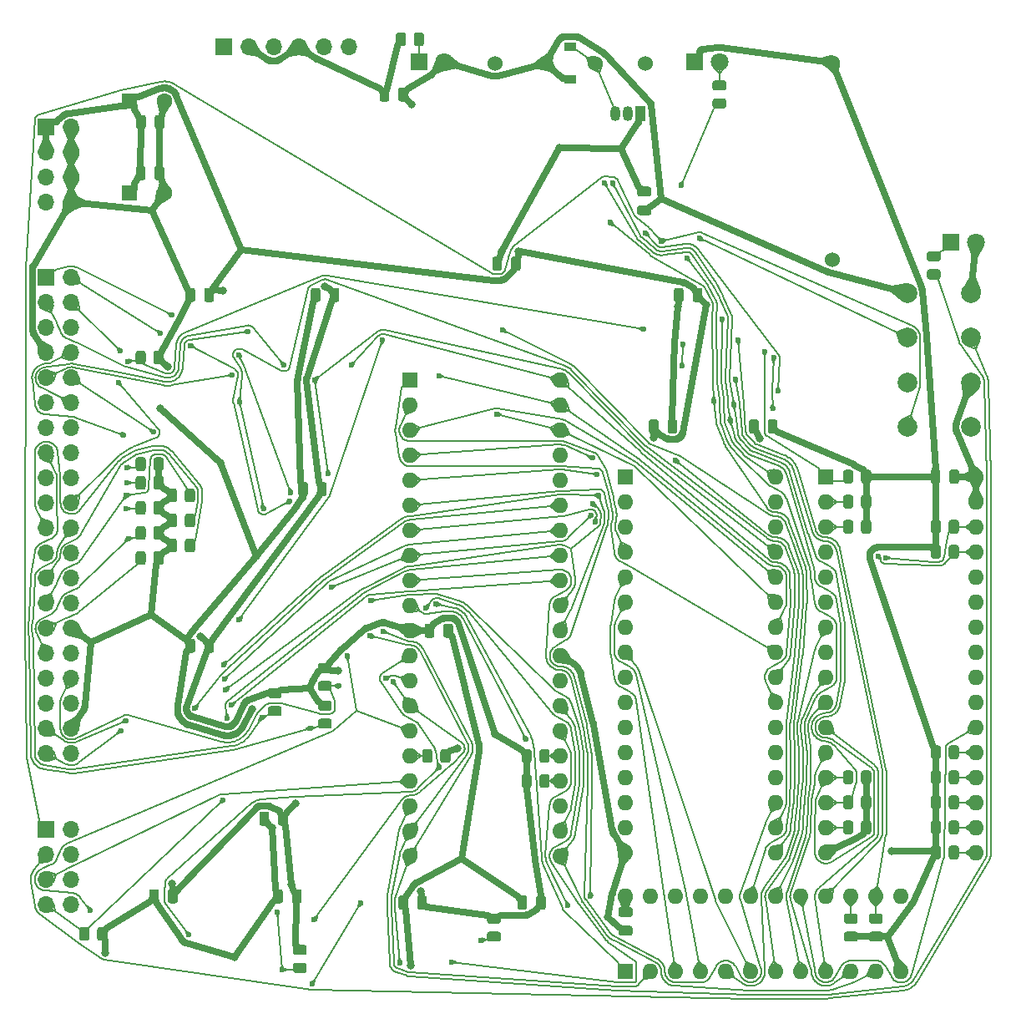
<source format=gbr>
%TF.GenerationSoftware,KiCad,Pcbnew,(5.1.9)-1*%
%TF.CreationDate,2022-03-13T14:27:44-04:00*%
%TF.ProjectId,cpu2,63707532-2e6b-4696-9361-645f70636258,rev?*%
%TF.SameCoordinates,Original*%
%TF.FileFunction,Copper,L2,Bot*%
%TF.FilePolarity,Positive*%
%FSLAX46Y46*%
G04 Gerber Fmt 4.6, Leading zero omitted, Abs format (unit mm)*
G04 Created by KiCad (PCBNEW (5.1.9)-1) date 2022-03-13 14:27:44*
%MOMM*%
%LPD*%
G01*
G04 APERTURE LIST*
%TA.AperFunction,ComponentPad*%
%ADD10C,1.524000*%
%TD*%
%TA.AperFunction,ComponentPad*%
%ADD11O,1.700000X1.700000*%
%TD*%
%TA.AperFunction,ComponentPad*%
%ADD12R,1.700000X1.700000*%
%TD*%
%TA.AperFunction,ComponentPad*%
%ADD13R,1.050000X1.500000*%
%TD*%
%TA.AperFunction,ComponentPad*%
%ADD14O,1.050000X1.500000*%
%TD*%
%TA.AperFunction,SMDPad,CuDef*%
%ADD15R,1.200000X0.900000*%
%TD*%
%TA.AperFunction,ComponentPad*%
%ADD16C,1.800000*%
%TD*%
%TA.AperFunction,ComponentPad*%
%ADD17R,1.800000X1.800000*%
%TD*%
%TA.AperFunction,ComponentPad*%
%ADD18C,1.600000*%
%TD*%
%TA.AperFunction,ComponentPad*%
%ADD19R,1.600000X1.600000*%
%TD*%
%TA.AperFunction,ComponentPad*%
%ADD20C,2.000000*%
%TD*%
%TA.AperFunction,ComponentPad*%
%ADD21O,1.600000X1.600000*%
%TD*%
%TA.AperFunction,ViaPad*%
%ADD22C,0.800000*%
%TD*%
%TA.AperFunction,ViaPad*%
%ADD23C,0.600000*%
%TD*%
%TA.AperFunction,Conductor*%
%ADD24C,0.700000*%
%TD*%
%TA.AperFunction,Conductor*%
%ADD25C,0.200000*%
%TD*%
G04 APERTURE END LIST*
%TO.P,C29,2*%
%TO.N,GND*%
%TA.AperFunction,SMDPad,CuDef*%
G36*
G01*
X37650000Y-82710000D02*
X37650000Y-83660000D01*
G75*
G02*
X37400000Y-83910000I-250000J0D01*
G01*
X36900000Y-83910000D01*
G75*
G02*
X36650000Y-83660000I0J250000D01*
G01*
X36650000Y-82710000D01*
G75*
G02*
X36900000Y-82460000I250000J0D01*
G01*
X37400000Y-82460000D01*
G75*
G02*
X37650000Y-82710000I0J-250000D01*
G01*
G37*
%TD.AperFunction*%
%TO.P,C29,1*%
%TO.N,+5V*%
%TA.AperFunction,SMDPad,CuDef*%
G36*
G01*
X39550000Y-82710000D02*
X39550000Y-83660000D01*
G75*
G02*
X39300000Y-83910000I-250000J0D01*
G01*
X38800000Y-83910000D01*
G75*
G02*
X38550000Y-83660000I0J250000D01*
G01*
X38550000Y-82710000D01*
G75*
G02*
X38800000Y-82460000I250000J0D01*
G01*
X39300000Y-82460000D01*
G75*
G02*
X39550000Y-82710000I0J-250000D01*
G01*
G37*
%TD.AperFunction*%
%TD*%
%TO.P,C28,2*%
%TO.N,GND*%
%TA.AperFunction,SMDPad,CuDef*%
G36*
G01*
X45143000Y-100236000D02*
X45143000Y-101186000D01*
G75*
G02*
X44893000Y-101436000I-250000J0D01*
G01*
X44393000Y-101436000D01*
G75*
G02*
X44143000Y-101186000I0J250000D01*
G01*
X44143000Y-100236000D01*
G75*
G02*
X44393000Y-99986000I250000J0D01*
G01*
X44893000Y-99986000D01*
G75*
G02*
X45143000Y-100236000I0J-250000D01*
G01*
G37*
%TD.AperFunction*%
%TO.P,C28,1*%
%TO.N,+5V*%
%TA.AperFunction,SMDPad,CuDef*%
G36*
G01*
X47043000Y-100236000D02*
X47043000Y-101186000D01*
G75*
G02*
X46793000Y-101436000I-250000J0D01*
G01*
X46293000Y-101436000D01*
G75*
G02*
X46043000Y-101186000I0J250000D01*
G01*
X46043000Y-100236000D01*
G75*
G02*
X46293000Y-99986000I250000J0D01*
G01*
X46793000Y-99986000D01*
G75*
G02*
X47043000Y-100236000I0J-250000D01*
G01*
G37*
%TD.AperFunction*%
%TD*%
%TO.P,C27,2*%
%TO.N,GND*%
%TA.AperFunction,SMDPad,CuDef*%
G36*
G01*
X33531000Y-30574000D02*
X33531000Y-29624000D01*
G75*
G02*
X33781000Y-29374000I250000J0D01*
G01*
X34281000Y-29374000D01*
G75*
G02*
X34531000Y-29624000I0J-250000D01*
G01*
X34531000Y-30574000D01*
G75*
G02*
X34281000Y-30824000I-250000J0D01*
G01*
X33781000Y-30824000D01*
G75*
G02*
X33531000Y-30574000I0J250000D01*
G01*
G37*
%TD.AperFunction*%
%TO.P,C27,1*%
%TO.N,+5V*%
%TA.AperFunction,SMDPad,CuDef*%
G36*
G01*
X31631000Y-30574000D02*
X31631000Y-29624000D01*
G75*
G02*
X31881000Y-29374000I250000J0D01*
G01*
X32381000Y-29374000D01*
G75*
G02*
X32631000Y-29624000I0J-250000D01*
G01*
X32631000Y-30574000D01*
G75*
G02*
X32381000Y-30824000I-250000J0D01*
G01*
X31881000Y-30824000D01*
G75*
G02*
X31631000Y-30574000I0J250000D01*
G01*
G37*
%TD.AperFunction*%
%TD*%
%TO.P,C20,2*%
%TO.N,GND*%
%TA.AperFunction,SMDPad,CuDef*%
G36*
G01*
X33967000Y-108110000D02*
X33967000Y-109060000D01*
G75*
G02*
X33717000Y-109310000I-250000J0D01*
G01*
X33217000Y-109310000D01*
G75*
G02*
X32967000Y-109060000I0J250000D01*
G01*
X32967000Y-108110000D01*
G75*
G02*
X33217000Y-107860000I250000J0D01*
G01*
X33717000Y-107860000D01*
G75*
G02*
X33967000Y-108110000I0J-250000D01*
G01*
G37*
%TD.AperFunction*%
%TO.P,C20,1*%
%TO.N,+5V*%
%TA.AperFunction,SMDPad,CuDef*%
G36*
G01*
X35867000Y-108110000D02*
X35867000Y-109060000D01*
G75*
G02*
X35617000Y-109310000I-250000J0D01*
G01*
X35117000Y-109310000D01*
G75*
G02*
X34867000Y-109060000I0J250000D01*
G01*
X34867000Y-108110000D01*
G75*
G02*
X35117000Y-107860000I250000J0D01*
G01*
X35617000Y-107860000D01*
G75*
G02*
X35867000Y-108110000I0J-250000D01*
G01*
G37*
%TD.AperFunction*%
%TD*%
%TO.P,C19,2*%
%TO.N,GND*%
%TA.AperFunction,SMDPad,CuDef*%
G36*
G01*
X71305000Y-108745000D02*
X71305000Y-109695000D01*
G75*
G02*
X71055000Y-109945000I-250000J0D01*
G01*
X70555000Y-109945000D01*
G75*
G02*
X70305000Y-109695000I0J250000D01*
G01*
X70305000Y-108745000D01*
G75*
G02*
X70555000Y-108495000I250000J0D01*
G01*
X71055000Y-108495000D01*
G75*
G02*
X71305000Y-108745000I0J-250000D01*
G01*
G37*
%TD.AperFunction*%
%TO.P,C19,1*%
%TO.N,+5V*%
%TA.AperFunction,SMDPad,CuDef*%
G36*
G01*
X73205000Y-108745000D02*
X73205000Y-109695000D01*
G75*
G02*
X72955000Y-109945000I-250000J0D01*
G01*
X72455000Y-109945000D01*
G75*
G02*
X72205000Y-109695000I0J250000D01*
G01*
X72205000Y-108745000D01*
G75*
G02*
X72455000Y-108495000I250000J0D01*
G01*
X72955000Y-108495000D01*
G75*
G02*
X73205000Y-108745000I0J-250000D01*
G01*
G37*
%TD.AperFunction*%
%TD*%
%TO.P,C18,2*%
%TO.N,GND*%
%TA.AperFunction,SMDPad,CuDef*%
G36*
G01*
X49080000Y-66835000D02*
X49080000Y-67785000D01*
G75*
G02*
X48830000Y-68035000I-250000J0D01*
G01*
X48330000Y-68035000D01*
G75*
G02*
X48080000Y-67785000I0J250000D01*
G01*
X48080000Y-66835000D01*
G75*
G02*
X48330000Y-66585000I250000J0D01*
G01*
X48830000Y-66585000D01*
G75*
G02*
X49080000Y-66835000I0J-250000D01*
G01*
G37*
%TD.AperFunction*%
%TO.P,C18,1*%
%TO.N,+5V*%
%TA.AperFunction,SMDPad,CuDef*%
G36*
G01*
X50980000Y-66835000D02*
X50980000Y-67785000D01*
G75*
G02*
X50730000Y-68035000I-250000J0D01*
G01*
X50230000Y-68035000D01*
G75*
G02*
X49980000Y-67785000I0J250000D01*
G01*
X49980000Y-66835000D01*
G75*
G02*
X50230000Y-66585000I250000J0D01*
G01*
X50730000Y-66585000D01*
G75*
G02*
X50980000Y-66835000I0J-250000D01*
G01*
G37*
%TD.AperFunction*%
%TD*%
%TO.P,C16,2*%
%TO.N,GND*%
%TA.AperFunction,SMDPad,CuDef*%
G36*
G01*
X46540000Y-108110000D02*
X46540000Y-109060000D01*
G75*
G02*
X46290000Y-109310000I-250000J0D01*
G01*
X45790000Y-109310000D01*
G75*
G02*
X45540000Y-109060000I0J250000D01*
G01*
X45540000Y-108110000D01*
G75*
G02*
X45790000Y-107860000I250000J0D01*
G01*
X46290000Y-107860000D01*
G75*
G02*
X46540000Y-108110000I0J-250000D01*
G01*
G37*
%TD.AperFunction*%
%TO.P,C16,1*%
%TO.N,+5V*%
%TA.AperFunction,SMDPad,CuDef*%
G36*
G01*
X48440000Y-108110000D02*
X48440000Y-109060000D01*
G75*
G02*
X48190000Y-109310000I-250000J0D01*
G01*
X47690000Y-109310000D01*
G75*
G02*
X47440000Y-109060000I0J250000D01*
G01*
X47440000Y-108110000D01*
G75*
G02*
X47690000Y-107860000I250000J0D01*
G01*
X48190000Y-107860000D01*
G75*
G02*
X48440000Y-108110000I0J-250000D01*
G01*
G37*
%TD.AperFunction*%
%TD*%
%TO.P,C15,2*%
%TO.N,GND*%
%TA.AperFunction,SMDPad,CuDef*%
G36*
G01*
X62807000Y-82136000D02*
X62807000Y-81186000D01*
G75*
G02*
X63057000Y-80936000I250000J0D01*
G01*
X63557000Y-80936000D01*
G75*
G02*
X63807000Y-81186000I0J-250000D01*
G01*
X63807000Y-82136000D01*
G75*
G02*
X63557000Y-82386000I-250000J0D01*
G01*
X63057000Y-82386000D01*
G75*
G02*
X62807000Y-82136000I0J250000D01*
G01*
G37*
%TD.AperFunction*%
%TO.P,C15,1*%
%TO.N,+5V*%
%TA.AperFunction,SMDPad,CuDef*%
G36*
G01*
X60907000Y-82136000D02*
X60907000Y-81186000D01*
G75*
G02*
X61157000Y-80936000I250000J0D01*
G01*
X61657000Y-80936000D01*
G75*
G02*
X61907000Y-81186000I0J-250000D01*
G01*
X61907000Y-82136000D01*
G75*
G02*
X61657000Y-82386000I-250000J0D01*
G01*
X61157000Y-82386000D01*
G75*
G02*
X60907000Y-82136000I0J250000D01*
G01*
G37*
%TD.AperFunction*%
%TD*%
%TO.P,C13,2*%
%TO.N,GND*%
%TA.AperFunction,SMDPad,CuDef*%
G36*
G01*
X113215000Y-65565000D02*
X113215000Y-66515000D01*
G75*
G02*
X112965000Y-66765000I-250000J0D01*
G01*
X112465000Y-66765000D01*
G75*
G02*
X112215000Y-66515000I0J250000D01*
G01*
X112215000Y-65565000D01*
G75*
G02*
X112465000Y-65315000I250000J0D01*
G01*
X112965000Y-65315000D01*
G75*
G02*
X113215000Y-65565000I0J-250000D01*
G01*
G37*
%TD.AperFunction*%
%TO.P,C13,1*%
%TO.N,+5V*%
%TA.AperFunction,SMDPad,CuDef*%
G36*
G01*
X115115000Y-65565000D02*
X115115000Y-66515000D01*
G75*
G02*
X114865000Y-66765000I-250000J0D01*
G01*
X114365000Y-66765000D01*
G75*
G02*
X114115000Y-66515000I0J250000D01*
G01*
X114115000Y-65565000D01*
G75*
G02*
X114365000Y-65315000I250000J0D01*
G01*
X114865000Y-65315000D01*
G75*
G02*
X115115000Y-65565000I0J-250000D01*
G01*
G37*
%TD.AperFunction*%
%TD*%
%TO.P,C12,2*%
%TO.N,GND*%
%TA.AperFunction,SMDPad,CuDef*%
G36*
G01*
X50350000Y-47150000D02*
X50350000Y-48100000D01*
G75*
G02*
X50100000Y-48350000I-250000J0D01*
G01*
X49600000Y-48350000D01*
G75*
G02*
X49350000Y-48100000I0J250000D01*
G01*
X49350000Y-47150000D01*
G75*
G02*
X49600000Y-46900000I250000J0D01*
G01*
X50100000Y-46900000D01*
G75*
G02*
X50350000Y-47150000I0J-250000D01*
G01*
G37*
%TD.AperFunction*%
%TO.P,C12,1*%
%TO.N,+5V*%
%TA.AperFunction,SMDPad,CuDef*%
G36*
G01*
X52250000Y-47150000D02*
X52250000Y-48100000D01*
G75*
G02*
X52000000Y-48350000I-250000J0D01*
G01*
X51500000Y-48350000D01*
G75*
G02*
X51250000Y-48100000I0J250000D01*
G01*
X51250000Y-47150000D01*
G75*
G02*
X51500000Y-46900000I250000J0D01*
G01*
X52000000Y-46900000D01*
G75*
G02*
X52250000Y-47150000I0J-250000D01*
G01*
G37*
%TD.AperFunction*%
%TD*%
%TO.P,C11,2*%
%TO.N,GND*%
%TA.AperFunction,SMDPad,CuDef*%
G36*
G01*
X80805000Y-111575000D02*
X81755000Y-111575000D01*
G75*
G02*
X82005000Y-111825000I0J-250000D01*
G01*
X82005000Y-112325000D01*
G75*
G02*
X81755000Y-112575000I-250000J0D01*
G01*
X80805000Y-112575000D01*
G75*
G02*
X80555000Y-112325000I0J250000D01*
G01*
X80555000Y-111825000D01*
G75*
G02*
X80805000Y-111575000I250000J0D01*
G01*
G37*
%TD.AperFunction*%
%TO.P,C11,1*%
%TO.N,+5V*%
%TA.AperFunction,SMDPad,CuDef*%
G36*
G01*
X80805000Y-109675000D02*
X81755000Y-109675000D01*
G75*
G02*
X82005000Y-109925000I0J-250000D01*
G01*
X82005000Y-110425000D01*
G75*
G02*
X81755000Y-110675000I-250000J0D01*
G01*
X80805000Y-110675000D01*
G75*
G02*
X80555000Y-110425000I0J250000D01*
G01*
X80555000Y-109925000D01*
G75*
G02*
X80805000Y-109675000I250000J0D01*
G01*
G37*
%TD.AperFunction*%
%TD*%
%TO.P,C10,2*%
%TO.N,GND*%
%TA.AperFunction,SMDPad,CuDef*%
G36*
G01*
X57335000Y-26830000D02*
X57335000Y-27780000D01*
G75*
G02*
X57085000Y-28030000I-250000J0D01*
G01*
X56585000Y-28030000D01*
G75*
G02*
X56335000Y-27780000I0J250000D01*
G01*
X56335000Y-26830000D01*
G75*
G02*
X56585000Y-26580000I250000J0D01*
G01*
X57085000Y-26580000D01*
G75*
G02*
X57335000Y-26830000I0J-250000D01*
G01*
G37*
%TD.AperFunction*%
%TO.P,C10,1*%
%TO.N,+5V*%
%TA.AperFunction,SMDPad,CuDef*%
G36*
G01*
X59235000Y-26830000D02*
X59235000Y-27780000D01*
G75*
G02*
X58985000Y-28030000I-250000J0D01*
G01*
X58485000Y-28030000D01*
G75*
G02*
X58235000Y-27780000I0J250000D01*
G01*
X58235000Y-26830000D01*
G75*
G02*
X58485000Y-26580000I250000J0D01*
G01*
X58985000Y-26580000D01*
G75*
G02*
X59235000Y-26830000I0J-250000D01*
G01*
G37*
%TD.AperFunction*%
%TD*%
%TO.P,C9,2*%
%TO.N,GND*%
%TA.AperFunction,SMDPad,CuDef*%
G36*
G01*
X87180000Y-47150000D02*
X87180000Y-48100000D01*
G75*
G02*
X86930000Y-48350000I-250000J0D01*
G01*
X86430000Y-48350000D01*
G75*
G02*
X86180000Y-48100000I0J250000D01*
G01*
X86180000Y-47150000D01*
G75*
G02*
X86430000Y-46900000I250000J0D01*
G01*
X86930000Y-46900000D01*
G75*
G02*
X87180000Y-47150000I0J-250000D01*
G01*
G37*
%TD.AperFunction*%
%TO.P,C9,1*%
%TO.N,+5V*%
%TA.AperFunction,SMDPad,CuDef*%
G36*
G01*
X89080000Y-47150000D02*
X89080000Y-48100000D01*
G75*
G02*
X88830000Y-48350000I-250000J0D01*
G01*
X88330000Y-48350000D01*
G75*
G02*
X88080000Y-48100000I0J250000D01*
G01*
X88080000Y-47150000D01*
G75*
G02*
X88330000Y-46900000I250000J0D01*
G01*
X88830000Y-46900000D01*
G75*
G02*
X89080000Y-47150000I0J-250000D01*
G01*
G37*
%TD.AperFunction*%
%TD*%
%TO.P,C8,2*%
%TO.N,GND*%
%TA.AperFunction,SMDPad,CuDef*%
G36*
G01*
X37650000Y-47150000D02*
X37650000Y-48100000D01*
G75*
G02*
X37400000Y-48350000I-250000J0D01*
G01*
X36900000Y-48350000D01*
G75*
G02*
X36650000Y-48100000I0J250000D01*
G01*
X36650000Y-47150000D01*
G75*
G02*
X36900000Y-46900000I250000J0D01*
G01*
X37400000Y-46900000D01*
G75*
G02*
X37650000Y-47150000I0J-250000D01*
G01*
G37*
%TD.AperFunction*%
%TO.P,C8,1*%
%TO.N,+5V*%
%TA.AperFunction,SMDPad,CuDef*%
G36*
G01*
X39550000Y-47150000D02*
X39550000Y-48100000D01*
G75*
G02*
X39300000Y-48350000I-250000J0D01*
G01*
X38800000Y-48350000D01*
G75*
G02*
X38550000Y-48100000I0J250000D01*
G01*
X38550000Y-47150000D01*
G75*
G02*
X38800000Y-46900000I250000J0D01*
G01*
X39300000Y-46900000D01*
G75*
G02*
X39550000Y-47150000I0J-250000D01*
G01*
G37*
%TD.AperFunction*%
%TD*%
%TO.P,C7,2*%
%TO.N,GND*%
%TA.AperFunction,SMDPad,CuDef*%
G36*
G01*
X68765000Y-43975000D02*
X68765000Y-44925000D01*
G75*
G02*
X68515000Y-45175000I-250000J0D01*
G01*
X68015000Y-45175000D01*
G75*
G02*
X67765000Y-44925000I0J250000D01*
G01*
X67765000Y-43975000D01*
G75*
G02*
X68015000Y-43725000I250000J0D01*
G01*
X68515000Y-43725000D01*
G75*
G02*
X68765000Y-43975000I0J-250000D01*
G01*
G37*
%TD.AperFunction*%
%TO.P,C7,1*%
%TO.N,+5V*%
%TA.AperFunction,SMDPad,CuDef*%
G36*
G01*
X70665000Y-43975000D02*
X70665000Y-44925000D01*
G75*
G02*
X70415000Y-45175000I-250000J0D01*
G01*
X69915000Y-45175000D01*
G75*
G02*
X69665000Y-44925000I0J250000D01*
G01*
X69665000Y-43975000D01*
G75*
G02*
X69915000Y-43725000I250000J0D01*
G01*
X70415000Y-43725000D01*
G75*
G02*
X70665000Y-43975000I0J-250000D01*
G01*
G37*
%TD.AperFunction*%
%TD*%
%TO.P,C6,2*%
%TO.N,GND*%
%TA.AperFunction,SMDPad,CuDef*%
G36*
G01*
X85540000Y-61435000D02*
X85540000Y-60485000D01*
G75*
G02*
X85790000Y-60235000I250000J0D01*
G01*
X86290000Y-60235000D01*
G75*
G02*
X86540000Y-60485000I0J-250000D01*
G01*
X86540000Y-61435000D01*
G75*
G02*
X86290000Y-61685000I-250000J0D01*
G01*
X85790000Y-61685000D01*
G75*
G02*
X85540000Y-61435000I0J250000D01*
G01*
G37*
%TD.AperFunction*%
%TO.P,C6,1*%
%TO.N,+5V*%
%TA.AperFunction,SMDPad,CuDef*%
G36*
G01*
X83640000Y-61435000D02*
X83640000Y-60485000D01*
G75*
G02*
X83890000Y-60235000I250000J0D01*
G01*
X84390000Y-60235000D01*
G75*
G02*
X84640000Y-60485000I0J-250000D01*
G01*
X84640000Y-61435000D01*
G75*
G02*
X84390000Y-61685000I-250000J0D01*
G01*
X83890000Y-61685000D01*
G75*
G02*
X83640000Y-61435000I0J250000D01*
G01*
G37*
%TD.AperFunction*%
%TD*%
%TO.P,C5,2*%
%TO.N,GND*%
%TA.AperFunction,SMDPad,CuDef*%
G36*
G01*
X83660000Y-37650000D02*
X82710000Y-37650000D01*
G75*
G02*
X82460000Y-37400000I0J250000D01*
G01*
X82460000Y-36900000D01*
G75*
G02*
X82710000Y-36650000I250000J0D01*
G01*
X83660000Y-36650000D01*
G75*
G02*
X83910000Y-36900000I0J-250000D01*
G01*
X83910000Y-37400000D01*
G75*
G02*
X83660000Y-37650000I-250000J0D01*
G01*
G37*
%TD.AperFunction*%
%TO.P,C5,1*%
%TO.N,+5V*%
%TA.AperFunction,SMDPad,CuDef*%
G36*
G01*
X83660000Y-39550000D02*
X82710000Y-39550000D01*
G75*
G02*
X82460000Y-39300000I0J250000D01*
G01*
X82460000Y-38800000D01*
G75*
G02*
X82710000Y-38550000I250000J0D01*
G01*
X83660000Y-38550000D01*
G75*
G02*
X83910000Y-38800000I0J-250000D01*
G01*
X83910000Y-39300000D01*
G75*
G02*
X83660000Y-39550000I-250000J0D01*
G01*
G37*
%TD.AperFunction*%
%TD*%
%TO.P,C4,2*%
%TO.N,GND*%
%TA.AperFunction,SMDPad,CuDef*%
G36*
G01*
X95700000Y-61435000D02*
X95700000Y-60485000D01*
G75*
G02*
X95950000Y-60235000I250000J0D01*
G01*
X96450000Y-60235000D01*
G75*
G02*
X96700000Y-60485000I0J-250000D01*
G01*
X96700000Y-61435000D01*
G75*
G02*
X96450000Y-61685000I-250000J0D01*
G01*
X95950000Y-61685000D01*
G75*
G02*
X95700000Y-61435000I0J250000D01*
G01*
G37*
%TD.AperFunction*%
%TO.P,C4,1*%
%TO.N,+5V*%
%TA.AperFunction,SMDPad,CuDef*%
G36*
G01*
X93800000Y-61435000D02*
X93800000Y-60485000D01*
G75*
G02*
X94050000Y-60235000I250000J0D01*
G01*
X94550000Y-60235000D01*
G75*
G02*
X94800000Y-60485000I0J-250000D01*
G01*
X94800000Y-61435000D01*
G75*
G02*
X94550000Y-61685000I-250000J0D01*
G01*
X94050000Y-61685000D01*
G75*
G02*
X93800000Y-61435000I0J250000D01*
G01*
G37*
%TD.AperFunction*%
%TD*%
%TO.P,C3,2*%
%TO.N,GND*%
%TA.AperFunction,SMDPad,CuDef*%
G36*
G01*
X59240000Y-108745000D02*
X59240000Y-109695000D01*
G75*
G02*
X58990000Y-109945000I-250000J0D01*
G01*
X58490000Y-109945000D01*
G75*
G02*
X58240000Y-109695000I0J250000D01*
G01*
X58240000Y-108745000D01*
G75*
G02*
X58490000Y-108495000I250000J0D01*
G01*
X58990000Y-108495000D01*
G75*
G02*
X59240000Y-108745000I0J-250000D01*
G01*
G37*
%TD.AperFunction*%
%TO.P,C3,1*%
%TO.N,+5V*%
%TA.AperFunction,SMDPad,CuDef*%
G36*
G01*
X61140000Y-108745000D02*
X61140000Y-109695000D01*
G75*
G02*
X60890000Y-109945000I-250000J0D01*
G01*
X60390000Y-109945000D01*
G75*
G02*
X60140000Y-109695000I0J250000D01*
G01*
X60140000Y-108745000D01*
G75*
G02*
X60390000Y-108495000I250000J0D01*
G01*
X60890000Y-108495000D01*
G75*
G02*
X61140000Y-108745000I0J-250000D01*
G01*
G37*
%TD.AperFunction*%
%TD*%
D10*
%TO.P,BT1,1*%
%TO.N,Net-(BT1-Pad1)*%
X102235000Y-44050000D03*
%TO.P,BT1,2*%
%TO.N,GND*%
X102235000Y-24050000D03*
%TD*%
D11*
%TO.P,J4,6*%
%TO.N,CASS_SW1*%
X53200000Y-22500000D03*
%TO.P,J4,5*%
%TO.N,CASS_SW2*%
X50660000Y-22500000D03*
%TO.P,J4,4*%
%TO.N,GND*%
X48120000Y-22500000D03*
%TO.P,J4,3*%
%TO.N,CASSAOUT*%
X45580000Y-22500000D03*
%TO.P,J4,2*%
%TO.N,GND*%
X43040000Y-22500000D03*
D12*
%TO.P,J4,1*%
%TO.N,CASSAIN*%
X40500000Y-22500000D03*
%TD*%
D10*
%TO.P,U21,1*%
%TO.N,CASS_SW1*%
X83312000Y-24130000D03*
%TO.P,U21,4*%
%TO.N,CASS_SW2*%
X68072000Y-24130000D03*
%TO.P,U21,3*%
%TO.N,+5V*%
X73152000Y-24130000D03*
%TO.P,U21,2*%
%TO.N,Net-(D9-Pad2)*%
X78232000Y-24130000D03*
%TD*%
%TO.P,R46,2*%
%TO.N,Net-(R46-Pad2)*%
%TA.AperFunction,SMDPad,CuDef*%
G36*
G01*
X90354998Y-27705000D02*
X91255002Y-27705000D01*
G75*
G02*
X91505000Y-27954998I0J-249998D01*
G01*
X91505000Y-28480002D01*
G75*
G02*
X91255002Y-28730000I-249998J0D01*
G01*
X90354998Y-28730000D01*
G75*
G02*
X90105000Y-28480002I0J249998D01*
G01*
X90105000Y-27954998D01*
G75*
G02*
X90354998Y-27705000I249998J0D01*
G01*
G37*
%TD.AperFunction*%
%TO.P,R46,1*%
%TO.N,Net-(D8-Pad2)*%
%TA.AperFunction,SMDPad,CuDef*%
G36*
G01*
X90354998Y-25880000D02*
X91255002Y-25880000D01*
G75*
G02*
X91505000Y-26129998I0J-249998D01*
G01*
X91505000Y-26655002D01*
G75*
G02*
X91255002Y-26905000I-249998J0D01*
G01*
X90354998Y-26905000D01*
G75*
G02*
X90105000Y-26655002I0J249998D01*
G01*
X90105000Y-26129998D01*
G75*
G02*
X90354998Y-25880000I249998J0D01*
G01*
G37*
%TD.AperFunction*%
%TD*%
D13*
%TO.P,Q1,1*%
%TO.N,GND*%
X82804000Y-29210000D03*
D14*
%TO.P,Q1,3*%
%TO.N,Net-(D9-Pad2)*%
X80264000Y-29210000D03*
%TO.P,Q1,2*%
%TO.N,Net-(Q1-Pad2)*%
X81534000Y-29210000D03*
%TD*%
D15*
%TO.P,D9,2*%
%TO.N,Net-(D9-Pad2)*%
X75692000Y-22480000D03*
%TO.P,D9,1*%
%TO.N,+5V*%
X75692000Y-25780000D03*
%TD*%
D16*
%TO.P,D8,2*%
%TO.N,Net-(D8-Pad2)*%
X90805000Y-24000000D03*
D17*
%TO.P,D8,1*%
%TO.N,GND*%
X88265000Y-24000000D03*
%TD*%
%TO.P,R44,2*%
%TO.N,GND*%
%TA.AperFunction,SMDPad,CuDef*%
G36*
G01*
X33420000Y-65220002D02*
X33420000Y-64319998D01*
G75*
G02*
X33669998Y-64070000I249998J0D01*
G01*
X34195002Y-64070000D01*
G75*
G02*
X34445000Y-64319998I0J-249998D01*
G01*
X34445000Y-65220002D01*
G75*
G02*
X34195002Y-65470000I-249998J0D01*
G01*
X33669998Y-65470000D01*
G75*
G02*
X33420000Y-65220002I0J249998D01*
G01*
G37*
%TD.AperFunction*%
%TO.P,R44,1*%
%TO.N,F_D7*%
%TA.AperFunction,SMDPad,CuDef*%
G36*
G01*
X31595000Y-65220002D02*
X31595000Y-64319998D01*
G75*
G02*
X31844998Y-64070000I249998J0D01*
G01*
X32370002Y-64070000D01*
G75*
G02*
X32620000Y-64319998I0J-249998D01*
G01*
X32620000Y-65220002D01*
G75*
G02*
X32370002Y-65470000I-249998J0D01*
G01*
X31844998Y-65470000D01*
G75*
G02*
X31595000Y-65220002I0J249998D01*
G01*
G37*
%TD.AperFunction*%
%TD*%
%TO.P,R43,2*%
%TO.N,GND*%
%TA.AperFunction,SMDPad,CuDef*%
G36*
G01*
X33420000Y-67125002D02*
X33420000Y-66224998D01*
G75*
G02*
X33669998Y-65975000I249998J0D01*
G01*
X34195002Y-65975000D01*
G75*
G02*
X34445000Y-66224998I0J-249998D01*
G01*
X34445000Y-67125002D01*
G75*
G02*
X34195002Y-67375000I-249998J0D01*
G01*
X33669998Y-67375000D01*
G75*
G02*
X33420000Y-67125002I0J249998D01*
G01*
G37*
%TD.AperFunction*%
%TO.P,R43,1*%
%TO.N,F_D6*%
%TA.AperFunction,SMDPad,CuDef*%
G36*
G01*
X31595000Y-67125002D02*
X31595000Y-66224998D01*
G75*
G02*
X31844998Y-65975000I249998J0D01*
G01*
X32370002Y-65975000D01*
G75*
G02*
X32620000Y-66224998I0J-249998D01*
G01*
X32620000Y-67125002D01*
G75*
G02*
X32370002Y-67375000I-249998J0D01*
G01*
X31844998Y-67375000D01*
G75*
G02*
X31595000Y-67125002I0J249998D01*
G01*
G37*
%TD.AperFunction*%
%TD*%
%TO.P,R42,2*%
%TO.N,GND*%
%TA.AperFunction,SMDPad,CuDef*%
G36*
G01*
X35795000Y-67494998D02*
X35795000Y-68395002D01*
G75*
G02*
X35545002Y-68645000I-249998J0D01*
G01*
X35019998Y-68645000D01*
G75*
G02*
X34770000Y-68395002I0J249998D01*
G01*
X34770000Y-67494998D01*
G75*
G02*
X35019998Y-67245000I249998J0D01*
G01*
X35545002Y-67245000D01*
G75*
G02*
X35795000Y-67494998I0J-249998D01*
G01*
G37*
%TD.AperFunction*%
%TO.P,R42,1*%
%TO.N,F_D5*%
%TA.AperFunction,SMDPad,CuDef*%
G36*
G01*
X37620000Y-67494998D02*
X37620000Y-68395002D01*
G75*
G02*
X37370002Y-68645000I-249998J0D01*
G01*
X36844998Y-68645000D01*
G75*
G02*
X36595000Y-68395002I0J249998D01*
G01*
X36595000Y-67494998D01*
G75*
G02*
X36844998Y-67245000I249998J0D01*
G01*
X37370002Y-67245000D01*
G75*
G02*
X37620000Y-67494998I0J-249998D01*
G01*
G37*
%TD.AperFunction*%
%TD*%
%TO.P,R41,2*%
%TO.N,GND*%
%TA.AperFunction,SMDPad,CuDef*%
G36*
G01*
X33420000Y-69665002D02*
X33420000Y-68764998D01*
G75*
G02*
X33669998Y-68515000I249998J0D01*
G01*
X34195002Y-68515000D01*
G75*
G02*
X34445000Y-68764998I0J-249998D01*
G01*
X34445000Y-69665002D01*
G75*
G02*
X34195002Y-69915000I-249998J0D01*
G01*
X33669998Y-69915000D01*
G75*
G02*
X33420000Y-69665002I0J249998D01*
G01*
G37*
%TD.AperFunction*%
%TO.P,R41,1*%
%TO.N,F_D4*%
%TA.AperFunction,SMDPad,CuDef*%
G36*
G01*
X31595000Y-69665002D02*
X31595000Y-68764998D01*
G75*
G02*
X31844998Y-68515000I249998J0D01*
G01*
X32370002Y-68515000D01*
G75*
G02*
X32620000Y-68764998I0J-249998D01*
G01*
X32620000Y-69665002D01*
G75*
G02*
X32370002Y-69915000I-249998J0D01*
G01*
X31844998Y-69915000D01*
G75*
G02*
X31595000Y-69665002I0J249998D01*
G01*
G37*
%TD.AperFunction*%
%TD*%
%TO.P,R40,2*%
%TO.N,GND*%
%TA.AperFunction,SMDPad,CuDef*%
G36*
G01*
X35795000Y-70034998D02*
X35795000Y-70935002D01*
G75*
G02*
X35545002Y-71185000I-249998J0D01*
G01*
X35019998Y-71185000D01*
G75*
G02*
X34770000Y-70935002I0J249998D01*
G01*
X34770000Y-70034998D01*
G75*
G02*
X35019998Y-69785000I249998J0D01*
G01*
X35545002Y-69785000D01*
G75*
G02*
X35795000Y-70034998I0J-249998D01*
G01*
G37*
%TD.AperFunction*%
%TO.P,R40,1*%
%TO.N,F_D3*%
%TA.AperFunction,SMDPad,CuDef*%
G36*
G01*
X37620000Y-70034998D02*
X37620000Y-70935002D01*
G75*
G02*
X37370002Y-71185000I-249998J0D01*
G01*
X36844998Y-71185000D01*
G75*
G02*
X36595000Y-70935002I0J249998D01*
G01*
X36595000Y-70034998D01*
G75*
G02*
X36844998Y-69785000I249998J0D01*
G01*
X37370002Y-69785000D01*
G75*
G02*
X37620000Y-70034998I0J-249998D01*
G01*
G37*
%TD.AperFunction*%
%TD*%
%TO.P,R39,2*%
%TO.N,GND*%
%TA.AperFunction,SMDPad,CuDef*%
G36*
G01*
X33420000Y-72205002D02*
X33420000Y-71304998D01*
G75*
G02*
X33669998Y-71055000I249998J0D01*
G01*
X34195002Y-71055000D01*
G75*
G02*
X34445000Y-71304998I0J-249998D01*
G01*
X34445000Y-72205002D01*
G75*
G02*
X34195002Y-72455000I-249998J0D01*
G01*
X33669998Y-72455000D01*
G75*
G02*
X33420000Y-72205002I0J249998D01*
G01*
G37*
%TD.AperFunction*%
%TO.P,R39,1*%
%TO.N,F_D2*%
%TA.AperFunction,SMDPad,CuDef*%
G36*
G01*
X31595000Y-72205002D02*
X31595000Y-71304998D01*
G75*
G02*
X31844998Y-71055000I249998J0D01*
G01*
X32370002Y-71055000D01*
G75*
G02*
X32620000Y-71304998I0J-249998D01*
G01*
X32620000Y-72205002D01*
G75*
G02*
X32370002Y-72455000I-249998J0D01*
G01*
X31844998Y-72455000D01*
G75*
G02*
X31595000Y-72205002I0J249998D01*
G01*
G37*
%TD.AperFunction*%
%TD*%
%TO.P,R38,2*%
%TO.N,GND*%
%TA.AperFunction,SMDPad,CuDef*%
G36*
G01*
X35795000Y-72574998D02*
X35795000Y-73475002D01*
G75*
G02*
X35545002Y-73725000I-249998J0D01*
G01*
X35019998Y-73725000D01*
G75*
G02*
X34770000Y-73475002I0J249998D01*
G01*
X34770000Y-72574998D01*
G75*
G02*
X35019998Y-72325000I249998J0D01*
G01*
X35545002Y-72325000D01*
G75*
G02*
X35795000Y-72574998I0J-249998D01*
G01*
G37*
%TD.AperFunction*%
%TO.P,R38,1*%
%TO.N,F_D1*%
%TA.AperFunction,SMDPad,CuDef*%
G36*
G01*
X37620000Y-72574998D02*
X37620000Y-73475002D01*
G75*
G02*
X37370002Y-73725000I-249998J0D01*
G01*
X36844998Y-73725000D01*
G75*
G02*
X36595000Y-73475002I0J249998D01*
G01*
X36595000Y-72574998D01*
G75*
G02*
X36844998Y-72325000I249998J0D01*
G01*
X37370002Y-72325000D01*
G75*
G02*
X37620000Y-72574998I0J-249998D01*
G01*
G37*
%TD.AperFunction*%
%TD*%
%TO.P,R37,2*%
%TO.N,GND*%
%TA.AperFunction,SMDPad,CuDef*%
G36*
G01*
X33420000Y-74745002D02*
X33420000Y-73844998D01*
G75*
G02*
X33669998Y-73595000I249998J0D01*
G01*
X34195002Y-73595000D01*
G75*
G02*
X34445000Y-73844998I0J-249998D01*
G01*
X34445000Y-74745002D01*
G75*
G02*
X34195002Y-74995000I-249998J0D01*
G01*
X33669998Y-74995000D01*
G75*
G02*
X33420000Y-74745002I0J249998D01*
G01*
G37*
%TD.AperFunction*%
%TO.P,R37,1*%
%TO.N,F_D0*%
%TA.AperFunction,SMDPad,CuDef*%
G36*
G01*
X31595000Y-74745002D02*
X31595000Y-73844998D01*
G75*
G02*
X31844998Y-73595000I249998J0D01*
G01*
X32370002Y-73595000D01*
G75*
G02*
X32620000Y-73844998I0J-249998D01*
G01*
X32620000Y-74745002D01*
G75*
G02*
X32370002Y-74995000I-249998J0D01*
G01*
X31844998Y-74995000D01*
G75*
G02*
X31595000Y-74745002I0J249998D01*
G01*
G37*
%TD.AperFunction*%
%TD*%
%TO.P,R36,2*%
%TO.N,GND*%
%TA.AperFunction,SMDPad,CuDef*%
G36*
G01*
X113265000Y-93529998D02*
X113265000Y-94430002D01*
G75*
G02*
X113015002Y-94680000I-249998J0D01*
G01*
X112489998Y-94680000D01*
G75*
G02*
X112240000Y-94430002I0J249998D01*
G01*
X112240000Y-93529998D01*
G75*
G02*
X112489998Y-93280000I249998J0D01*
G01*
X113015002Y-93280000D01*
G75*
G02*
X113265000Y-93529998I0J-249998D01*
G01*
G37*
%TD.AperFunction*%
%TO.P,R36,1*%
%TO.N,D7*%
%TA.AperFunction,SMDPad,CuDef*%
G36*
G01*
X115090000Y-93529998D02*
X115090000Y-94430002D01*
G75*
G02*
X114840002Y-94680000I-249998J0D01*
G01*
X114314998Y-94680000D01*
G75*
G02*
X114065000Y-94430002I0J249998D01*
G01*
X114065000Y-93529998D01*
G75*
G02*
X114314998Y-93280000I249998J0D01*
G01*
X114840002Y-93280000D01*
G75*
G02*
X115090000Y-93529998I0J-249998D01*
G01*
G37*
%TD.AperFunction*%
%TD*%
%TO.P,R35,2*%
%TO.N,GND*%
%TA.AperFunction,SMDPad,CuDef*%
G36*
G01*
X113265000Y-96069998D02*
X113265000Y-96970002D01*
G75*
G02*
X113015002Y-97220000I-249998J0D01*
G01*
X112489998Y-97220000D01*
G75*
G02*
X112240000Y-96970002I0J249998D01*
G01*
X112240000Y-96069998D01*
G75*
G02*
X112489998Y-95820000I249998J0D01*
G01*
X113015002Y-95820000D01*
G75*
G02*
X113265000Y-96069998I0J-249998D01*
G01*
G37*
%TD.AperFunction*%
%TO.P,R35,1*%
%TO.N,D6*%
%TA.AperFunction,SMDPad,CuDef*%
G36*
G01*
X115090000Y-96069998D02*
X115090000Y-96970002D01*
G75*
G02*
X114840002Y-97220000I-249998J0D01*
G01*
X114314998Y-97220000D01*
G75*
G02*
X114065000Y-96970002I0J249998D01*
G01*
X114065000Y-96069998D01*
G75*
G02*
X114314998Y-95820000I249998J0D01*
G01*
X114840002Y-95820000D01*
G75*
G02*
X115090000Y-96069998I0J-249998D01*
G01*
G37*
%TD.AperFunction*%
%TD*%
%TO.P,R34,2*%
%TO.N,GND*%
%TA.AperFunction,SMDPad,CuDef*%
G36*
G01*
X113265000Y-98609998D02*
X113265000Y-99510002D01*
G75*
G02*
X113015002Y-99760000I-249998J0D01*
G01*
X112489998Y-99760000D01*
G75*
G02*
X112240000Y-99510002I0J249998D01*
G01*
X112240000Y-98609998D01*
G75*
G02*
X112489998Y-98360000I249998J0D01*
G01*
X113015002Y-98360000D01*
G75*
G02*
X113265000Y-98609998I0J-249998D01*
G01*
G37*
%TD.AperFunction*%
%TO.P,R34,1*%
%TO.N,D5*%
%TA.AperFunction,SMDPad,CuDef*%
G36*
G01*
X115090000Y-98609998D02*
X115090000Y-99510002D01*
G75*
G02*
X114840002Y-99760000I-249998J0D01*
G01*
X114314998Y-99760000D01*
G75*
G02*
X114065000Y-99510002I0J249998D01*
G01*
X114065000Y-98609998D01*
G75*
G02*
X114314998Y-98360000I249998J0D01*
G01*
X114840002Y-98360000D01*
G75*
G02*
X115090000Y-98609998I0J-249998D01*
G01*
G37*
%TD.AperFunction*%
%TD*%
%TO.P,R33,2*%
%TO.N,GND*%
%TA.AperFunction,SMDPad,CuDef*%
G36*
G01*
X113265000Y-101149998D02*
X113265000Y-102050002D01*
G75*
G02*
X113015002Y-102300000I-249998J0D01*
G01*
X112489998Y-102300000D01*
G75*
G02*
X112240000Y-102050002I0J249998D01*
G01*
X112240000Y-101149998D01*
G75*
G02*
X112489998Y-100900000I249998J0D01*
G01*
X113015002Y-100900000D01*
G75*
G02*
X113265000Y-101149998I0J-249998D01*
G01*
G37*
%TD.AperFunction*%
%TO.P,R33,1*%
%TO.N,D4*%
%TA.AperFunction,SMDPad,CuDef*%
G36*
G01*
X115090000Y-101149998D02*
X115090000Y-102050002D01*
G75*
G02*
X114840002Y-102300000I-249998J0D01*
G01*
X114314998Y-102300000D01*
G75*
G02*
X114065000Y-102050002I0J249998D01*
G01*
X114065000Y-101149998D01*
G75*
G02*
X114314998Y-100900000I249998J0D01*
G01*
X114840002Y-100900000D01*
G75*
G02*
X115090000Y-101149998I0J-249998D01*
G01*
G37*
%TD.AperFunction*%
%TD*%
%TO.P,R32,2*%
%TO.N,GND*%
%TA.AperFunction,SMDPad,CuDef*%
G36*
G01*
X113265000Y-103689998D02*
X113265000Y-104590002D01*
G75*
G02*
X113015002Y-104840000I-249998J0D01*
G01*
X112489998Y-104840000D01*
G75*
G02*
X112240000Y-104590002I0J249998D01*
G01*
X112240000Y-103689998D01*
G75*
G02*
X112489998Y-103440000I249998J0D01*
G01*
X113015002Y-103440000D01*
G75*
G02*
X113265000Y-103689998I0J-249998D01*
G01*
G37*
%TD.AperFunction*%
%TO.P,R32,1*%
%TO.N,D3*%
%TA.AperFunction,SMDPad,CuDef*%
G36*
G01*
X115090000Y-103689998D02*
X115090000Y-104590002D01*
G75*
G02*
X114840002Y-104840000I-249998J0D01*
G01*
X114314998Y-104840000D01*
G75*
G02*
X114065000Y-104590002I0J249998D01*
G01*
X114065000Y-103689998D01*
G75*
G02*
X114314998Y-103440000I249998J0D01*
G01*
X114840002Y-103440000D01*
G75*
G02*
X115090000Y-103689998I0J-249998D01*
G01*
G37*
%TD.AperFunction*%
%TD*%
%TO.P,R31,2*%
%TO.N,GND*%
%TA.AperFunction,SMDPad,CuDef*%
G36*
G01*
X105175000Y-102050002D02*
X105175000Y-101149998D01*
G75*
G02*
X105424998Y-100900000I249998J0D01*
G01*
X105950002Y-100900000D01*
G75*
G02*
X106200000Y-101149998I0J-249998D01*
G01*
X106200000Y-102050002D01*
G75*
G02*
X105950002Y-102300000I-249998J0D01*
G01*
X105424998Y-102300000D01*
G75*
G02*
X105175000Y-102050002I0J249998D01*
G01*
G37*
%TD.AperFunction*%
%TO.P,R31,1*%
%TO.N,D2*%
%TA.AperFunction,SMDPad,CuDef*%
G36*
G01*
X103350000Y-102050002D02*
X103350000Y-101149998D01*
G75*
G02*
X103599998Y-100900000I249998J0D01*
G01*
X104125002Y-100900000D01*
G75*
G02*
X104375000Y-101149998I0J-249998D01*
G01*
X104375000Y-102050002D01*
G75*
G02*
X104125002Y-102300000I-249998J0D01*
G01*
X103599998Y-102300000D01*
G75*
G02*
X103350000Y-102050002I0J249998D01*
G01*
G37*
%TD.AperFunction*%
%TD*%
%TO.P,R30,2*%
%TO.N,GND*%
%TA.AperFunction,SMDPad,CuDef*%
G36*
G01*
X105175000Y-99510002D02*
X105175000Y-98609998D01*
G75*
G02*
X105424998Y-98360000I249998J0D01*
G01*
X105950002Y-98360000D01*
G75*
G02*
X106200000Y-98609998I0J-249998D01*
G01*
X106200000Y-99510002D01*
G75*
G02*
X105950002Y-99760000I-249998J0D01*
G01*
X105424998Y-99760000D01*
G75*
G02*
X105175000Y-99510002I0J249998D01*
G01*
G37*
%TD.AperFunction*%
%TO.P,R30,1*%
%TO.N,D1*%
%TA.AperFunction,SMDPad,CuDef*%
G36*
G01*
X103350000Y-99510002D02*
X103350000Y-98609998D01*
G75*
G02*
X103599998Y-98360000I249998J0D01*
G01*
X104125002Y-98360000D01*
G75*
G02*
X104375000Y-98609998I0J-249998D01*
G01*
X104375000Y-99510002D01*
G75*
G02*
X104125002Y-99760000I-249998J0D01*
G01*
X103599998Y-99760000D01*
G75*
G02*
X103350000Y-99510002I0J249998D01*
G01*
G37*
%TD.AperFunction*%
%TD*%
%TO.P,R29,2*%
%TO.N,GND*%
%TA.AperFunction,SMDPad,CuDef*%
G36*
G01*
X105175000Y-96970002D02*
X105175000Y-96069998D01*
G75*
G02*
X105424998Y-95820000I249998J0D01*
G01*
X105950002Y-95820000D01*
G75*
G02*
X106200000Y-96069998I0J-249998D01*
G01*
X106200000Y-96970002D01*
G75*
G02*
X105950002Y-97220000I-249998J0D01*
G01*
X105424998Y-97220000D01*
G75*
G02*
X105175000Y-96970002I0J249998D01*
G01*
G37*
%TD.AperFunction*%
%TO.P,R29,1*%
%TO.N,D0*%
%TA.AperFunction,SMDPad,CuDef*%
G36*
G01*
X103350000Y-96970002D02*
X103350000Y-96069998D01*
G75*
G02*
X103599998Y-95820000I249998J0D01*
G01*
X104125002Y-95820000D01*
G75*
G02*
X104375000Y-96069998I0J-249998D01*
G01*
X104375000Y-96970002D01*
G75*
G02*
X104125002Y-97220000I-249998J0D01*
G01*
X103599998Y-97220000D01*
G75*
G02*
X103350000Y-96970002I0J249998D01*
G01*
G37*
%TD.AperFunction*%
%TD*%
%TO.P,R10,2*%
%TO.N,+5V*%
%TA.AperFunction,SMDPad,CuDef*%
G36*
G01*
X68395002Y-111360000D02*
X67494998Y-111360000D01*
G75*
G02*
X67245000Y-111110002I0J249998D01*
G01*
X67245000Y-110584998D01*
G75*
G02*
X67494998Y-110335000I249998J0D01*
G01*
X68395002Y-110335000D01*
G75*
G02*
X68645000Y-110584998I0J-249998D01*
G01*
X68645000Y-111110002D01*
G75*
G02*
X68395002Y-111360000I-249998J0D01*
G01*
G37*
%TD.AperFunction*%
%TO.P,R10,1*%
%TO.N,Net-(R10-Pad1)*%
%TA.AperFunction,SMDPad,CuDef*%
G36*
G01*
X68395002Y-113185000D02*
X67494998Y-113185000D01*
G75*
G02*
X67245000Y-112935002I0J249998D01*
G01*
X67245000Y-112409998D01*
G75*
G02*
X67494998Y-112160000I249998J0D01*
G01*
X68395002Y-112160000D01*
G75*
G02*
X68645000Y-112409998I0J-249998D01*
G01*
X68645000Y-112935002D01*
G75*
G02*
X68395002Y-113185000I-249998J0D01*
G01*
G37*
%TD.AperFunction*%
%TD*%
%TO.P,R7,2*%
%TO.N,+5V*%
%TA.AperFunction,SMDPad,CuDef*%
G36*
G01*
X48710002Y-114535000D02*
X47809998Y-114535000D01*
G75*
G02*
X47560000Y-114285002I0J249998D01*
G01*
X47560000Y-113759998D01*
G75*
G02*
X47809998Y-113510000I249998J0D01*
G01*
X48710002Y-113510000D01*
G75*
G02*
X48960000Y-113759998I0J-249998D01*
G01*
X48960000Y-114285002D01*
G75*
G02*
X48710002Y-114535000I-249998J0D01*
G01*
G37*
%TD.AperFunction*%
%TO.P,R7,1*%
%TO.N,Net-(R7-Pad1)*%
%TA.AperFunction,SMDPad,CuDef*%
G36*
G01*
X48710002Y-116360000D02*
X47809998Y-116360000D01*
G75*
G02*
X47560000Y-116110002I0J249998D01*
G01*
X47560000Y-115584998D01*
G75*
G02*
X47809998Y-115335000I249998J0D01*
G01*
X48710002Y-115335000D01*
G75*
G02*
X48960000Y-115584998I0J-249998D01*
G01*
X48960000Y-116110002D01*
G75*
G02*
X48710002Y-116360000I-249998J0D01*
G01*
G37*
%TD.AperFunction*%
%TD*%
%TO.P,R28,2*%
%TO.N,GND*%
%TA.AperFunction,SMDPad,CuDef*%
G36*
G01*
X33420000Y-54425002D02*
X33420000Y-53524998D01*
G75*
G02*
X33669998Y-53275000I249998J0D01*
G01*
X34195002Y-53275000D01*
G75*
G02*
X34445000Y-53524998I0J-249998D01*
G01*
X34445000Y-54425002D01*
G75*
G02*
X34195002Y-54675000I-249998J0D01*
G01*
X33669998Y-54675000D01*
G75*
G02*
X33420000Y-54425002I0J249998D01*
G01*
G37*
%TD.AperFunction*%
%TO.P,R28,1*%
%TO.N,~EXMEM~*%
%TA.AperFunction,SMDPad,CuDef*%
G36*
G01*
X31595000Y-54425002D02*
X31595000Y-53524998D01*
G75*
G02*
X31844998Y-53275000I249998J0D01*
G01*
X32370002Y-53275000D01*
G75*
G02*
X32620000Y-53524998I0J-249998D01*
G01*
X32620000Y-54425002D01*
G75*
G02*
X32370002Y-54675000I-249998J0D01*
G01*
X31844998Y-54675000D01*
G75*
G02*
X31595000Y-54425002I0J249998D01*
G01*
G37*
%TD.AperFunction*%
%TD*%
%TO.P,R27,2*%
%TO.N,GND*%
%TA.AperFunction,SMDPad,CuDef*%
G36*
G01*
X103689998Y-112160000D02*
X104590002Y-112160000D01*
G75*
G02*
X104840000Y-112409998I0J-249998D01*
G01*
X104840000Y-112935002D01*
G75*
G02*
X104590002Y-113185000I-249998J0D01*
G01*
X103689998Y-113185000D01*
G75*
G02*
X103440000Y-112935002I0J249998D01*
G01*
X103440000Y-112409998D01*
G75*
G02*
X103689998Y-112160000I249998J0D01*
G01*
G37*
%TD.AperFunction*%
%TO.P,R27,1*%
%TO.N,RAM~ROM~*%
%TA.AperFunction,SMDPad,CuDef*%
G36*
G01*
X103689998Y-110335000D02*
X104590002Y-110335000D01*
G75*
G02*
X104840000Y-110584998I0J-249998D01*
G01*
X104840000Y-111110002D01*
G75*
G02*
X104590002Y-111360000I-249998J0D01*
G01*
X103689998Y-111360000D01*
G75*
G02*
X103440000Y-111110002I0J249998D01*
G01*
X103440000Y-110584998D01*
G75*
G02*
X103689998Y-110335000I249998J0D01*
G01*
G37*
%TD.AperFunction*%
%TD*%
%TO.P,R26,2*%
%TO.N,GND*%
%TA.AperFunction,SMDPad,CuDef*%
G36*
G01*
X106229998Y-112160000D02*
X107130002Y-112160000D01*
G75*
G02*
X107380000Y-112409998I0J-249998D01*
G01*
X107380000Y-112935002D01*
G75*
G02*
X107130002Y-113185000I-249998J0D01*
G01*
X106229998Y-113185000D01*
G75*
G02*
X105980000Y-112935002I0J249998D01*
G01*
X105980000Y-112409998D01*
G75*
G02*
X106229998Y-112160000I249998J0D01*
G01*
G37*
%TD.AperFunction*%
%TO.P,R26,1*%
%TO.N,MEMCHIP*%
%TA.AperFunction,SMDPad,CuDef*%
G36*
G01*
X106229998Y-110335000D02*
X107130002Y-110335000D01*
G75*
G02*
X107380000Y-110584998I0J-249998D01*
G01*
X107380000Y-111110002D01*
G75*
G02*
X107130002Y-111360000I-249998J0D01*
G01*
X106229998Y-111360000D01*
G75*
G02*
X105980000Y-111110002I0J249998D01*
G01*
X105980000Y-110584998D01*
G75*
G02*
X106229998Y-110335000I249998J0D01*
G01*
G37*
%TD.AperFunction*%
%TD*%
%TO.P,R25,2*%
%TO.N,GND*%
%TA.AperFunction,SMDPad,CuDef*%
G36*
G01*
X105175000Y-66490002D02*
X105175000Y-65589998D01*
G75*
G02*
X105424998Y-65340000I249998J0D01*
G01*
X105950002Y-65340000D01*
G75*
G02*
X106200000Y-65589998I0J-249998D01*
G01*
X106200000Y-66490002D01*
G75*
G02*
X105950002Y-66740000I-249998J0D01*
G01*
X105424998Y-66740000D01*
G75*
G02*
X105175000Y-66490002I0J249998D01*
G01*
G37*
%TD.AperFunction*%
%TO.P,R25,1*%
%TO.N,S4*%
%TA.AperFunction,SMDPad,CuDef*%
G36*
G01*
X103350000Y-66490002D02*
X103350000Y-65589998D01*
G75*
G02*
X103599998Y-65340000I249998J0D01*
G01*
X104125002Y-65340000D01*
G75*
G02*
X104375000Y-65589998I0J-249998D01*
G01*
X104375000Y-66490002D01*
G75*
G02*
X104125002Y-66740000I-249998J0D01*
G01*
X103599998Y-66740000D01*
G75*
G02*
X103350000Y-66490002I0J249998D01*
G01*
G37*
%TD.AperFunction*%
%TD*%
%TO.P,R24,2*%
%TO.N,GND*%
%TA.AperFunction,SMDPad,CuDef*%
G36*
G01*
X113265000Y-70669998D02*
X113265000Y-71570002D01*
G75*
G02*
X113015002Y-71820000I-249998J0D01*
G01*
X112489998Y-71820000D01*
G75*
G02*
X112240000Y-71570002I0J249998D01*
G01*
X112240000Y-70669998D01*
G75*
G02*
X112489998Y-70420000I249998J0D01*
G01*
X113015002Y-70420000D01*
G75*
G02*
X113265000Y-70669998I0J-249998D01*
G01*
G37*
%TD.AperFunction*%
%TO.P,R24,1*%
%TO.N,S3*%
%TA.AperFunction,SMDPad,CuDef*%
G36*
G01*
X115090000Y-70669998D02*
X115090000Y-71570002D01*
G75*
G02*
X114840002Y-71820000I-249998J0D01*
G01*
X114314998Y-71820000D01*
G75*
G02*
X114065000Y-71570002I0J249998D01*
G01*
X114065000Y-70669998D01*
G75*
G02*
X114314998Y-70420000I249998J0D01*
G01*
X114840002Y-70420000D01*
G75*
G02*
X115090000Y-70669998I0J-249998D01*
G01*
G37*
%TD.AperFunction*%
%TD*%
%TO.P,R23,2*%
%TO.N,GND*%
%TA.AperFunction,SMDPad,CuDef*%
G36*
G01*
X105175000Y-69030002D02*
X105175000Y-68129998D01*
G75*
G02*
X105424998Y-67880000I249998J0D01*
G01*
X105950002Y-67880000D01*
G75*
G02*
X106200000Y-68129998I0J-249998D01*
G01*
X106200000Y-69030002D01*
G75*
G02*
X105950002Y-69280000I-249998J0D01*
G01*
X105424998Y-69280000D01*
G75*
G02*
X105175000Y-69030002I0J249998D01*
G01*
G37*
%TD.AperFunction*%
%TO.P,R23,1*%
%TO.N,S2*%
%TA.AperFunction,SMDPad,CuDef*%
G36*
G01*
X103350000Y-69030002D02*
X103350000Y-68129998D01*
G75*
G02*
X103599998Y-67880000I249998J0D01*
G01*
X104125002Y-67880000D01*
G75*
G02*
X104375000Y-68129998I0J-249998D01*
G01*
X104375000Y-69030002D01*
G75*
G02*
X104125002Y-69280000I-249998J0D01*
G01*
X103599998Y-69280000D01*
G75*
G02*
X103350000Y-69030002I0J249998D01*
G01*
G37*
%TD.AperFunction*%
%TD*%
%TO.P,R22,2*%
%TO.N,GND*%
%TA.AperFunction,SMDPad,CuDef*%
G36*
G01*
X105175000Y-71570002D02*
X105175000Y-70669998D01*
G75*
G02*
X105424998Y-70420000I249998J0D01*
G01*
X105950002Y-70420000D01*
G75*
G02*
X106200000Y-70669998I0J-249998D01*
G01*
X106200000Y-71570002D01*
G75*
G02*
X105950002Y-71820000I-249998J0D01*
G01*
X105424998Y-71820000D01*
G75*
G02*
X105175000Y-71570002I0J249998D01*
G01*
G37*
%TD.AperFunction*%
%TO.P,R22,1*%
%TO.N,S1*%
%TA.AperFunction,SMDPad,CuDef*%
G36*
G01*
X103350000Y-71570002D02*
X103350000Y-70669998D01*
G75*
G02*
X103599998Y-70420000I249998J0D01*
G01*
X104125002Y-70420000D01*
G75*
G02*
X104375000Y-70669998I0J-249998D01*
G01*
X104375000Y-71570002D01*
G75*
G02*
X104125002Y-71820000I-249998J0D01*
G01*
X103599998Y-71820000D01*
G75*
G02*
X103350000Y-71570002I0J249998D01*
G01*
G37*
%TD.AperFunction*%
%TD*%
%TO.P,R21,2*%
%TO.N,GND*%
%TA.AperFunction,SMDPad,CuDef*%
G36*
G01*
X113265000Y-73209998D02*
X113265000Y-74110002D01*
G75*
G02*
X113015002Y-74360000I-249998J0D01*
G01*
X112489998Y-74360000D01*
G75*
G02*
X112240000Y-74110002I0J249998D01*
G01*
X112240000Y-73209998D01*
G75*
G02*
X112489998Y-72960000I249998J0D01*
G01*
X113015002Y-72960000D01*
G75*
G02*
X113265000Y-73209998I0J-249998D01*
G01*
G37*
%TD.AperFunction*%
%TO.P,R21,1*%
%TO.N,S0*%
%TA.AperFunction,SMDPad,CuDef*%
G36*
G01*
X115090000Y-73209998D02*
X115090000Y-74110002D01*
G75*
G02*
X114840002Y-74360000I-249998J0D01*
G01*
X114314998Y-74360000D01*
G75*
G02*
X114065000Y-74110002I0J249998D01*
G01*
X114065000Y-73209998D01*
G75*
G02*
X114314998Y-72960000I249998J0D01*
G01*
X114840002Y-72960000D01*
G75*
G02*
X115090000Y-73209998I0J-249998D01*
G01*
G37*
%TD.AperFunction*%
%TD*%
D18*
%TO.P,C17,2*%
%TO.N,GND*%
X34500000Y-37300000D03*
D19*
%TO.P,C17,1*%
%TO.N,+5V*%
X31000000Y-37300000D03*
%TD*%
D20*
%TO.P,SW2,1*%
%TO.N,+5V*%
X116355000Y-56515000D03*
%TO.P,SW2,2*%
%TO.N,Net-(J1-Pad1)*%
X116355000Y-61015000D03*
%TO.P,SW2,1*%
%TO.N,+5V*%
X109855000Y-56515000D03*
%TO.P,SW2,2*%
%TO.N,Net-(J1-Pad1)*%
X109855000Y-61015000D03*
%TD*%
%TO.P,SW1,1*%
%TO.N,+5V*%
X116355000Y-47443000D03*
%TO.P,SW1,2*%
%TO.N,Net-(J1-Pad3)*%
X116355000Y-51943000D03*
%TO.P,SW1,1*%
%TO.N,+5V*%
X109855000Y-47443000D03*
%TO.P,SW1,2*%
%TO.N,Net-(J1-Pad3)*%
X109855000Y-51943000D03*
%TD*%
%TO.P,C14,2*%
%TO.N,GND*%
%TA.AperFunction,SMDPad,CuDef*%
G36*
G01*
X33503900Y-35762200D02*
X33503900Y-34812200D01*
G75*
G02*
X33753900Y-34562200I250000J0D01*
G01*
X34253900Y-34562200D01*
G75*
G02*
X34503900Y-34812200I0J-250000D01*
G01*
X34503900Y-35762200D01*
G75*
G02*
X34253900Y-36012200I-250000J0D01*
G01*
X33753900Y-36012200D01*
G75*
G02*
X33503900Y-35762200I0J250000D01*
G01*
G37*
%TD.AperFunction*%
%TO.P,C14,1*%
%TO.N,+5V*%
%TA.AperFunction,SMDPad,CuDef*%
G36*
G01*
X31603900Y-35762200D02*
X31603900Y-34812200D01*
G75*
G02*
X31853900Y-34562200I250000J0D01*
G01*
X32353900Y-34562200D01*
G75*
G02*
X32603900Y-34812200I0J-250000D01*
G01*
X32603900Y-35762200D01*
G75*
G02*
X32353900Y-36012200I-250000J0D01*
G01*
X31853900Y-36012200D01*
G75*
G02*
X31603900Y-35762200I0J250000D01*
G01*
G37*
%TD.AperFunction*%
%TD*%
D18*
%TO.P,C21,2*%
%TO.N,GND*%
X34500000Y-28000000D03*
D19*
%TO.P,C21,1*%
%TO.N,+5V*%
X31000000Y-28000000D03*
%TD*%
D21*
%TO.P,U9,24*%
%TO.N,+5V*%
X81280000Y-108585000D03*
%TO.P,U9,12*%
%TO.N,GND*%
X109220000Y-116205000D03*
%TO.P,U9,23*%
%TO.N,~IORQ~*%
X83820000Y-108585000D03*
%TO.P,U9,11*%
%TO.N,~RD~*%
X106680000Y-116205000D03*
%TO.P,U9,22*%
%TO.N,~BUSBUF~*%
X86360000Y-108585000D03*
%TO.P,U9,10*%
%TO.N,A0*%
X104140000Y-116205000D03*
%TO.P,U9,21*%
%TO.N,CLKDIV*%
X88900000Y-108585000D03*
%TO.P,U9,9*%
%TO.N,A1*%
X101600000Y-116205000D03*
%TO.P,U9,20*%
%TO.N,CASSIN*%
X91440000Y-108585000D03*
%TO.P,U9,8*%
%TO.N,A2*%
X99060000Y-116205000D03*
%TO.P,U9,19*%
%TO.N,CASSOUT*%
X93980000Y-108585000D03*
%TO.P,U9,7*%
%TO.N,A3*%
X96520000Y-116205000D03*
%TO.P,U9,18*%
%TO.N,~RAM0~*%
X96520000Y-108585000D03*
%TO.P,U9,6*%
%TO.N,A4*%
X93980000Y-116205000D03*
%TO.P,U9,17*%
%TO.N,~ROM0~*%
X99060000Y-108585000D03*
%TO.P,U9,5*%
%TO.N,A5*%
X91440000Y-116205000D03*
%TO.P,U9,16*%
%TO.N,~BankSel~*%
X101600000Y-108585000D03*
%TO.P,U9,4*%
%TO.N,A6*%
X88900000Y-116205000D03*
%TO.P,U9,15*%
%TO.N,RAM~ROM~*%
X104140000Y-108585000D03*
%TO.P,U9,3*%
%TO.N,A7*%
X86360000Y-116205000D03*
%TO.P,U9,14*%
%TO.N,MEMCHIP*%
X106680000Y-108585000D03*
%TO.P,U9,2*%
%TO.N,~MREQ~*%
X83820000Y-116205000D03*
%TO.P,U9,13*%
%TO.N,~INUSE~*%
X109220000Y-108585000D03*
D19*
%TO.P,U9,1*%
%TO.N,~OUT~*%
X81280000Y-116205000D03*
%TD*%
D21*
%TO.P,U5,40*%
%TO.N,A10*%
X74689000Y-56261000D03*
%TO.P,U5,20*%
%TO.N,~IORQ~*%
X59449000Y-104521000D03*
%TO.P,U5,39*%
%TO.N,A9*%
X74689000Y-58801000D03*
%TO.P,U5,19*%
%TO.N,~MREQ~*%
X59449000Y-101981000D03*
%TO.P,U5,38*%
%TO.N,A8*%
X74689000Y-61341000D03*
%TO.P,U5,18*%
%TO.N,Net-(R8-Pad1)*%
X59449000Y-99441000D03*
%TO.P,U5,37*%
%TO.N,A7*%
X74689000Y-63881000D03*
%TO.P,U5,17*%
%TO.N,Net-(J1-Pad5)*%
X59449000Y-96901000D03*
%TO.P,U5,36*%
%TO.N,A6*%
X74689000Y-66421000D03*
%TO.P,U5,16*%
%TO.N,~INT~*%
X59449000Y-94361000D03*
%TO.P,U5,35*%
%TO.N,A5*%
X74689000Y-68961000D03*
%TO.P,U5,15*%
%TO.N,D1*%
X59449000Y-91821000D03*
%TO.P,U5,34*%
%TO.N,A4*%
X74689000Y-71501000D03*
%TO.P,U5,14*%
%TO.N,D0*%
X59449000Y-89281000D03*
%TO.P,U5,33*%
%TO.N,A3*%
X74689000Y-74041000D03*
%TO.P,U5,13*%
%TO.N,D7*%
X59449000Y-86741000D03*
%TO.P,U5,32*%
%TO.N,A2*%
X74689000Y-76581000D03*
%TO.P,U5,12*%
%TO.N,D2*%
X59449000Y-84201000D03*
%TO.P,U5,31*%
%TO.N,A1*%
X74689000Y-79121000D03*
%TO.P,U5,11*%
%TO.N,+5V*%
X59449000Y-81661000D03*
%TO.P,U5,30*%
%TO.N,A0*%
X74689000Y-81661000D03*
%TO.P,U5,10*%
%TO.N,D6*%
X59449000Y-79121000D03*
%TO.P,U5,29*%
%TO.N,GND*%
X74689000Y-84201000D03*
%TO.P,U5,9*%
%TO.N,D5*%
X59449000Y-76581000D03*
%TO.P,U5,28*%
%TO.N,N/C*%
X74689000Y-86741000D03*
%TO.P,U5,8*%
%TO.N,D3*%
X59449000Y-74041000D03*
%TO.P,U5,27*%
%TO.N,M1*%
X74689000Y-89281000D03*
%TO.P,U5,7*%
%TO.N,D4*%
X59449000Y-71501000D03*
%TO.P,U5,26*%
%TO.N,~SYSRES~*%
X74689000Y-91821000D03*
%TO.P,U5,6*%
%TO.N,CLK*%
X59449000Y-68961000D03*
%TO.P,U5,25*%
%TO.N,Net-(R9-Pad1)*%
X74689000Y-94361000D03*
%TO.P,U5,5*%
%TO.N,A15*%
X59449000Y-66421000D03*
%TO.P,U5,24*%
%TO.N,~WAIT~*%
X74689000Y-96901000D03*
%TO.P,U5,4*%
%TO.N,A14*%
X59449000Y-63881000D03*
%TO.P,U5,23*%
%TO.N,N/C*%
X74689000Y-99441000D03*
%TO.P,U5,3*%
%TO.N,A13*%
X59449000Y-61341000D03*
%TO.P,U5,22*%
%TO.N,~WR~*%
X74689000Y-101981000D03*
%TO.P,U5,2*%
%TO.N,A12*%
X59449000Y-58801000D03*
%TO.P,U5,21*%
%TO.N,~RD~*%
X74689000Y-104521000D03*
D19*
%TO.P,U5,1*%
%TO.N,A11*%
X59449000Y-56261000D03*
%TD*%
%TO.P,U11,1*%
%TO.N,S4*%
X81280000Y-66040000D03*
D21*
%TO.P,U11,17*%
%TO.N,D3*%
X96520000Y-104140000D03*
%TO.P,U11,2*%
%TO.N,S2*%
X81280000Y-68580000D03*
%TO.P,U11,18*%
%TO.N,D4*%
X96520000Y-101600000D03*
%TO.P,U11,3*%
%TO.N,S0*%
X81280000Y-71120000D03*
%TO.P,U11,19*%
%TO.N,D5*%
X96520000Y-99060000D03*
%TO.P,U11,4*%
%TO.N,A12*%
X81280000Y-73660000D03*
%TO.P,U11,20*%
%TO.N,D6*%
X96520000Y-96520000D03*
%TO.P,U11,5*%
%TO.N,A7*%
X81280000Y-76200000D03*
%TO.P,U11,21*%
%TO.N,D7*%
X96520000Y-93980000D03*
%TO.P,U11,6*%
%TO.N,A6*%
X81280000Y-78740000D03*
%TO.P,U11,22*%
%TO.N,BB_CE*%
X96520000Y-91440000D03*
%TO.P,U11,7*%
%TO.N,A5*%
X81280000Y-81280000D03*
%TO.P,U11,23*%
%TO.N,A10*%
X96520000Y-88900000D03*
%TO.P,U11,8*%
%TO.N,A4*%
X81280000Y-83820000D03*
%TO.P,U11,24*%
%TO.N,~READ~*%
X96520000Y-86360000D03*
%TO.P,U11,9*%
%TO.N,A3*%
X81280000Y-86360000D03*
%TO.P,U11,25*%
%TO.N,A11*%
X96520000Y-83820000D03*
%TO.P,U11,10*%
%TO.N,A2*%
X81280000Y-88900000D03*
%TO.P,U11,26*%
%TO.N,A9*%
X96520000Y-81280000D03*
%TO.P,U11,11*%
%TO.N,A1*%
X81280000Y-91440000D03*
%TO.P,U11,27*%
%TO.N,A8*%
X96520000Y-78740000D03*
%TO.P,U11,12*%
%TO.N,A0*%
X81280000Y-93980000D03*
%TO.P,U11,28*%
%TO.N,A13*%
X96520000Y-76200000D03*
%TO.P,U11,13*%
%TO.N,D0*%
X81280000Y-96520000D03*
%TO.P,U11,29*%
%TO.N,~WRITE~*%
X96520000Y-73660000D03*
%TO.P,U11,14*%
%TO.N,D1*%
X81280000Y-99060000D03*
%TO.P,U11,30*%
%TO.N,S3*%
X96520000Y-71120000D03*
%TO.P,U11,15*%
%TO.N,D2*%
X81280000Y-101600000D03*
%TO.P,U11,31*%
%TO.N,S1*%
X96520000Y-68580000D03*
%TO.P,U11,16*%
%TO.N,GND*%
X81280000Y-104140000D03*
%TO.P,U11,32*%
%TO.N,BB_VCC*%
X96520000Y-66040000D03*
%TD*%
%TO.P,U8,32*%
%TO.N,+5V*%
X116840000Y-66040000D03*
%TO.P,U8,16*%
%TO.N,GND*%
X101600000Y-104140000D03*
%TO.P,U8,31*%
%TO.N,+5V*%
X116840000Y-68580000D03*
%TO.P,U8,15*%
%TO.N,D2*%
X101600000Y-101600000D03*
%TO.P,U8,30*%
%TO.N,S3*%
X116840000Y-71120000D03*
%TO.P,U8,14*%
%TO.N,D1*%
X101600000Y-99060000D03*
%TO.P,U8,29*%
%TO.N,S0*%
X116840000Y-73660000D03*
%TO.P,U8,13*%
%TO.N,D0*%
X101600000Y-96520000D03*
%TO.P,U8,28*%
%TO.N,A13*%
X116840000Y-76200000D03*
%TO.P,U8,12*%
%TO.N,A0*%
X101600000Y-93980000D03*
%TO.P,U8,27*%
%TO.N,A8*%
X116840000Y-78740000D03*
%TO.P,U8,11*%
%TO.N,A1*%
X101600000Y-91440000D03*
%TO.P,U8,26*%
%TO.N,A9*%
X116840000Y-81280000D03*
%TO.P,U8,10*%
%TO.N,A2*%
X101600000Y-88900000D03*
%TO.P,U8,25*%
%TO.N,A11*%
X116840000Y-83820000D03*
%TO.P,U8,9*%
%TO.N,A3*%
X101600000Y-86360000D03*
%TO.P,U8,24*%
%TO.N,~READ~*%
X116840000Y-86360000D03*
%TO.P,U8,8*%
%TO.N,A4*%
X101600000Y-83820000D03*
%TO.P,U8,23*%
%TO.N,A10*%
X116840000Y-88900000D03*
%TO.P,U8,7*%
%TO.N,A5*%
X101600000Y-81280000D03*
%TO.P,U8,22*%
%TO.N,~ROM0~*%
X116840000Y-91440000D03*
%TO.P,U8,6*%
%TO.N,A6*%
X101600000Y-78740000D03*
%TO.P,U8,21*%
%TO.N,D7*%
X116840000Y-93980000D03*
%TO.P,U8,5*%
%TO.N,A7*%
X101600000Y-76200000D03*
%TO.P,U8,20*%
%TO.N,D6*%
X116840000Y-96520000D03*
%TO.P,U8,4*%
%TO.N,A12*%
X101600000Y-73660000D03*
%TO.P,U8,19*%
%TO.N,D5*%
X116840000Y-99060000D03*
%TO.P,U8,3*%
%TO.N,S1*%
X101600000Y-71120000D03*
%TO.P,U8,18*%
%TO.N,D4*%
X116840000Y-101600000D03*
%TO.P,U8,2*%
%TO.N,S2*%
X101600000Y-68580000D03*
%TO.P,U8,17*%
%TO.N,D3*%
X116840000Y-104140000D03*
D19*
%TO.P,U8,1*%
%TO.N,S4*%
X101600000Y-66040000D03*
%TD*%
D12*
%TO.P,J2,1*%
%TO.N,+5V*%
X22540000Y-30600000D03*
D11*
%TO.P,J2,2*%
%TO.N,GND*%
X25080000Y-30600000D03*
%TO.P,J2,3*%
%TO.N,+5V*%
X22540000Y-33140000D03*
%TO.P,J2,4*%
%TO.N,GND*%
X25080000Y-33140000D03*
%TO.P,J2,5*%
%TO.N,N/C*%
X22540000Y-35680000D03*
%TO.P,J2,6*%
%TO.N,GND*%
X25080000Y-35680000D03*
%TO.P,J2,7*%
%TO.N,N/C*%
X22540000Y-38220000D03*
%TO.P,J2,8*%
%TO.N,GND*%
X25080000Y-38220000D03*
%TD*%
%TO.P,J1,8*%
%TO.N,N/C*%
X25080000Y-109400000D03*
%TO.P,J1,7*%
%TO.N,BUSISO*%
X22540000Y-109400000D03*
%TO.P,J1,6*%
%TO.N,N/C*%
X25080000Y-106860000D03*
%TO.P,J1,5*%
%TO.N,Net-(J1-Pad5)*%
X22540000Y-106860000D03*
%TO.P,J1,4*%
%TO.N,N/C*%
X25080000Y-104320000D03*
%TO.P,J1,3*%
%TO.N,Net-(J1-Pad3)*%
X22540000Y-104320000D03*
%TO.P,J1,2*%
%TO.N,N/C*%
X25080000Y-101780000D03*
D12*
%TO.P,J1,1*%
%TO.N,Net-(J1-Pad1)*%
X22540000Y-101780000D03*
%TD*%
%TO.P,R11,2*%
%TO.N,Net-(D5-Pad1)*%
%TA.AperFunction,SMDPad,CuDef*%
G36*
G01*
X59813000Y-22167002D02*
X59813000Y-21266998D01*
G75*
G02*
X60062998Y-21017000I249998J0D01*
G01*
X60588002Y-21017000D01*
G75*
G02*
X60838000Y-21266998I0J-249998D01*
G01*
X60838000Y-22167002D01*
G75*
G02*
X60588002Y-22417000I-249998J0D01*
G01*
X60062998Y-22417000D01*
G75*
G02*
X59813000Y-22167002I0J249998D01*
G01*
G37*
%TD.AperFunction*%
%TO.P,R11,1*%
%TO.N,GND*%
%TA.AperFunction,SMDPad,CuDef*%
G36*
G01*
X57988000Y-22167002D02*
X57988000Y-21266998D01*
G75*
G02*
X58237998Y-21017000I249998J0D01*
G01*
X58763002Y-21017000D01*
G75*
G02*
X59013000Y-21266998I0J-249998D01*
G01*
X59013000Y-22167002D01*
G75*
G02*
X58763002Y-22417000I-249998J0D01*
G01*
X58237998Y-22417000D01*
G75*
G02*
X57988000Y-22167002I0J249998D01*
G01*
G37*
%TD.AperFunction*%
%TD*%
D16*
%TO.P,D5,2*%
%TO.N,+5V*%
X62865000Y-24000000D03*
D17*
%TO.P,D5,1*%
%TO.N,Net-(D5-Pad1)*%
X60325000Y-24000000D03*
%TD*%
%TO.P,R15,2*%
%TO.N,BUSISO*%
%TA.AperFunction,SMDPad,CuDef*%
G36*
G01*
X26905000Y-111944998D02*
X26905000Y-112845002D01*
G75*
G02*
X26655002Y-113095000I-249998J0D01*
G01*
X26129998Y-113095000D01*
G75*
G02*
X25880000Y-112845002I0J249998D01*
G01*
X25880000Y-111944998D01*
G75*
G02*
X26129998Y-111695000I249998J0D01*
G01*
X26655002Y-111695000D01*
G75*
G02*
X26905000Y-111944998I0J-249998D01*
G01*
G37*
%TD.AperFunction*%
%TO.P,R15,1*%
%TO.N,GND*%
%TA.AperFunction,SMDPad,CuDef*%
G36*
G01*
X28730000Y-111944998D02*
X28730000Y-112845002D01*
G75*
G02*
X28480002Y-113095000I-249998J0D01*
G01*
X27954998Y-113095000D01*
G75*
G02*
X27705000Y-112845002I0J249998D01*
G01*
X27705000Y-111944998D01*
G75*
G02*
X27954998Y-111695000I249998J0D01*
G01*
X28480002Y-111695000D01*
G75*
G02*
X28730000Y-111944998I0J-249998D01*
G01*
G37*
%TD.AperFunction*%
%TD*%
%TO.P,R20,2*%
%TO.N,+5V*%
%TA.AperFunction,SMDPad,CuDef*%
G36*
G01*
X51250002Y-85960000D02*
X50349998Y-85960000D01*
G75*
G02*
X50100000Y-85710002I0J249998D01*
G01*
X50100000Y-85184998D01*
G75*
G02*
X50349998Y-84935000I249998J0D01*
G01*
X51250002Y-84935000D01*
G75*
G02*
X51500000Y-85184998I0J-249998D01*
G01*
X51500000Y-85710002D01*
G75*
G02*
X51250002Y-85960000I-249998J0D01*
G01*
G37*
%TD.AperFunction*%
%TO.P,R20,1*%
%TO.N,~F_WAIT~*%
%TA.AperFunction,SMDPad,CuDef*%
G36*
G01*
X51250002Y-87785000D02*
X50349998Y-87785000D01*
G75*
G02*
X50100000Y-87535002I0J249998D01*
G01*
X50100000Y-87009998D01*
G75*
G02*
X50349998Y-86760000I249998J0D01*
G01*
X51250002Y-86760000D01*
G75*
G02*
X51500000Y-87009998I0J-249998D01*
G01*
X51500000Y-87535002D01*
G75*
G02*
X51250002Y-87785000I-249998J0D01*
G01*
G37*
%TD.AperFunction*%
%TD*%
%TO.P,R19,2*%
%TO.N,+5V*%
%TA.AperFunction,SMDPad,CuDef*%
G36*
G01*
X46170002Y-88500000D02*
X45269998Y-88500000D01*
G75*
G02*
X45020000Y-88250002I0J249998D01*
G01*
X45020000Y-87724998D01*
G75*
G02*
X45269998Y-87475000I249998J0D01*
G01*
X46170002Y-87475000D01*
G75*
G02*
X46420000Y-87724998I0J-249998D01*
G01*
X46420000Y-88250002D01*
G75*
G02*
X46170002Y-88500000I-249998J0D01*
G01*
G37*
%TD.AperFunction*%
%TO.P,R19,1*%
%TO.N,~F_INT~*%
%TA.AperFunction,SMDPad,CuDef*%
G36*
G01*
X46170002Y-90325000D02*
X45269998Y-90325000D01*
G75*
G02*
X45020000Y-90075002I0J249998D01*
G01*
X45020000Y-89549998D01*
G75*
G02*
X45269998Y-89300000I249998J0D01*
G01*
X46170002Y-89300000D01*
G75*
G02*
X46420000Y-89549998I0J-249998D01*
G01*
X46420000Y-90075002D01*
G75*
G02*
X46170002Y-90325000I-249998J0D01*
G01*
G37*
%TD.AperFunction*%
%TD*%
%TO.P,R18,2*%
%TO.N,+5V*%
%TA.AperFunction,SMDPad,CuDef*%
G36*
G01*
X51250002Y-89770000D02*
X50349998Y-89770000D01*
G75*
G02*
X50100000Y-89520002I0J249998D01*
G01*
X50100000Y-88994998D01*
G75*
G02*
X50349998Y-88745000I249998J0D01*
G01*
X51250002Y-88745000D01*
G75*
G02*
X51500000Y-88994998I0J-249998D01*
G01*
X51500000Y-89520002D01*
G75*
G02*
X51250002Y-89770000I-249998J0D01*
G01*
G37*
%TD.AperFunction*%
%TO.P,R18,1*%
%TO.N,~F_INUSE~*%
%TA.AperFunction,SMDPad,CuDef*%
G36*
G01*
X51250002Y-91595000D02*
X50349998Y-91595000D01*
G75*
G02*
X50100000Y-91345002I0J249998D01*
G01*
X50100000Y-90819998D01*
G75*
G02*
X50349998Y-90570000I249998J0D01*
G01*
X51250002Y-90570000D01*
G75*
G02*
X51500000Y-90819998I0J-249998D01*
G01*
X51500000Y-91345002D01*
G75*
G02*
X51250002Y-91595000I-249998J0D01*
G01*
G37*
%TD.AperFunction*%
%TD*%
D16*
%TO.P,D3,2*%
%TO.N,+5V*%
X116840000Y-42291000D03*
D17*
%TO.P,D3,1*%
%TO.N,Net-(D3-Pad1)*%
X114300000Y-42291000D03*
%TD*%
%TO.P,R8,2*%
%TO.N,Net-(D3-Pad1)*%
%TA.AperFunction,SMDPad,CuDef*%
G36*
G01*
X112995302Y-44226400D02*
X112095298Y-44226400D01*
G75*
G02*
X111845300Y-43976402I0J249998D01*
G01*
X111845300Y-43451398D01*
G75*
G02*
X112095298Y-43201400I249998J0D01*
G01*
X112995302Y-43201400D01*
G75*
G02*
X113245300Y-43451398I0J-249998D01*
G01*
X113245300Y-43976402D01*
G75*
G02*
X112995302Y-44226400I-249998J0D01*
G01*
G37*
%TD.AperFunction*%
%TO.P,R8,1*%
%TO.N,Net-(R8-Pad1)*%
%TA.AperFunction,SMDPad,CuDef*%
G36*
G01*
X112995302Y-46051400D02*
X112095298Y-46051400D01*
G75*
G02*
X111845300Y-45801402I0J249998D01*
G01*
X111845300Y-45276398D01*
G75*
G02*
X112095298Y-45026400I249998J0D01*
G01*
X112995302Y-45026400D01*
G75*
G02*
X113245300Y-45276398I0J-249998D01*
G01*
X113245300Y-45801402D01*
G75*
G02*
X112995302Y-46051400I-249998J0D01*
G01*
G37*
%TD.AperFunction*%
%TD*%
%TO.P,R9,2*%
%TO.N,+5V*%
%TA.AperFunction,SMDPad,CuDef*%
G36*
G01*
X71759500Y-93910998D02*
X71759500Y-94811002D01*
G75*
G02*
X71509502Y-95061000I-249998J0D01*
G01*
X70984498Y-95061000D01*
G75*
G02*
X70734500Y-94811002I0J249998D01*
G01*
X70734500Y-93910998D01*
G75*
G02*
X70984498Y-93661000I249998J0D01*
G01*
X71509502Y-93661000D01*
G75*
G02*
X71759500Y-93910998I0J-249998D01*
G01*
G37*
%TD.AperFunction*%
%TO.P,R9,1*%
%TO.N,Net-(R9-Pad1)*%
%TA.AperFunction,SMDPad,CuDef*%
G36*
G01*
X73584500Y-93910998D02*
X73584500Y-94811002D01*
G75*
G02*
X73334502Y-95061000I-249998J0D01*
G01*
X72809498Y-95061000D01*
G75*
G02*
X72559500Y-94811002I0J249998D01*
G01*
X72559500Y-93910998D01*
G75*
G02*
X72809498Y-93661000I249998J0D01*
G01*
X73334502Y-93661000D01*
G75*
G02*
X73584500Y-93910998I0J-249998D01*
G01*
G37*
%TD.AperFunction*%
%TD*%
%TO.P,R17,2*%
%TO.N,+5V*%
%TA.AperFunction,SMDPad,CuDef*%
G36*
G01*
X71759500Y-96450998D02*
X71759500Y-97351002D01*
G75*
G02*
X71509502Y-97601000I-249998J0D01*
G01*
X70984498Y-97601000D01*
G75*
G02*
X70734500Y-97351002I0J249998D01*
G01*
X70734500Y-96450998D01*
G75*
G02*
X70984498Y-96201000I249998J0D01*
G01*
X71509502Y-96201000D01*
G75*
G02*
X71759500Y-96450998I0J-249998D01*
G01*
G37*
%TD.AperFunction*%
%TO.P,R17,1*%
%TO.N,~WAIT~*%
%TA.AperFunction,SMDPad,CuDef*%
G36*
G01*
X73584500Y-96450998D02*
X73584500Y-97351002D01*
G75*
G02*
X73334502Y-97601000I-249998J0D01*
G01*
X72809498Y-97601000D01*
G75*
G02*
X72559500Y-97351002I0J249998D01*
G01*
X72559500Y-96450998D01*
G75*
G02*
X72809498Y-96201000I249998J0D01*
G01*
X73334502Y-96201000D01*
G75*
G02*
X73584500Y-96450998I0J-249998D01*
G01*
G37*
%TD.AperFunction*%
%TD*%
%TO.P,R16,2*%
%TO.N,+5V*%
%TA.AperFunction,SMDPad,CuDef*%
G36*
G01*
X62503000Y-94811002D02*
X62503000Y-93910998D01*
G75*
G02*
X62752998Y-93661000I249998J0D01*
G01*
X63278002Y-93661000D01*
G75*
G02*
X63528000Y-93910998I0J-249998D01*
G01*
X63528000Y-94811002D01*
G75*
G02*
X63278002Y-95061000I-249998J0D01*
G01*
X62752998Y-95061000D01*
G75*
G02*
X62503000Y-94811002I0J249998D01*
G01*
G37*
%TD.AperFunction*%
%TO.P,R16,1*%
%TO.N,~INT~*%
%TA.AperFunction,SMDPad,CuDef*%
G36*
G01*
X60678000Y-94811002D02*
X60678000Y-93910998D01*
G75*
G02*
X60927998Y-93661000I249998J0D01*
G01*
X61453002Y-93661000D01*
G75*
G02*
X61703000Y-93910998I0J-249998D01*
G01*
X61703000Y-94811002D01*
G75*
G02*
X61453002Y-95061000I-249998J0D01*
G01*
X60927998Y-95061000D01*
G75*
G02*
X60678000Y-94811002I0J249998D01*
G01*
G37*
%TD.AperFunction*%
%TD*%
D11*
%TO.P,J3,40*%
%TO.N,+5V*%
X25080000Y-94130000D03*
%TO.P,J3,39*%
%TO.N,F_A2*%
X22540000Y-94130000D03*
%TO.P,J3,38*%
%TO.N,GND*%
X25080000Y-91590000D03*
%TO.P,J3,37*%
%TO.N,F_A6*%
X22540000Y-91590000D03*
%TO.P,J3,36*%
%TO.N,F_A5*%
X25080000Y-89050000D03*
%TO.P,J3,35*%
%TO.N,F_A7*%
X22540000Y-89050000D03*
%TO.P,J3,34*%
%TO.N,~F_WAIT~*%
X25080000Y-86510000D03*
%TO.P,J3,33*%
%TO.N,F_A3*%
X22540000Y-86510000D03*
%TO.P,J3,32*%
%TO.N,F_A4*%
X25080000Y-83970000D03*
%TO.P,J3,31*%
%TO.N,F_D2*%
X22540000Y-83970000D03*
%TO.P,J3,30*%
%TO.N,GND*%
X25080000Y-81430000D03*
%TO.P,J3,29*%
%TO.N,F_D0*%
X22540000Y-81430000D03*
%TO.P,J3,28*%
%TO.N,F_A1*%
X25080000Y-78890000D03*
%TO.P,J3,27*%
%TO.N,F_D5*%
X22540000Y-78890000D03*
%TO.P,J3,26*%
%TO.N,F_A0*%
X25080000Y-76350000D03*
%TO.P,J3,25*%
%TO.N,F_D3*%
X22540000Y-76350000D03*
%TO.P,J3,24*%
%TO.N,CLK*%
X25080000Y-73810000D03*
%TO.P,J3,23*%
%TO.N,F_D6*%
X22540000Y-73810000D03*
%TO.P,J3,22*%
%TO.N,~F_INT~*%
X25080000Y-71270000D03*
%TO.P,J3,21*%
%TO.N,F_D1*%
X22540000Y-71270000D03*
%TO.P,J3,20*%
%TO.N,~F_IN~*%
X25080000Y-68730000D03*
%TO.P,J3,19*%
%TO.N,F_D7*%
X22540000Y-68730000D03*
%TO.P,J3,18*%
%TO.N,F_A9*%
X25080000Y-66190000D03*
%TO.P,J3,17*%
%TO.N,F_D4*%
X22540000Y-66190000D03*
%TO.P,J3,16*%
%TO.N,~F_READ~*%
X25080000Y-63650000D03*
%TO.P,J3,15*%
%TO.N,~F_INUSE~*%
X22540000Y-63650000D03*
%TO.P,J3,14*%
%TO.N,~F_WRITE~*%
X25080000Y-61110000D03*
%TO.P,J3,13*%
%TO.N,~F_INTAK~*%
X22540000Y-61110000D03*
%TO.P,J3,12*%
%TO.N,F_A8*%
X25080000Y-58570000D03*
%TO.P,J3,11*%
%TO.N,~F_OUT~*%
X22540000Y-58570000D03*
%TO.P,J3,10*%
%TO.N,F_A11*%
X25080000Y-56030000D03*
%TO.P,J3,9*%
%TO.N,F_A14*%
X22540000Y-56030000D03*
%TO.P,J3,8*%
%TO.N,F_A15*%
X25080000Y-53490000D03*
%TO.P,J3,7*%
%TO.N,GND*%
X22540000Y-53490000D03*
%TO.P,J3,6*%
%TO.N,F_A12*%
X25080000Y-50950000D03*
%TO.P,J3,5*%
%TO.N,F_A13*%
X22540000Y-50950000D03*
%TO.P,J3,4*%
%TO.N,~F_EXMEM~*%
X25080000Y-48410000D03*
%TO.P,J3,3*%
%TO.N,F_A10*%
X22540000Y-48410000D03*
%TO.P,J3,2*%
%TO.N,~F_MREQ~*%
X25080000Y-45870000D03*
D12*
%TO.P,J3,1*%
%TO.N,~F_SYSRES~*%
X22540000Y-45870000D03*
%TD*%
D22*
%TO.N,+5V*%
X59592800Y-28286300D03*
X52098000Y-85673100D03*
X89435900Y-48608500D03*
X64257400Y-93569600D03*
X84131100Y-62114300D03*
X35283600Y-107314700D03*
X47803400Y-99204000D03*
X94896600Y-62145100D03*
X70416400Y-43183900D03*
X50817000Y-46750500D03*
X38149700Y-82260700D03*
X40484300Y-47171600D03*
X60515600Y-108067800D03*
X47412400Y-107369300D03*
X68080000Y-92109800D03*
D23*
%TO.N,F_A2*%
X30100900Y-91780300D03*
D22*
%TO.N,GND*%
X28535100Y-114298200D03*
X34854900Y-54888800D03*
X108256000Y-104004400D03*
X45411600Y-101665200D03*
X43436000Y-89581100D03*
X34090900Y-59106700D03*
X41624400Y-114715100D03*
X74536900Y-32678200D03*
X86635300Y-48801300D03*
X43819300Y-74123600D03*
X68696700Y-43194800D03*
X40189500Y-64648100D03*
X79460900Y-110661300D03*
X59487700Y-115590600D03*
D23*
%TO.N,F_A6*%
X30635100Y-90795400D03*
%TO.N,F_D2*%
X30857000Y-72336600D03*
%TO.N,CLK*%
X77737900Y-108543800D03*
%TO.N,F_D5*%
X30669300Y-67945300D03*
%TO.N,F_D6*%
X30705900Y-66685700D03*
%TO.N,~IN~*%
X42072900Y-53686800D03*
X47314800Y-67652400D03*
%TO.N,F_D7*%
X30688200Y-65109300D03*
%TO.N,F_D4*%
X30672100Y-69314900D03*
%TO.N,~READ~*%
X44566100Y-69260000D03*
X42105100Y-58425800D03*
%TO.N,~WRITE~*%
X51154500Y-65761900D03*
X49798700Y-56231800D03*
%TO.N,F_A8*%
X43012300Y-51311600D03*
%TO.N,~OUT~*%
X62076600Y-78971800D03*
%TO.N,F_A11*%
X33420900Y-61539100D03*
%TO.N,F_A14*%
X41402800Y-55720200D03*
%TO.N,F_A15*%
X30380300Y-61824000D03*
%TO.N,~EXMEM~*%
X83106300Y-51076300D03*
X30803300Y-54345400D03*
%TO.N,F_A10*%
X46639500Y-54740300D03*
%TO.N,~MREQ~*%
X55363600Y-82176500D03*
X47233100Y-68539600D03*
X37156200Y-52755500D03*
%TO.N,~SYSRES~*%
X75431100Y-109545000D03*
%TO.N,S0*%
X106892300Y-74079000D03*
%TO.N,S2*%
X96212000Y-59145900D03*
X96309000Y-53998000D03*
%TO.N,S3*%
X107701600Y-74267000D03*
%TO.N,S4*%
X95409000Y-53357000D03*
%TO.N,D0*%
X57729100Y-86813400D03*
X49720300Y-110956800D03*
X79956800Y-36255300D03*
X92252700Y-58738400D03*
%TO.N,D1*%
X53053200Y-84229400D03*
X26986500Y-110014300D03*
X79146200Y-36234900D03*
X91907400Y-60345300D03*
%TO.N,D2*%
X36978200Y-112495000D03*
X83323400Y-41336900D03*
X96759900Y-57384500D03*
X62422100Y-95495200D03*
%TO.N,D3*%
X77780300Y-69927500D03*
X51425800Y-77244200D03*
X79711000Y-40269900D03*
X90250100Y-58347500D03*
%TO.N,D4*%
X78189300Y-70620300D03*
X86378200Y-64416800D03*
%TO.N,D6*%
X71151700Y-92639600D03*
%TO.N,D7*%
X56953800Y-86505100D03*
%TO.N,~BankSel~*%
X92415000Y-56162000D03*
%TO.N,A10*%
X53472600Y-54752800D03*
%TO.N,~IORQ~*%
X58381200Y-115316100D03*
X56673500Y-81697900D03*
%TO.N,A9*%
X62354900Y-55789700D03*
%TO.N,A8*%
X68242400Y-59707300D03*
%TO.N,A5*%
X37610800Y-89558700D03*
%TO.N,A4*%
X40644900Y-86592000D03*
%TO.N,A3*%
X40912000Y-90542700D03*
%TO.N,A2*%
X41326200Y-89204100D03*
%TO.N,A1*%
X40747200Y-87643300D03*
X77963500Y-68799800D03*
%TO.N,A0*%
X40502400Y-85091900D03*
X78562200Y-67929100D03*
%TO.N,M1*%
X63653100Y-115239300D03*
%TO.N,A15*%
X78408700Y-65811100D03*
%TO.N,A14*%
X77926300Y-64150300D03*
%TO.N,~WR~*%
X61062500Y-79336900D03*
%TO.N,~RD~*%
X55465700Y-78583800D03*
%TO.N,~F_WAIT~*%
X52195400Y-87272100D03*
%TO.N,~F_INT~*%
X44394400Y-90489000D03*
%TO.N,~F_IN~*%
X29833900Y-56506600D03*
%TO.N,~F_INUSE~*%
X49322100Y-91539900D03*
%TO.N,~F_EXMEM~*%
X30070700Y-53269800D03*
%TO.N,~F_MREQ~*%
X34134000Y-51523100D03*
%TO.N,~F_SYSRES~*%
X35287800Y-49678900D03*
%TO.N,Net-(R7-Pad1)*%
X45964100Y-110146600D03*
X46468400Y-116038600D03*
%TO.N,MEMCHIP*%
X92710900Y-52192000D03*
%TO.N,~RAM0~*%
X87525400Y-43864000D03*
%TO.N,Net-(J1-Pad3)*%
X88818100Y-41877600D03*
%TO.N,Net-(J1-Pad1)*%
X84941300Y-42167500D03*
%TO.N,BUSISO*%
X40472800Y-98826500D03*
%TO.N,Net-(R10-Pad1)*%
X66653000Y-113023400D03*
%TO.N,Net-(U19-Pad2)*%
X42076800Y-80576000D03*
X56652900Y-52189000D03*
%TO.N,Net-(U18-Pad1)*%
X49502400Y-117470500D03*
X54437200Y-109243600D03*
%TO.N,Net-(U13-Pad11)*%
X86999200Y-54846700D03*
X87091300Y-52589500D03*
%TO.N,Net-(R46-Pad2)*%
X86892100Y-36518000D03*
%TO.N,CASSOUT*%
X68829100Y-51172400D03*
%TO.N,BB_VCC*%
X91094500Y-50043700D03*
%TD*%
D24*
%TO.N,+5V*%
X72197300Y-24387300D02*
X73083800Y-24536300D01*
X72197300Y-24387300D02*
X72888800Y-23813100D01*
X64133000Y-24366800D02*
X63224000Y-23583400D01*
X64133000Y-24366800D02*
X62946200Y-24544000D01*
X116840000Y-67500000D02*
X116430900Y-68392500D01*
X116840000Y-67500000D02*
X117249100Y-68392500D01*
X116840000Y-67120000D02*
X117249100Y-66227500D01*
X116840000Y-67120000D02*
X116430900Y-66227500D01*
X108347300Y-47042300D02*
X109441400Y-47944500D01*
X108347300Y-47042300D02*
X109745000Y-46802300D01*
X61951000Y-24952400D02*
X63067000Y-24511500D01*
X61951000Y-24952400D02*
X62345600Y-23819100D01*
X58417800Y-81340000D02*
X59148400Y-81995900D01*
X58417800Y-81340000D02*
X59391600Y-81214700D01*
X81280000Y-109665000D02*
X81689100Y-108772500D01*
X81280000Y-109665000D02*
X80870900Y-108772500D01*
X115760000Y-66040000D02*
X116652500Y-66449100D01*
X115760000Y-66040000D02*
X116652500Y-65630900D01*
X60529000Y-81661000D02*
X59636500Y-81251900D01*
X60529000Y-81661000D02*
X59636500Y-82070100D01*
X73903200Y-24773000D02*
X73526000Y-23957100D01*
X73903200Y-24773000D02*
X73038800Y-24526100D01*
X116716300Y-43605200D02*
X117316300Y-42566100D01*
X116716300Y-43605200D02*
X116320700Y-42472300D01*
X116501200Y-45889900D02*
X115792100Y-47118000D01*
X116501200Y-45889900D02*
X116968700Y-47228800D01*
X22540000Y-31940000D02*
X22085500Y-32931700D01*
X22540000Y-31940000D02*
X22994500Y-32931700D01*
X116409100Y-65049700D02*
X116390100Y-66031300D01*
X116409100Y-65049700D02*
X117140300Y-65704900D01*
X115814200Y-57978300D02*
X116815400Y-56973800D01*
X115814200Y-57978300D02*
X115706800Y-56564200D01*
X73667700Y-23286300D02*
X72921900Y-23788200D01*
X73667700Y-23286300D02*
X73561100Y-24178800D01*
X73152000Y-24130000D02*
X68416100Y-25406500D01*
X67704600Y-25400000D02*
X67762630Y-25415370D01*
X67762630Y-25415370D02*
X67821290Y-25428090D01*
X67821290Y-25428090D02*
X67880480Y-25438130D01*
X67880480Y-25438130D02*
X67940060Y-25445470D01*
X67940060Y-25445470D02*
X67999910Y-25450110D01*
X67999910Y-25450110D02*
X68059910Y-25452020D01*
X68059910Y-25452020D02*
X68119930Y-25451210D01*
X68119930Y-25451210D02*
X68179850Y-25447670D01*
X68179850Y-25447670D02*
X68239560Y-25441410D01*
X68239560Y-25441410D02*
X68298910Y-25432460D01*
X68298910Y-25432460D02*
X68357800Y-25420810D01*
X68357800Y-25420810D02*
X68416100Y-25406510D01*
X67704600Y-25400000D02*
X62865000Y-24000000D01*
X71247000Y-96901000D02*
X71247000Y-96200000D01*
X71247000Y-96200000D02*
X71247000Y-95062000D01*
X71247000Y-95062000D02*
X71247000Y-94361000D01*
X52098000Y-85673100D02*
X51529500Y-85730400D01*
X51501000Y-85731800D02*
X51506710Y-85731740D01*
X51506710Y-85731740D02*
X51512410Y-85731570D01*
X51512410Y-85731570D02*
X51518120Y-85731280D01*
X51518120Y-85731280D02*
X51523810Y-85730880D01*
X51523810Y-85730880D02*
X51529500Y-85730370D01*
X51501000Y-85731800D02*
X51499000Y-85731800D01*
X51499000Y-85731800D02*
X50800000Y-85447500D01*
X67945000Y-110847500D02*
X67253500Y-110520300D01*
X67253500Y-110520300D02*
X67252400Y-110520100D01*
X67252400Y-110520100D02*
X67250700Y-110519800D01*
X67250700Y-110519800D02*
X61139000Y-109716800D01*
X61139000Y-109716800D02*
X60640000Y-109220000D01*
X31000000Y-28000000D02*
X31450000Y-28450000D01*
X31450000Y-28450000D02*
X31450000Y-28800000D01*
X31450000Y-28800000D02*
X31775300Y-29397400D01*
X31775300Y-29397400D02*
X32131000Y-30099000D01*
X71247000Y-94361000D02*
X70779700Y-93767600D01*
X70779700Y-93767600D02*
X70778700Y-93767000D01*
X70778700Y-93767000D02*
X70778600Y-93766900D01*
X70778600Y-93766900D02*
X68080000Y-92109800D01*
X47412400Y-107369300D02*
X46814800Y-101435000D01*
X46814800Y-101435000D02*
X46543000Y-100711000D01*
X60515600Y-108067800D02*
X60628000Y-108417500D01*
X60640000Y-108494000D02*
X60639810Y-108484280D01*
X60639810Y-108484280D02*
X60639240Y-108474580D01*
X60639240Y-108474580D02*
X60638300Y-108464910D01*
X60638300Y-108464910D02*
X60636980Y-108455280D01*
X60636980Y-108455280D02*
X60635290Y-108445710D01*
X60635290Y-108445710D02*
X60633230Y-108436220D01*
X60633230Y-108436220D02*
X60630800Y-108426810D01*
X60630800Y-108426810D02*
X60628010Y-108417500D01*
X60640000Y-108494000D02*
X60640000Y-109220000D01*
X67945000Y-110847500D02*
X68644000Y-110563200D01*
X68644000Y-110563200D02*
X71068200Y-110505900D01*
X71068200Y-110505900D02*
X71077380Y-110505610D01*
X71077380Y-110505610D02*
X71086560Y-110505170D01*
X71086560Y-110505170D02*
X71095730Y-110504570D01*
X71095730Y-110504570D02*
X71104890Y-110503830D01*
X71104900Y-110503900D02*
X71148500Y-110500000D01*
X71148500Y-110500000D02*
X71164520Y-110498340D01*
X71164520Y-110498340D02*
X71180480Y-110496210D01*
X71180480Y-110496210D02*
X71196370Y-110493630D01*
X71196370Y-110493630D02*
X71212180Y-110490590D01*
X71212180Y-110490590D02*
X71227900Y-110487100D01*
X71227900Y-110487100D02*
X71243520Y-110483160D01*
X71243500Y-110483100D02*
X71285700Y-110471800D01*
X71285700Y-110471800D02*
X71301360Y-110467360D01*
X71301360Y-110467360D02*
X71316890Y-110462470D01*
X71316890Y-110462470D02*
X71332270Y-110457120D01*
X71332270Y-110457120D02*
X71347480Y-110451340D01*
X71347480Y-110451340D02*
X71362520Y-110445110D01*
X71362520Y-110445110D02*
X71377380Y-110438450D01*
X71377400Y-110438500D02*
X71417100Y-110420000D01*
X71417100Y-110420000D02*
X71426310Y-110415610D01*
X71426310Y-110415610D02*
X71435430Y-110411050D01*
X71435430Y-110411050D02*
X71444470Y-110406320D01*
X71444470Y-110406320D02*
X71453430Y-110401430D01*
X71453430Y-110401430D02*
X71462290Y-110396380D01*
X71462300Y-110396400D02*
X72304700Y-109906000D01*
X72304700Y-109906000D02*
X72310900Y-109900600D01*
X72310900Y-109900600D02*
X72311600Y-109899700D01*
X72311600Y-109899700D02*
X72705000Y-109220000D01*
X116840000Y-68580000D02*
X116840000Y-66040000D01*
X32131000Y-30099000D02*
X32131000Y-30825000D01*
X32131000Y-30825000D02*
X32131000Y-30826800D01*
X32131000Y-30826800D02*
X32103900Y-34559400D01*
X32103900Y-34559400D02*
X32103900Y-34561200D01*
X32103900Y-34561200D02*
X32103900Y-35287200D01*
X84925200Y-37879600D02*
X101702600Y-45260200D01*
X101702600Y-45260200D02*
X101733970Y-45273520D01*
X101733970Y-45273520D02*
X101765680Y-45286030D01*
X101765680Y-45286030D02*
X101797700Y-45297720D01*
X101797700Y-45297720D02*
X101830000Y-45308580D01*
X101830000Y-45308580D02*
X101862580Y-45318600D01*
X101862580Y-45318600D02*
X101895410Y-45327780D01*
X101895400Y-45327800D02*
X109855000Y-47443000D01*
X39050000Y-83185000D02*
X38595200Y-82566600D01*
X38595200Y-82566600D02*
X38149700Y-82260700D01*
X35367000Y-108585000D02*
X35367000Y-107859000D01*
X35367000Y-107859000D02*
X35366910Y-107852420D01*
X35366910Y-107852420D02*
X35366650Y-107845850D01*
X35366650Y-107845850D02*
X35366220Y-107839290D01*
X35366220Y-107839290D02*
X35365620Y-107832740D01*
X35365620Y-107832740D02*
X35364840Y-107826210D01*
X35364840Y-107826210D02*
X35363890Y-107819700D01*
X35363900Y-107819700D02*
X35283600Y-107314700D01*
X50800000Y-89257500D02*
X50145200Y-88851600D01*
X50145200Y-88851600D02*
X50143700Y-88850300D01*
X50143700Y-88850300D02*
X50139800Y-88846000D01*
X50139800Y-88846000D02*
X49218400Y-87493700D01*
X62865000Y-24000000D02*
X61629100Y-25287800D01*
X61507400Y-25383700D02*
X61524010Y-25373610D01*
X61524010Y-25373610D02*
X61540250Y-25362960D01*
X61540250Y-25362960D02*
X61556120Y-25351750D01*
X61556120Y-25351750D02*
X61571590Y-25339990D01*
X61571590Y-25339990D02*
X61586640Y-25327700D01*
X61586640Y-25327700D02*
X61601260Y-25314900D01*
X61601260Y-25314900D02*
X61615420Y-25301600D01*
X61615420Y-25301600D02*
X61629120Y-25287820D01*
X61507400Y-25383700D02*
X59213300Y-26723300D01*
X59213300Y-26723300D02*
X59212600Y-26723700D01*
X59212600Y-26723700D02*
X59211500Y-26724300D01*
X59211500Y-26724300D02*
X58735000Y-27305000D01*
X61407000Y-81661000D02*
X61800400Y-80981200D01*
X61800400Y-80981200D02*
X61801700Y-80979700D01*
X61801700Y-80979700D02*
X61807300Y-80975000D01*
X61807300Y-80975000D02*
X62649700Y-80484600D01*
X62693400Y-80461700D02*
X62684500Y-80465970D01*
X62684500Y-80465970D02*
X62675680Y-80470400D01*
X62675680Y-80470400D02*
X62666940Y-80474990D01*
X62666940Y-80474990D02*
X62658280Y-80479730D01*
X62658280Y-80479730D02*
X62649710Y-80484620D01*
X62693400Y-80461700D02*
X62713200Y-80452400D01*
X62713200Y-80452400D02*
X62716300Y-80451000D01*
X62716300Y-80451000D02*
X62736200Y-80441800D01*
X62825100Y-80409500D02*
X62809920Y-80413830D01*
X62809920Y-80413830D02*
X62794870Y-80418590D01*
X62794870Y-80418590D02*
X62779970Y-80423770D01*
X62779970Y-80423770D02*
X62765210Y-80429360D01*
X62765210Y-80429360D02*
X62750620Y-80435380D01*
X62750620Y-80435380D02*
X62736200Y-80441800D01*
X62825100Y-80409500D02*
X62846200Y-80403800D01*
X62846200Y-80403800D02*
X62848600Y-80403100D01*
X62848600Y-80403100D02*
X62869700Y-80397500D01*
X62962200Y-80381100D02*
X62946610Y-80382750D01*
X62946610Y-80382750D02*
X62931080Y-80384840D01*
X62931080Y-80384840D02*
X62915610Y-80387360D01*
X62915610Y-80387360D02*
X62900210Y-80390310D01*
X62900210Y-80390310D02*
X62884910Y-80393690D01*
X62884910Y-80393690D02*
X62869700Y-80397500D01*
X62962200Y-80381100D02*
X62984000Y-80379100D01*
X62984000Y-80379100D02*
X62986600Y-80378900D01*
X62986600Y-80378900D02*
X63008400Y-80377000D01*
X63057000Y-80374900D02*
X63047270Y-80374980D01*
X63047270Y-80374980D02*
X63037540Y-80375240D01*
X63037540Y-80375240D02*
X63027820Y-80375660D01*
X63027820Y-80375660D02*
X63018100Y-80376250D01*
X63018100Y-80376250D02*
X63008400Y-80377010D01*
X63057000Y-80374900D02*
X63557000Y-80374900D01*
X63605600Y-80377000D02*
X63595900Y-80376240D01*
X63595900Y-80376240D02*
X63586180Y-80375650D01*
X63586180Y-80375650D02*
X63576460Y-80375230D01*
X63576460Y-80375230D02*
X63566730Y-80374970D01*
X63566730Y-80374970D02*
X63557000Y-80374890D01*
X63605600Y-80377000D02*
X63627400Y-80378900D01*
X63627400Y-80378900D02*
X63630000Y-80379100D01*
X63630000Y-80379100D02*
X63651800Y-80381100D01*
X63744300Y-80397500D02*
X63729090Y-80393690D01*
X63729090Y-80393690D02*
X63713790Y-80390310D01*
X63713790Y-80390310D02*
X63698390Y-80387360D01*
X63698390Y-80387360D02*
X63682920Y-80384840D01*
X63682920Y-80384840D02*
X63667390Y-80382750D01*
X63667390Y-80382750D02*
X63651800Y-80381100D01*
X63744300Y-80397500D02*
X63765400Y-80403100D01*
X63765400Y-80403100D02*
X63767800Y-80403800D01*
X63767800Y-80403800D02*
X63788900Y-80409500D01*
X63878800Y-80442300D02*
X63864220Y-80435780D01*
X63864220Y-80435780D02*
X63849470Y-80429680D01*
X63849470Y-80429680D02*
X63834550Y-80423990D01*
X63834550Y-80423990D02*
X63819470Y-80418740D01*
X63819470Y-80418740D02*
X63804240Y-80413920D01*
X63804240Y-80413920D02*
X63788890Y-80409540D01*
X63878800Y-80442300D02*
X63898600Y-80451500D01*
X63898600Y-80451500D02*
X63899700Y-80452000D01*
X63899700Y-80452000D02*
X63919600Y-80461300D01*
X64003200Y-80509500D02*
X63989870Y-80500470D01*
X63989870Y-80500470D02*
X63976280Y-80491830D01*
X63976280Y-80491830D02*
X63962450Y-80483580D01*
X63962450Y-80483580D02*
X63948390Y-80475730D01*
X63948390Y-80475730D02*
X63934110Y-80468290D01*
X63934110Y-80468290D02*
X63919620Y-80461270D01*
X64003200Y-80509500D02*
X64021100Y-80522000D01*
X64021100Y-80522000D02*
X64022800Y-80523200D01*
X64022800Y-80523200D02*
X64040700Y-80535800D01*
X64114400Y-80597700D02*
X64102880Y-80586510D01*
X64102880Y-80586510D02*
X64091050Y-80575650D01*
X64091050Y-80575650D02*
X64078910Y-80565130D01*
X64078910Y-80565130D02*
X64066470Y-80554970D01*
X64066470Y-80554970D02*
X64053740Y-80545170D01*
X64053740Y-80545170D02*
X64040740Y-80535740D01*
X64114400Y-80597700D02*
X64145300Y-80628600D01*
X64207800Y-80703200D02*
X64198290Y-80690040D01*
X64198290Y-80690040D02*
X64188400Y-80677160D01*
X64188400Y-80677160D02*
X64178140Y-80664570D01*
X64178140Y-80664570D02*
X64167520Y-80652290D01*
X64167520Y-80652290D02*
X64156540Y-80640320D01*
X64156540Y-80640320D02*
X64145230Y-80628670D01*
X64207800Y-80703200D02*
X64232900Y-80739000D01*
X64282000Y-80823900D02*
X64274870Y-80809170D01*
X64274870Y-80809170D02*
X64267310Y-80794650D01*
X64267310Y-80794650D02*
X64259340Y-80780360D01*
X64259340Y-80780360D02*
X64250940Y-80766310D01*
X64250940Y-80766310D02*
X64242140Y-80752510D01*
X64242140Y-80752510D02*
X64232950Y-80738970D01*
X64282000Y-80823900D02*
X64300500Y-80863600D01*
X64323800Y-80921900D02*
X64319670Y-80910040D01*
X64319670Y-80910040D02*
X64315270Y-80898270D01*
X64315270Y-80898270D02*
X64310610Y-80886600D01*
X64310610Y-80886600D02*
X64305690Y-80875040D01*
X64305690Y-80875040D02*
X64300510Y-80863600D01*
X64323800Y-80921900D02*
X68080000Y-92109800D01*
X50800000Y-85447500D02*
X51271800Y-84935900D01*
X51271800Y-84935900D02*
X51272200Y-84933900D01*
X51272200Y-84933900D02*
X51273200Y-84930300D01*
X51273200Y-84930300D02*
X51274600Y-84926600D01*
X51282500Y-84911500D02*
X51281130Y-84913520D01*
X51281130Y-84913520D02*
X51279830Y-84915590D01*
X51279830Y-84915590D02*
X51278610Y-84917710D01*
X51278610Y-84917710D02*
X51277480Y-84919870D01*
X51277480Y-84919870D02*
X51276420Y-84922070D01*
X51276420Y-84922070D02*
X51275450Y-84924310D01*
X51275450Y-84924310D02*
X51274560Y-84926580D01*
X51282500Y-84911500D02*
X51287000Y-84905200D01*
X51295000Y-84895100D02*
X51293300Y-84897040D01*
X51293300Y-84897040D02*
X51291640Y-84899010D01*
X51291640Y-84899010D02*
X51290030Y-84901030D01*
X51290030Y-84901030D02*
X51288470Y-84903080D01*
X51288470Y-84903080D02*
X51286950Y-84905170D01*
X51295000Y-84895100D02*
X52414400Y-83653500D01*
X52481900Y-83586400D02*
X52467800Y-83599210D01*
X52467800Y-83599210D02*
X52453990Y-83612320D01*
X52453990Y-83612320D02*
X52440480Y-83625740D01*
X52440480Y-83625740D02*
X52427260Y-83639460D01*
X52427260Y-83639460D02*
X52414350Y-83653460D01*
X52481900Y-83586400D02*
X54792300Y-81533500D01*
X55068400Y-81368600D02*
X55034910Y-81381640D01*
X55034910Y-81381640D02*
X55001990Y-81396060D01*
X55001990Y-81396060D02*
X54969700Y-81411850D01*
X54969700Y-81411850D02*
X54938100Y-81428980D01*
X54938100Y-81428980D02*
X54907240Y-81447400D01*
X54907240Y-81447400D02*
X54877180Y-81467110D01*
X54877180Y-81467110D02*
X54847970Y-81488050D01*
X54847970Y-81488050D02*
X54819660Y-81510190D01*
X54819660Y-81510190D02*
X54792300Y-81533490D01*
X55068400Y-81368600D02*
X56378300Y-80890000D01*
X56929100Y-80876700D02*
X56887610Y-80864920D01*
X56887610Y-80864920D02*
X56845570Y-80855230D01*
X56845570Y-80855230D02*
X56803110Y-80847660D01*
X56803110Y-80847660D02*
X56760310Y-80842230D01*
X56760310Y-80842230D02*
X56717300Y-80838960D01*
X56717300Y-80838960D02*
X56674180Y-80837840D01*
X56674180Y-80837840D02*
X56631060Y-80838890D01*
X56631060Y-80838890D02*
X56588040Y-80842100D01*
X56588040Y-80842100D02*
X56545240Y-80847460D01*
X56545240Y-80847460D02*
X56502760Y-80854960D01*
X56502760Y-80854960D02*
X56460720Y-80864580D01*
X56460720Y-80864580D02*
X56419200Y-80876300D01*
X56419200Y-80876300D02*
X56378330Y-80890080D01*
X56929100Y-80876700D02*
X59449000Y-81661000D01*
X51750000Y-47625000D02*
X51295200Y-47006600D01*
X51295200Y-47006600D02*
X51294200Y-47006000D01*
X51294200Y-47006000D02*
X51293000Y-47005300D01*
X51293000Y-47005300D02*
X50817000Y-46750500D01*
X70165000Y-44450000D02*
X70436800Y-43725900D01*
X70436800Y-43725900D02*
X70436800Y-43724000D01*
X70436800Y-43724000D02*
X70436790Y-43721400D01*
X70436790Y-43721400D02*
X70436750Y-43718800D01*
X70436750Y-43718800D02*
X70436690Y-43716200D01*
X70436690Y-43716200D02*
X70436600Y-43713600D01*
X70436600Y-43713600D02*
X70416400Y-43183900D01*
X46543000Y-100711000D02*
X46228300Y-99994500D01*
X46228300Y-99994500D02*
X46227800Y-99993200D01*
X46227800Y-99993200D02*
X46226950Y-99991220D01*
X46226950Y-99991220D02*
X46226000Y-99989280D01*
X46226000Y-99989280D02*
X46224960Y-99987390D01*
X46224960Y-99987390D02*
X46223830Y-99985550D01*
X46223830Y-99985550D02*
X46222600Y-99983780D01*
X46222600Y-99983780D02*
X46221290Y-99982060D01*
X46221290Y-99982060D02*
X46219900Y-99980420D01*
X46219900Y-99980420D02*
X46218420Y-99978840D01*
X46218420Y-99978840D02*
X46216880Y-99977340D01*
X46216880Y-99977340D02*
X46215250Y-99975910D01*
X46215250Y-99975910D02*
X46213560Y-99974570D01*
X46213560Y-99974570D02*
X46211810Y-99973320D01*
X46211810Y-99973320D02*
X46210000Y-99972150D01*
X46210000Y-99972150D02*
X46208130Y-99971070D01*
X46208130Y-99971070D02*
X46206200Y-99970090D01*
X46206200Y-99970100D02*
X45242000Y-99504900D01*
X45242000Y-99504900D02*
X45234600Y-99501500D01*
X45234600Y-99501500D02*
X45214800Y-99492300D01*
X45214800Y-99492300D02*
X45200220Y-99485780D01*
X45200220Y-99485780D02*
X45185470Y-99479680D01*
X45185470Y-99479680D02*
X45170550Y-99473990D01*
X45170550Y-99473990D02*
X45155470Y-99468740D01*
X45155470Y-99468740D02*
X45140240Y-99463920D01*
X45140240Y-99463920D02*
X45124890Y-99459540D01*
X45124900Y-99459500D02*
X45103800Y-99453800D01*
X45103800Y-99453800D02*
X45101400Y-99453100D01*
X45101400Y-99453100D02*
X45080300Y-99447500D01*
X45080300Y-99447500D02*
X45065090Y-99443690D01*
X45065090Y-99443690D02*
X45049790Y-99440310D01*
X45049790Y-99440310D02*
X45034390Y-99437360D01*
X45034390Y-99437360D02*
X45018920Y-99434840D01*
X45018920Y-99434840D02*
X45003390Y-99432750D01*
X45003390Y-99432750D02*
X44987800Y-99431100D01*
X44987800Y-99431100D02*
X44966000Y-99429100D01*
X44966000Y-99429100D02*
X44963400Y-99428900D01*
X44963400Y-99428900D02*
X44941600Y-99427000D01*
X44941600Y-99427000D02*
X44931900Y-99426240D01*
X44931900Y-99426240D02*
X44922180Y-99425650D01*
X44922180Y-99425650D02*
X44912460Y-99425230D01*
X44912460Y-99425230D02*
X44902730Y-99424970D01*
X44902730Y-99424970D02*
X44893000Y-99424890D01*
X44893000Y-99424900D02*
X44393000Y-99424900D01*
X44393000Y-99424900D02*
X44383270Y-99424980D01*
X44383270Y-99424980D02*
X44373540Y-99425240D01*
X44373540Y-99425240D02*
X44363820Y-99425660D01*
X44363820Y-99425660D02*
X44354100Y-99426250D01*
X44354100Y-99426250D02*
X44344400Y-99427010D01*
X44344400Y-99427000D02*
X44322600Y-99428900D01*
X44322600Y-99428900D02*
X44320000Y-99429100D01*
X44320000Y-99429100D02*
X44298200Y-99431100D01*
X44298200Y-99431100D02*
X44282610Y-99432750D01*
X44282610Y-99432750D02*
X44267080Y-99434840D01*
X44267080Y-99434840D02*
X44251610Y-99437360D01*
X44251610Y-99437360D02*
X44236210Y-99440310D01*
X44236210Y-99440310D02*
X44220910Y-99443690D01*
X44220910Y-99443690D02*
X44205700Y-99447500D01*
X44205700Y-99447500D02*
X44184600Y-99453100D01*
X44184600Y-99453100D02*
X44182200Y-99453800D01*
X44182200Y-99453800D02*
X44161100Y-99459500D01*
X44161100Y-99459500D02*
X44145920Y-99463830D01*
X44145920Y-99463830D02*
X44130870Y-99468590D01*
X44130870Y-99468590D02*
X44115970Y-99473770D01*
X44115970Y-99473770D02*
X44101210Y-99479360D01*
X44101210Y-99479360D02*
X44086620Y-99485380D01*
X44086620Y-99485380D02*
X44072200Y-99491800D01*
X44072200Y-99491800D02*
X44052300Y-99501000D01*
X44052300Y-99501000D02*
X44049200Y-99502400D01*
X44049200Y-99502400D02*
X44029400Y-99511700D01*
X44029400Y-99511700D02*
X44015080Y-99518670D01*
X44015080Y-99518670D02*
X44000970Y-99526050D01*
X44000970Y-99526050D02*
X43987070Y-99533830D01*
X43987070Y-99533830D02*
X43973400Y-99542000D01*
X43973400Y-99542000D02*
X43959970Y-99550550D01*
X43959970Y-99550550D02*
X43946790Y-99559480D01*
X43946800Y-99559500D02*
X43928900Y-99572000D01*
X43928900Y-99572000D02*
X43927200Y-99573200D01*
X43927200Y-99573200D02*
X43909300Y-99585800D01*
X43909300Y-99585800D02*
X43896540Y-99595050D01*
X43896540Y-99595050D02*
X43884040Y-99604670D01*
X43884040Y-99604670D02*
X43871820Y-99614620D01*
X43871820Y-99614620D02*
X43859880Y-99624920D01*
X43859880Y-99624920D02*
X43848240Y-99635550D01*
X43848240Y-99635550D02*
X43836910Y-99646510D01*
X43836900Y-99646500D02*
X43821400Y-99661900D01*
X43821400Y-99661900D02*
X43818900Y-99664400D01*
X43818900Y-99664400D02*
X43803500Y-99679900D01*
X43803500Y-99679900D02*
X43797200Y-99686300D01*
X43797200Y-99686300D02*
X35892700Y-107900800D01*
X35829100Y-107960400D02*
X35842310Y-107949010D01*
X35842310Y-107949010D02*
X35855270Y-107937350D01*
X35855270Y-107937350D02*
X35868000Y-107925420D01*
X35868000Y-107925420D02*
X35880470Y-107913230D01*
X35880470Y-107913230D02*
X35892690Y-107900790D01*
X35829100Y-107960400D02*
X35823300Y-107965400D01*
X35823300Y-107965400D02*
X35822600Y-107965900D01*
X35822600Y-107965900D02*
X35821700Y-107966600D01*
X35821700Y-107966600D02*
X35367000Y-108585000D01*
X50800000Y-85447500D02*
X50123400Y-85815600D01*
X50123400Y-85815600D02*
X50121900Y-85816400D01*
X50121900Y-85816400D02*
X50121010Y-85816930D01*
X50121010Y-85816930D02*
X50120150Y-85817500D01*
X50120150Y-85817500D02*
X50119310Y-85818110D01*
X50119310Y-85818110D02*
X50118510Y-85818760D01*
X50118510Y-85818760D02*
X50117740Y-85819450D01*
X50117740Y-85819450D02*
X50117000Y-85820180D01*
X50117000Y-85820180D02*
X50116290Y-85820930D01*
X50116290Y-85820930D02*
X50115620Y-85821720D01*
X50115620Y-85821720D02*
X50114990Y-85822540D01*
X50114990Y-85822540D02*
X50114400Y-85823390D01*
X50114400Y-85823390D02*
X50113850Y-85824270D01*
X50113900Y-85824300D02*
X49651900Y-86597100D01*
X49651900Y-86597100D02*
X49646770Y-86605860D01*
X49646770Y-86605860D02*
X49641800Y-86614710D01*
X49641800Y-86614710D02*
X49636990Y-86623650D01*
X49636990Y-86623650D02*
X49632350Y-86632680D01*
X49632350Y-86632680D02*
X49627870Y-86641780D01*
X49627900Y-86641800D02*
X49218400Y-87493700D01*
X49218400Y-87493700D02*
X46419000Y-87703200D01*
X46419000Y-87703200D02*
X45720000Y-87987500D01*
X31000000Y-37300000D02*
X31450000Y-36850000D01*
X31450000Y-36850000D02*
X31450000Y-36500000D01*
X31499400Y-36320700D02*
X31491670Y-36334350D01*
X31491670Y-36334350D02*
X31484560Y-36348330D01*
X31484560Y-36348330D02*
X31478080Y-36362610D01*
X31478080Y-36362610D02*
X31472250Y-36377180D01*
X31472250Y-36377180D02*
X31467070Y-36391980D01*
X31467070Y-36391980D02*
X31462570Y-36407010D01*
X31462570Y-36407010D02*
X31458740Y-36422220D01*
X31458740Y-36422220D02*
X31455600Y-36437590D01*
X31455600Y-36437590D02*
X31453150Y-36453080D01*
X31453150Y-36453080D02*
X31451390Y-36468670D01*
X31451390Y-36468670D02*
X31450340Y-36484320D01*
X31450340Y-36484320D02*
X31449990Y-36500000D01*
X31499400Y-36320700D02*
X31710500Y-35966900D01*
X31710500Y-35966900D02*
X32103900Y-35287200D01*
X81280000Y-108585000D02*
X81280000Y-109674000D01*
X81280000Y-109674000D02*
X81280000Y-110024000D01*
X81280000Y-110024000D02*
X81280000Y-110175000D01*
X47940000Y-108585000D02*
X47584300Y-107883400D01*
X47584300Y-107883400D02*
X47583900Y-107882500D01*
X47583900Y-107882500D02*
X47583400Y-107881100D01*
X47583400Y-107881100D02*
X47412400Y-107369300D01*
X84140000Y-60960000D02*
X84140000Y-61686000D01*
X84140000Y-61686000D02*
X84139900Y-61691200D01*
X84139900Y-61691200D02*
X84131100Y-62114300D01*
X116840000Y-66040000D02*
X115116000Y-66040000D01*
X115116000Y-66040000D02*
X114766000Y-66040000D01*
X114766000Y-66040000D02*
X114615000Y-66040000D01*
X88580000Y-47625000D02*
X88224300Y-46923400D01*
X88224300Y-46923400D02*
X88223400Y-46921800D01*
X88223400Y-46921800D02*
X88222870Y-46920930D01*
X88222870Y-46920930D02*
X88222300Y-46920080D01*
X88222300Y-46920080D02*
X88221690Y-46919260D01*
X88221690Y-46919260D02*
X88221040Y-46918470D01*
X88221040Y-46918470D02*
X88220360Y-46917720D01*
X88220360Y-46917720D02*
X88219640Y-46916990D01*
X88219640Y-46916990D02*
X88218890Y-46916300D01*
X88218890Y-46916300D02*
X88218110Y-46915640D01*
X88218110Y-46915640D02*
X88217290Y-46915030D01*
X88217290Y-46915030D02*
X88216450Y-46914450D01*
X88216450Y-46914450D02*
X88215590Y-46913910D01*
X88215590Y-46913910D02*
X88214690Y-46913410D01*
X88214700Y-46913400D02*
X87317900Y-46437900D01*
X87317900Y-46437900D02*
X87311640Y-46434630D01*
X87311640Y-46434630D02*
X87305330Y-46431440D01*
X87305330Y-46431440D02*
X87298990Y-46428320D01*
X87298990Y-46428320D02*
X87292600Y-46425290D01*
X87292600Y-46425300D02*
X87272700Y-46416000D01*
X87272700Y-46416000D02*
X87271600Y-46415500D01*
X87271600Y-46415500D02*
X87251800Y-46406300D01*
X87251800Y-46406300D02*
X87237220Y-46399780D01*
X87237220Y-46399780D02*
X87222470Y-46393680D01*
X87222470Y-46393680D02*
X87207550Y-46387990D01*
X87207550Y-46387990D02*
X87192470Y-46382740D01*
X87192470Y-46382740D02*
X87177240Y-46377920D01*
X87177240Y-46377920D02*
X87161890Y-46373540D01*
X87161900Y-46373500D02*
X87140800Y-46367800D01*
X87140800Y-46367800D02*
X87138400Y-46367100D01*
X87138400Y-46367100D02*
X87117300Y-46361500D01*
X87117300Y-46361500D02*
X87109730Y-46359550D01*
X87109730Y-46359550D02*
X87102140Y-46357700D01*
X87102140Y-46357700D02*
X87094520Y-46355960D01*
X87094520Y-46355960D02*
X87086880Y-46354330D01*
X87086880Y-46354330D02*
X87079220Y-46352800D01*
X87079200Y-46352900D02*
X70606400Y-43189200D01*
X70606400Y-43189200D02*
X70586930Y-43185820D01*
X70586930Y-43185820D02*
X70567350Y-43183120D01*
X70567350Y-43183120D02*
X70547690Y-43181120D01*
X70547690Y-43181120D02*
X70527970Y-43179810D01*
X70527970Y-43179810D02*
X70508210Y-43179200D01*
X70508210Y-43179200D02*
X70488450Y-43179290D01*
X70488450Y-43179290D02*
X70468700Y-43180070D01*
X70468700Y-43180000D02*
X70448000Y-43181200D01*
X70448000Y-43181200D02*
X70441590Y-43181610D01*
X70441590Y-43181610D02*
X70435190Y-43182080D01*
X70435190Y-43182080D02*
X70428790Y-43182640D01*
X70428790Y-43182640D02*
X70422400Y-43183270D01*
X70422400Y-43183300D02*
X70416400Y-43183900D01*
X61407000Y-81661000D02*
X61256000Y-81661000D01*
X61256000Y-81661000D02*
X60906000Y-81661000D01*
X60906000Y-81661000D02*
X59449000Y-81661000D01*
X46543000Y-100711000D02*
X46969700Y-100059200D01*
X46969700Y-100059200D02*
X47803400Y-99204000D01*
X42353000Y-43009300D02*
X35751900Y-27468300D01*
X35751900Y-27468300D02*
X35719690Y-27398080D01*
X35719690Y-27398080D02*
X35683550Y-27329810D01*
X35683550Y-27329810D02*
X35643600Y-27263690D01*
X35643600Y-27263690D02*
X35599950Y-27199950D01*
X35599950Y-27199950D02*
X35552750Y-27138800D01*
X35552750Y-27138800D02*
X35502160Y-27080420D01*
X35502160Y-27080420D02*
X35448340Y-27025000D01*
X35448340Y-27025000D02*
X35391450Y-26972740D01*
X35391450Y-26972740D02*
X35331690Y-26923780D01*
X35331690Y-26923780D02*
X35269250Y-26878300D01*
X35269250Y-26878300D02*
X35204330Y-26836440D01*
X35204330Y-26836440D02*
X35137130Y-26798330D01*
X35137130Y-26798330D02*
X35067880Y-26764090D01*
X35067880Y-26764090D02*
X34996800Y-26733840D01*
X34996800Y-26733840D02*
X34924110Y-26707680D01*
X34924110Y-26707680D02*
X34850060Y-26685690D01*
X34850060Y-26685690D02*
X34774880Y-26667930D01*
X34774880Y-26667930D02*
X34698810Y-26654480D01*
X34698810Y-26654480D02*
X34622100Y-26645360D01*
X34622100Y-26645360D02*
X34544990Y-26640610D01*
X34544990Y-26640610D02*
X34467740Y-26640250D01*
X34467740Y-26640250D02*
X34390590Y-26644280D01*
X34390590Y-26644280D02*
X34313800Y-26652670D01*
X34313800Y-26652670D02*
X34237610Y-26665420D01*
X34237610Y-26665420D02*
X34162260Y-26682470D01*
X34162260Y-26682470D02*
X34088010Y-26703770D01*
X34088010Y-26703770D02*
X34015080Y-26729250D01*
X34015100Y-26729300D02*
X31924800Y-27527000D01*
X31800000Y-27550000D02*
X31814170Y-27549710D01*
X31814170Y-27549710D02*
X31828330Y-27548850D01*
X31828330Y-27548850D02*
X31842430Y-27547420D01*
X31842430Y-27547420D02*
X31856470Y-27545420D01*
X31856470Y-27545420D02*
X31870410Y-27542840D01*
X31870410Y-27542840D02*
X31884240Y-27539710D01*
X31884240Y-27539710D02*
X31897920Y-27536020D01*
X31897920Y-27536020D02*
X31911450Y-27531780D01*
X31911450Y-27531780D02*
X31924800Y-27526990D01*
X31800000Y-27550000D02*
X31450000Y-27550000D01*
X31450000Y-27550000D02*
X31000000Y-28000000D01*
X22540000Y-30600000D02*
X23040000Y-30100000D01*
X23040000Y-30100000D02*
X23390000Y-30100000D01*
X23390000Y-30100000D02*
X23408230Y-30099520D01*
X23408230Y-30099520D02*
X23426410Y-30098100D01*
X23426410Y-30098100D02*
X23444500Y-30095730D01*
X23444500Y-30095730D02*
X23462430Y-30092420D01*
X23462430Y-30092420D02*
X23480170Y-30088180D01*
X23480170Y-30088180D02*
X23497670Y-30083030D01*
X23497670Y-30083030D02*
X23514870Y-30076970D01*
X23514870Y-30076970D02*
X23531730Y-30070020D01*
X23531730Y-30070020D02*
X23548210Y-30062200D01*
X23548210Y-30062200D02*
X23564260Y-30053540D01*
X23564260Y-30053540D02*
X23579830Y-30044050D01*
X23579830Y-30044050D02*
X23594890Y-30033760D01*
X23594890Y-30033760D02*
X23609390Y-30022700D01*
X23609390Y-30022700D02*
X23623300Y-30010900D01*
X23623300Y-30010900D02*
X24140100Y-29548800D01*
X24881200Y-29204000D02*
X24813050Y-29215420D01*
X24813050Y-29215420D02*
X24745540Y-29230160D01*
X24745540Y-29230160D02*
X24678840Y-29248180D01*
X24678840Y-29248180D02*
X24613090Y-29269460D01*
X24613090Y-29269460D02*
X24548470Y-29293930D01*
X24548470Y-29293930D02*
X24485130Y-29321540D01*
X24485130Y-29321540D02*
X24423210Y-29352220D01*
X24423210Y-29352220D02*
X24362870Y-29385890D01*
X24362870Y-29385890D02*
X24304260Y-29422480D01*
X24304260Y-29422480D02*
X24247500Y-29461890D01*
X24247500Y-29461890D02*
X24192750Y-29504040D01*
X24192750Y-29504040D02*
X24140120Y-29548830D01*
X24881200Y-29204000D02*
X30150700Y-28453500D01*
X30200000Y-28450000D02*
X30191760Y-28450100D01*
X30191760Y-28450100D02*
X30183520Y-28450390D01*
X30183520Y-28450390D02*
X30175290Y-28450870D01*
X30175290Y-28450870D02*
X30167070Y-28451550D01*
X30167070Y-28451550D02*
X30158870Y-28452420D01*
X30158870Y-28452420D02*
X30150700Y-28453490D01*
X30200000Y-28450000D02*
X30550000Y-28450000D01*
X30550000Y-28450000D02*
X31000000Y-28000000D01*
X75692000Y-25780000D02*
X75442000Y-25680000D01*
X75442000Y-25680000D02*
X75092000Y-25680000D01*
X74864400Y-25595900D02*
X74878130Y-25607060D01*
X74878130Y-25607060D02*
X74892410Y-25617520D01*
X74892410Y-25617520D02*
X74907200Y-25627240D01*
X74907200Y-25627240D02*
X74922460Y-25636200D01*
X74922460Y-25636200D02*
X74938150Y-25644380D01*
X74938150Y-25644380D02*
X74954240Y-25651760D01*
X74954240Y-25651760D02*
X74970680Y-25658310D01*
X74970680Y-25658310D02*
X74987430Y-25664020D01*
X74987430Y-25664020D02*
X75004450Y-25668880D01*
X75004450Y-25668880D02*
X75021690Y-25672870D01*
X75021690Y-25672870D02*
X75039110Y-25675990D01*
X75039110Y-25675990D02*
X75056660Y-25678220D01*
X75056660Y-25678220D02*
X75074310Y-25679560D01*
X75074310Y-25679560D02*
X75092000Y-25680010D01*
X74864400Y-25595900D02*
X73152000Y-24130000D01*
X50480000Y-67310000D02*
X50165300Y-66593500D01*
X50165300Y-66593500D02*
X50165100Y-66592400D01*
X50165100Y-66592400D02*
X50164800Y-66590500D01*
X50164800Y-66590500D02*
X48944600Y-56333400D01*
X48981400Y-55963800D02*
X48970510Y-55999620D01*
X48970510Y-55999620D02*
X48961190Y-56035870D01*
X48961190Y-56035870D02*
X48953460Y-56072500D01*
X48953460Y-56072500D02*
X48947330Y-56109430D01*
X48947330Y-56109430D02*
X48942810Y-56146590D01*
X48942810Y-56146590D02*
X48939920Y-56183910D01*
X48939920Y-56183910D02*
X48938650Y-56221330D01*
X48938650Y-56221330D02*
X48939000Y-56258760D01*
X48939000Y-56258760D02*
X48940990Y-56296140D01*
X48940990Y-56296140D02*
X48944600Y-56333400D01*
X48981400Y-55963800D02*
X51477100Y-48353900D01*
X51477100Y-48353900D02*
X51477900Y-48350900D01*
X51477900Y-48350900D02*
X51478200Y-48349000D01*
X51478200Y-48349000D02*
X51750000Y-47625000D01*
X64257400Y-93569600D02*
X63521500Y-93845600D01*
X63521500Y-93845600D02*
X63520500Y-93845900D01*
X63520500Y-93845900D02*
X63519400Y-93846300D01*
X63519400Y-93846300D02*
X63015500Y-94361000D01*
X116840000Y-42291000D02*
X116355000Y-47443000D01*
X89435900Y-48608500D02*
X89036900Y-48245200D01*
X89036900Y-48245200D02*
X89035600Y-48244100D01*
X89035600Y-48244100D02*
X89034700Y-48243400D01*
X89034700Y-48243400D02*
X88580000Y-47625000D01*
X22540000Y-33140000D02*
X22540000Y-31450000D01*
X22540000Y-31450000D02*
X22540000Y-31100000D01*
X22540000Y-31100000D02*
X22540000Y-30600000D01*
X50480000Y-67310000D02*
X50165300Y-68026400D01*
X50165300Y-68026400D02*
X50164900Y-68027500D01*
X50164900Y-68027500D02*
X50161700Y-68033800D01*
X50161700Y-68033800D02*
X39443400Y-82505200D01*
X39443400Y-82505200D02*
X39050000Y-83185000D01*
X45720000Y-87987500D02*
X45019000Y-87987500D01*
X45019000Y-87987500D02*
X45011390Y-87987610D01*
X45011390Y-87987610D02*
X45003800Y-87987940D01*
X45003800Y-87987940D02*
X44996210Y-87988490D01*
X44996210Y-87988490D02*
X44988640Y-87989260D01*
X44988640Y-87989260D02*
X44981100Y-87990250D01*
X44981100Y-87990250D02*
X44973590Y-87991460D01*
X44973600Y-87991500D02*
X44971700Y-87991800D01*
X44971700Y-87991800D02*
X44969200Y-87992200D01*
X44969200Y-87992200D02*
X44967200Y-87992600D01*
X44967200Y-87992600D02*
X44958560Y-87994330D01*
X44958560Y-87994330D02*
X44949970Y-87996300D01*
X44949970Y-87996300D02*
X44941440Y-87998530D01*
X44941440Y-87998530D02*
X44932980Y-88001000D01*
X44932980Y-88001000D02*
X44924590Y-88003710D01*
X44924590Y-88003710D02*
X44916280Y-88006660D01*
X44916300Y-88006700D02*
X43101500Y-88681100D01*
X43101500Y-88681100D02*
X43057070Y-88698880D01*
X43057070Y-88698880D02*
X43013590Y-88718860D01*
X43013590Y-88718860D02*
X42971150Y-88740980D01*
X42971150Y-88740980D02*
X42929870Y-88765180D01*
X42929870Y-88765180D02*
X42889850Y-88791410D01*
X42889850Y-88791410D02*
X42851180Y-88819600D01*
X42851180Y-88819600D02*
X42813970Y-88849690D01*
X42813970Y-88849690D02*
X42778300Y-88881590D01*
X42778300Y-88881590D02*
X42744260Y-88915230D01*
X42744260Y-88915230D02*
X42711940Y-88950520D01*
X42711940Y-88950520D02*
X42681430Y-88987380D01*
X42681430Y-88987380D02*
X42652780Y-89025710D01*
X42652780Y-89025710D02*
X42626080Y-89065420D01*
X42626080Y-89065420D02*
X42601390Y-89106420D01*
X42601390Y-89106420D02*
X42578780Y-89148590D01*
X42578800Y-89148600D02*
X41679900Y-90930200D01*
X40666300Y-91367000D02*
X40714540Y-91379870D01*
X40714540Y-91379870D02*
X40763440Y-91389910D01*
X40763440Y-91389910D02*
X40812840Y-91397100D01*
X40812840Y-91397100D02*
X40862570Y-91401420D01*
X40862570Y-91401420D02*
X40912470Y-91402840D01*
X40912470Y-91402840D02*
X40962370Y-91401360D01*
X40962370Y-91401360D02*
X41012110Y-91396990D01*
X41012110Y-91396990D02*
X41061500Y-91389750D01*
X41061500Y-91389750D02*
X41110390Y-91379650D01*
X41110390Y-91379650D02*
X41158610Y-91366730D01*
X41158610Y-91366730D02*
X41206000Y-91351030D01*
X41206000Y-91351030D02*
X41252400Y-91332620D01*
X41252400Y-91332620D02*
X41297650Y-91311540D01*
X41297650Y-91311540D02*
X41341610Y-91287870D01*
X41341610Y-91287870D02*
X41384120Y-91261690D01*
X41384120Y-91261690D02*
X41425030Y-91233090D01*
X41425030Y-91233090D02*
X41464220Y-91202160D01*
X41464220Y-91202160D02*
X41501550Y-91169010D01*
X41501550Y-91169010D02*
X41536890Y-91133760D01*
X41536890Y-91133760D02*
X41570130Y-91096510D01*
X41570130Y-91096510D02*
X41601150Y-91057390D01*
X41601150Y-91057390D02*
X41629850Y-91016540D01*
X41629850Y-91016540D02*
X41656130Y-90974100D01*
X41656130Y-90974100D02*
X41679910Y-90930200D01*
X40666300Y-91367000D02*
X37365100Y-90383000D01*
X36803900Y-89260900D02*
X36787900Y-89308490D01*
X36787900Y-89308490D02*
X36774700Y-89356930D01*
X36774700Y-89356930D02*
X36764350Y-89406060D01*
X36764350Y-89406060D02*
X36756890Y-89455710D01*
X36756890Y-89455710D02*
X36752330Y-89505710D01*
X36752330Y-89505710D02*
X36750700Y-89555890D01*
X36750700Y-89555890D02*
X36752010Y-89606070D01*
X36752010Y-89606070D02*
X36756230Y-89656100D01*
X36756230Y-89656100D02*
X36763370Y-89705800D01*
X36763370Y-89705800D02*
X36773400Y-89754990D01*
X36773400Y-89754990D02*
X36786280Y-89803520D01*
X36786280Y-89803520D02*
X36801970Y-89851210D01*
X36801970Y-89851210D02*
X36820410Y-89897910D01*
X36820410Y-89897910D02*
X36841550Y-89943450D01*
X36841550Y-89943450D02*
X36865310Y-89987680D01*
X36865310Y-89987680D02*
X36891610Y-90030440D01*
X36891610Y-90030440D02*
X36920360Y-90071600D01*
X36920360Y-90071600D02*
X36951470Y-90111010D01*
X36951470Y-90111010D02*
X36984810Y-90148540D01*
X36984810Y-90148540D02*
X37020300Y-90184060D01*
X37020300Y-90184060D02*
X37057790Y-90217450D01*
X37057790Y-90217450D02*
X37097170Y-90248600D01*
X37097170Y-90248600D02*
X37138300Y-90277390D01*
X37138300Y-90277390D02*
X37181040Y-90303740D01*
X37181040Y-90303740D02*
X37225240Y-90327540D01*
X37225240Y-90327540D02*
X37270760Y-90348730D01*
X37270760Y-90348730D02*
X37317440Y-90367220D01*
X37317440Y-90367220D02*
X37365110Y-90382960D01*
X36803900Y-89260900D02*
X38776900Y-83914600D01*
X38776900Y-83914600D02*
X38777900Y-83910900D01*
X38777900Y-83910900D02*
X38778200Y-83909000D01*
X38778200Y-83909000D02*
X39050000Y-83185000D01*
X83185000Y-39050000D02*
X83864700Y-38656600D01*
X83864700Y-38656600D02*
X84925200Y-37879600D01*
X116840000Y-66040000D02*
X114924400Y-61637400D01*
X114891700Y-60474100D02*
X114866050Y-60549340D01*
X114866050Y-60549340D02*
X114844260Y-60625790D01*
X114844260Y-60625790D02*
X114826390Y-60703260D01*
X114826390Y-60703260D02*
X114812500Y-60781530D01*
X114812500Y-60781530D02*
X114802610Y-60860410D01*
X114802610Y-60860410D02*
X114796750Y-60939690D01*
X114796750Y-60939690D02*
X114794940Y-61019160D01*
X114794940Y-61019160D02*
X114797170Y-61098620D01*
X114797170Y-61098620D02*
X114803450Y-61177870D01*
X114803450Y-61177870D02*
X114813770Y-61256700D01*
X114813770Y-61256700D02*
X114828080Y-61334890D01*
X114828080Y-61334890D02*
X114846360Y-61412260D01*
X114846360Y-61412260D02*
X114868550Y-61488590D01*
X114868550Y-61488590D02*
X114894610Y-61563700D01*
X114894610Y-61563700D02*
X114924450Y-61637380D01*
X114891700Y-60474100D02*
X116355000Y-56515000D01*
X58735000Y-27305000D02*
X59189700Y-27923400D01*
X59189700Y-27923400D02*
X59190600Y-27924100D01*
X59190600Y-27924100D02*
X59191800Y-27925100D01*
X59191800Y-27925100D02*
X59592800Y-28286300D01*
X94300000Y-60960000D02*
X94655600Y-61661500D01*
X94655600Y-61661500D02*
X94896600Y-62145100D01*
X39050000Y-47625000D02*
X39405600Y-46923400D01*
X39405600Y-46923400D02*
X39406400Y-46921900D01*
X39406400Y-46921900D02*
X39408000Y-46919500D01*
X39408000Y-46919500D02*
X42353000Y-43009300D01*
X73152000Y-24130000D02*
X74614100Y-21737900D01*
X75092000Y-21469900D02*
X75061880Y-21470710D01*
X75061880Y-21470710D02*
X75031850Y-21473140D01*
X75031850Y-21473140D02*
X75001990Y-21477180D01*
X75001990Y-21477180D02*
X74972400Y-21482820D01*
X74972400Y-21482820D02*
X74943150Y-21490040D01*
X74943150Y-21490040D02*
X74914330Y-21498830D01*
X74914330Y-21498830D02*
X74886020Y-21509150D01*
X74886020Y-21509150D02*
X74858310Y-21520980D01*
X74858310Y-21520980D02*
X74831280Y-21534280D01*
X74831280Y-21534280D02*
X74805000Y-21549020D01*
X74805000Y-21549020D02*
X74779550Y-21565150D01*
X74779550Y-21565150D02*
X74755010Y-21582620D01*
X74755010Y-21582620D02*
X74731440Y-21601390D01*
X74731440Y-21601390D02*
X74708910Y-21621400D01*
X74708910Y-21621400D02*
X74687500Y-21642590D01*
X74687500Y-21642590D02*
X74667250Y-21664900D01*
X74667250Y-21664900D02*
X74648230Y-21688270D01*
X74648230Y-21688270D02*
X74630500Y-21712620D01*
X74630500Y-21712620D02*
X74614100Y-21737900D01*
X75092000Y-21469900D02*
X76292000Y-21469900D01*
X76587200Y-21554000D02*
X76564870Y-21540860D01*
X76564870Y-21540860D02*
X76541960Y-21528760D01*
X76541960Y-21528760D02*
X76518510Y-21517740D01*
X76518510Y-21517740D02*
X76494580Y-21507810D01*
X76494580Y-21507810D02*
X76470220Y-21499000D01*
X76470220Y-21499000D02*
X76445470Y-21491330D01*
X76445470Y-21491330D02*
X76420400Y-21484810D01*
X76420400Y-21484810D02*
X76395050Y-21479460D01*
X76395050Y-21479460D02*
X76369480Y-21475280D01*
X76369480Y-21475280D02*
X76343750Y-21472290D01*
X76343750Y-21472290D02*
X76317900Y-21470490D01*
X76317900Y-21470490D02*
X76292000Y-21469890D01*
X76587200Y-21554000D02*
X78928900Y-23006500D01*
X79197200Y-23226500D02*
X79162550Y-23190860D01*
X79162550Y-23190860D02*
X79126590Y-23156540D01*
X79126590Y-23156540D02*
X79089370Y-23123600D01*
X79089370Y-23123600D02*
X79050930Y-23092080D01*
X79050930Y-23092080D02*
X79011340Y-23062030D01*
X79011340Y-23062030D02*
X78970640Y-23033490D01*
X78970640Y-23033490D02*
X78928900Y-23006500D01*
X79197200Y-23226500D02*
X83737900Y-28077200D01*
X83885800Y-28399000D02*
X83882100Y-28371530D01*
X83882100Y-28371530D02*
X83877050Y-28344280D01*
X83877050Y-28344280D02*
X83870650Y-28317310D01*
X83870650Y-28317310D02*
X83862930Y-28290690D01*
X83862930Y-28290690D02*
X83853900Y-28264490D01*
X83853900Y-28264490D02*
X83843590Y-28238760D01*
X83843590Y-28238760D02*
X83832020Y-28213580D01*
X83832020Y-28213580D02*
X83819210Y-28189000D01*
X83819210Y-28189000D02*
X83805200Y-28165080D01*
X83805200Y-28165080D02*
X83790030Y-28141890D01*
X83790030Y-28141890D02*
X83773730Y-28119470D01*
X83773730Y-28119470D02*
X83756340Y-28097890D01*
X83756340Y-28097890D02*
X83737910Y-28077190D01*
X83885800Y-28399000D02*
X84925200Y-37879600D01*
X70165000Y-44450000D02*
X69893200Y-45174000D01*
X69893200Y-45174000D02*
X69892900Y-45175900D01*
X69887100Y-45187200D02*
X69887820Y-45186410D01*
X69887820Y-45186410D02*
X69888510Y-45185580D01*
X69888510Y-45185580D02*
X69889150Y-45184720D01*
X69889150Y-45184720D02*
X69889750Y-45183840D01*
X69889750Y-45183840D02*
X69890310Y-45182920D01*
X69890310Y-45182920D02*
X69890820Y-45181970D01*
X69890820Y-45181970D02*
X69891280Y-45181010D01*
X69891280Y-45181010D02*
X69891690Y-45180020D01*
X69891690Y-45180020D02*
X69892060Y-45179010D01*
X69892060Y-45179010D02*
X69892370Y-45177980D01*
X69892370Y-45177980D02*
X69892640Y-45176940D01*
X69892640Y-45176940D02*
X69892850Y-45175890D01*
X69887100Y-45187200D02*
X69259500Y-45842900D01*
X68645000Y-46138400D02*
X68694430Y-46132700D01*
X68694430Y-46132700D02*
X68743510Y-46124470D01*
X68743510Y-46124470D02*
X68792100Y-46113740D01*
X68792100Y-46113740D02*
X68840070Y-46100530D01*
X68840070Y-46100530D02*
X68887310Y-46084870D01*
X68887310Y-46084870D02*
X68933680Y-46066820D01*
X68933680Y-46066820D02*
X68979060Y-46046410D01*
X68979060Y-46046410D02*
X69023340Y-46023700D01*
X69023340Y-46023700D02*
X69066390Y-45998750D01*
X69066390Y-45998750D02*
X69108110Y-45971620D01*
X69108110Y-45971620D02*
X69148380Y-45942400D01*
X69148380Y-45942400D02*
X69187100Y-45911140D01*
X69187100Y-45911140D02*
X69224170Y-45877940D01*
X69224170Y-45877940D02*
X69259490Y-45842890D01*
X68645000Y-46138400D02*
X68601400Y-46142300D01*
X68515000Y-46146200D02*
X68532300Y-46146050D01*
X68532300Y-46146050D02*
X68549600Y-46145580D01*
X68549600Y-46145580D02*
X68566890Y-46144810D01*
X68566890Y-46144810D02*
X68584160Y-46143730D01*
X68584160Y-46143730D02*
X68601400Y-46142340D01*
X68515000Y-46146200D02*
X68015000Y-46146200D01*
X67928600Y-46142300D02*
X67945850Y-46143690D01*
X67945850Y-46143690D02*
X67963120Y-46144770D01*
X67963120Y-46144770D02*
X67980400Y-46145540D01*
X67980400Y-46145540D02*
X67997700Y-46146000D01*
X67997700Y-46146000D02*
X68015000Y-46146150D01*
X67928600Y-46142300D02*
X67885000Y-46138400D01*
X67853400Y-46135100D02*
X67861290Y-46136030D01*
X67861290Y-46136030D02*
X67869180Y-46136900D01*
X67869180Y-46136900D02*
X67877090Y-46137710D01*
X67877090Y-46137710D02*
X67885000Y-46138450D01*
X67853400Y-46135100D02*
X42353000Y-43009300D01*
X40484300Y-47171600D02*
X39552000Y-47128200D01*
X39552000Y-47128200D02*
X39551000Y-47128200D01*
X39551000Y-47128200D02*
X39549000Y-47128200D01*
X39549000Y-47128200D02*
X39050000Y-47625000D01*
X48260000Y-114022500D02*
X47788200Y-113510900D01*
X47788200Y-113510900D02*
X47788200Y-113509000D01*
X47788200Y-113509000D02*
X47788200Y-113508200D01*
X47788200Y-113508200D02*
X47939800Y-109320000D01*
X47939800Y-109320000D02*
X47940000Y-109311000D01*
X47940000Y-109311000D02*
X47940000Y-108585000D01*
X71247000Y-96901000D02*
X71247000Y-97602000D01*
X71247000Y-97602000D02*
X71247080Y-97608290D01*
X71247080Y-97608290D02*
X71247300Y-97614590D01*
X71247300Y-97614590D02*
X71247680Y-97620870D01*
X71247680Y-97620870D02*
X71248210Y-97627140D01*
X71248210Y-97627140D02*
X71248890Y-97633400D01*
X71248900Y-97633400D02*
X72117200Y-104831300D01*
X72117200Y-104831300D02*
X72120470Y-104857310D01*
X72120470Y-104857310D02*
X72124010Y-104883280D01*
X72124010Y-104883280D02*
X72127800Y-104909210D01*
X72127800Y-104909210D02*
X72131860Y-104935110D01*
X72131900Y-104935100D02*
X72701800Y-108454000D01*
X72705000Y-108494000D02*
X72704910Y-108487310D01*
X72704910Y-108487310D02*
X72704640Y-108480620D01*
X72704640Y-108480620D02*
X72704190Y-108473940D01*
X72704190Y-108473940D02*
X72703570Y-108467270D01*
X72703570Y-108467270D02*
X72702760Y-108460630D01*
X72702760Y-108460630D02*
X72701780Y-108454000D01*
X72705000Y-108494000D02*
X72705000Y-109220000D01*
X84140000Y-60960000D02*
X84533400Y-61639700D01*
X84533400Y-61639700D02*
X84534100Y-61640600D01*
X84534100Y-61640600D02*
X84540300Y-61646000D01*
X84540300Y-61646000D02*
X85382700Y-62136400D01*
X85382700Y-62136400D02*
X85391560Y-62141450D01*
X85391560Y-62141450D02*
X85400520Y-62146340D01*
X85400520Y-62146340D02*
X85409560Y-62151070D01*
X85409560Y-62151070D02*
X85418680Y-62155630D01*
X85418680Y-62155630D02*
X85427890Y-62160020D01*
X85427900Y-62160000D02*
X85467600Y-62178500D01*
X85467600Y-62178500D02*
X85482460Y-62185160D01*
X85482460Y-62185160D02*
X85497500Y-62191390D01*
X85497500Y-62191390D02*
X85512720Y-62197180D01*
X85512720Y-62197180D02*
X85528090Y-62202520D01*
X85528090Y-62202520D02*
X85543620Y-62207410D01*
X85543620Y-62207410D02*
X85559290Y-62211850D01*
X85559300Y-62211800D02*
X85601500Y-62223100D01*
X85601500Y-62223100D02*
X85617110Y-62227040D01*
X85617110Y-62227040D02*
X85632830Y-62230530D01*
X85632830Y-62230530D02*
X85648640Y-62233570D01*
X85648640Y-62233570D02*
X85664530Y-62236150D01*
X85664530Y-62236150D02*
X85680490Y-62238280D01*
X85680490Y-62238280D02*
X85696510Y-62239940D01*
X85696500Y-62240000D02*
X85740100Y-62243900D01*
X85740100Y-62243900D02*
X85750060Y-62244700D01*
X85750060Y-62244700D02*
X85760030Y-62245330D01*
X85760030Y-62245330D02*
X85770020Y-62245770D01*
X85770020Y-62245770D02*
X85780010Y-62246040D01*
X85780010Y-62246040D02*
X85790000Y-62246130D01*
X85790000Y-62246100D02*
X86290000Y-62246100D01*
X86290000Y-62246100D02*
X86299990Y-62246010D01*
X86299990Y-62246010D02*
X86309980Y-62245740D01*
X86309980Y-62245740D02*
X86319960Y-62245300D01*
X86319960Y-62245300D02*
X86329940Y-62244670D01*
X86329940Y-62244670D02*
X86339900Y-62243870D01*
X86339900Y-62243900D02*
X86383500Y-62240000D01*
X86383500Y-62240000D02*
X86399520Y-62238340D01*
X86399520Y-62238340D02*
X86415480Y-62236210D01*
X86415480Y-62236210D02*
X86431370Y-62233630D01*
X86431370Y-62233630D02*
X86447180Y-62230590D01*
X86447180Y-62230590D02*
X86462900Y-62227100D01*
X86462900Y-62227100D02*
X86478520Y-62223160D01*
X86478500Y-62223100D02*
X86520700Y-62211800D01*
X86520700Y-62211800D02*
X86536360Y-62207360D01*
X86536360Y-62207360D02*
X86551890Y-62202470D01*
X86551890Y-62202470D02*
X86567270Y-62197120D01*
X86567270Y-62197120D02*
X86582480Y-62191340D01*
X86582480Y-62191340D02*
X86597520Y-62185110D01*
X86597520Y-62185110D02*
X86612380Y-62178450D01*
X86612400Y-62178500D02*
X86652100Y-62160000D01*
X86652100Y-62160000D02*
X86666830Y-62152870D01*
X86666830Y-62152870D02*
X86681350Y-62145310D01*
X86681350Y-62145310D02*
X86695640Y-62137340D01*
X86695640Y-62137340D02*
X86709690Y-62128940D01*
X86709690Y-62128940D02*
X86723490Y-62120140D01*
X86723490Y-62120140D02*
X86737030Y-62110950D01*
X86737000Y-62110900D02*
X86772800Y-62085800D01*
X86772800Y-62085800D02*
X86785960Y-62076290D01*
X86785960Y-62076290D02*
X86798840Y-62066400D01*
X86798840Y-62066400D02*
X86811430Y-62056140D01*
X86811430Y-62056140D02*
X86823710Y-62045520D01*
X86823710Y-62045520D02*
X86835680Y-62034540D01*
X86835680Y-62034540D02*
X86847330Y-62023230D01*
X86847400Y-62023300D02*
X86878300Y-61992400D01*
X86878300Y-61992400D02*
X86889620Y-61980750D01*
X86889620Y-61980750D02*
X86900590Y-61968780D01*
X86900590Y-61968780D02*
X86911210Y-61956490D01*
X86911210Y-61956490D02*
X86921480Y-61943900D01*
X86921480Y-61943900D02*
X86931370Y-61931020D01*
X86931370Y-61931020D02*
X86940880Y-61917860D01*
X86940800Y-61917800D02*
X86965900Y-61882000D01*
X86965900Y-61882000D02*
X86975100Y-61868460D01*
X86975100Y-61868460D02*
X86983900Y-61854660D01*
X86983900Y-61854660D02*
X86992290Y-61840610D01*
X86992290Y-61840610D02*
X87000260Y-61826320D01*
X87000260Y-61826320D02*
X87007820Y-61811810D01*
X87007820Y-61811810D02*
X87014950Y-61797080D01*
X87015000Y-61797100D02*
X87033500Y-61757400D01*
X87033500Y-61757400D02*
X87040160Y-61742540D01*
X87040160Y-61742540D02*
X87046390Y-61727500D01*
X87046390Y-61727500D02*
X87052180Y-61712280D01*
X87052180Y-61712280D02*
X87057520Y-61696910D01*
X87057520Y-61696910D02*
X87062410Y-61681380D01*
X87062410Y-61681380D02*
X87066850Y-61665710D01*
X87066800Y-61665700D02*
X87078100Y-61623500D01*
X87078100Y-61623500D02*
X87080420Y-61614550D01*
X87080420Y-61614550D02*
X87082590Y-61605560D01*
X87082590Y-61605560D02*
X87084610Y-61596540D01*
X87084610Y-61596540D02*
X87086480Y-61587490D01*
X87086480Y-61587490D02*
X87088210Y-61578400D01*
X87088200Y-61578400D02*
X89435900Y-48608500D01*
D25*
%TO.N,F_A2*%
X23509700Y-94627800D02*
X23247600Y-93881500D01*
X23509700Y-94627800D02*
X22750600Y-94849900D01*
X29718400Y-92070200D02*
X30144300Y-91975500D01*
X29718400Y-92070200D02*
X29924700Y-91685700D01*
X22540000Y-94130000D02*
X24550100Y-95162000D01*
X24550100Y-95162000D02*
X24608840Y-95190110D01*
X24608840Y-95190110D02*
X24669070Y-95214880D01*
X24669070Y-95214880D02*
X24730600Y-95236230D01*
X24730600Y-95236230D02*
X24793220Y-95254090D01*
X24793220Y-95254090D02*
X24856750Y-95268410D01*
X24856750Y-95268410D02*
X24920980Y-95279140D01*
X24920980Y-95279140D02*
X24985720Y-95286260D01*
X24985720Y-95286260D02*
X25050750Y-95289730D01*
X25050750Y-95289730D02*
X25115870Y-95289540D01*
X25115870Y-95289540D02*
X25180880Y-95285700D01*
X25180880Y-95285700D02*
X25245570Y-95278220D01*
X25245570Y-95278220D02*
X25309740Y-95267120D01*
X25309740Y-95267120D02*
X25373190Y-95252430D01*
X25373190Y-95252430D02*
X25435710Y-95234210D01*
X25435710Y-95234210D02*
X25497110Y-95212510D01*
X25497110Y-95212510D02*
X25557200Y-95187400D01*
X25557200Y-95187400D02*
X25615780Y-95158960D01*
X25615780Y-95158960D02*
X25672670Y-95127270D01*
X25672670Y-95127270D02*
X25727700Y-95092450D01*
X25727700Y-95092450D02*
X25780690Y-95054580D01*
X25780700Y-95054600D02*
X30100900Y-91780300D01*
D24*
%TO.N,GND*%
X25080000Y-34340000D02*
X25534500Y-33348300D01*
X25080000Y-34340000D02*
X24625500Y-33348300D01*
X25080000Y-34480000D02*
X24625500Y-35471700D01*
X25080000Y-34480000D02*
X25534500Y-35471700D01*
X108827700Y-115198800D02*
X108770800Y-116178900D01*
X108827700Y-115198800D02*
X109533000Y-115881700D01*
X26058300Y-82125000D02*
X25513000Y-81180100D01*
X26058300Y-82125000D02*
X24986600Y-81921300D01*
X34314800Y-36236000D02*
X34064800Y-37185400D01*
X34314800Y-36236000D02*
X34870800Y-37045200D01*
X25080000Y-36880000D02*
X25534500Y-35888300D01*
X25080000Y-36880000D02*
X24625500Y-35888300D01*
X25080000Y-37020000D02*
X24625500Y-38011700D01*
X25080000Y-37020000D02*
X25534500Y-38011700D01*
X26274000Y-38340300D02*
X25332900Y-37788600D01*
X26274000Y-38340300D02*
X25241700Y-38693200D01*
X49118100Y-23166200D02*
X48545600Y-22237600D01*
X49118100Y-23166200D02*
X48041000Y-22993800D01*
X25080000Y-31800000D02*
X25534500Y-30808300D01*
X25080000Y-31800000D02*
X24625500Y-30808300D01*
X25080000Y-31940000D02*
X24625500Y-32931700D01*
X25080000Y-31940000D02*
X25534500Y-32931700D01*
X44038100Y-23166200D02*
X43465600Y-22237600D01*
X44038100Y-23166200D02*
X42961000Y-22993800D01*
X47121900Y-23166200D02*
X48199000Y-22993800D01*
X47121900Y-23166200D02*
X47694400Y-22237600D01*
X25746200Y-90591900D02*
X24817600Y-91164400D01*
X25746200Y-90591900D02*
X25573800Y-91669000D01*
X102576300Y-103678300D02*
X101594600Y-103690000D01*
X102576300Y-103678300D02*
X101944400Y-104429600D01*
X34346700Y-29069100D02*
X34878300Y-28243700D01*
X34346700Y-29069100D02*
X34068500Y-28127500D01*
X33869000Y-38176500D02*
X34722500Y-37691200D01*
X33869000Y-38176500D02*
X34058500Y-37213200D01*
X75616000Y-84755100D02*
X75059800Y-83946100D01*
X75616000Y-84755100D02*
X74640000Y-84648300D01*
X80701700Y-103227900D02*
X80834100Y-104200600D01*
X80701700Y-103227900D02*
X81525100Y-103762600D01*
X102600300Y-24968900D02*
X102646500Y-24071100D01*
X102600300Y-24968900D02*
X101950300Y-24347900D01*
X101254900Y-23919400D02*
X102015300Y-24398500D01*
X101254900Y-23919400D02*
X102114300Y-23656100D01*
X80949500Y-105168200D02*
X81612100Y-104443700D01*
X80949500Y-105168200D02*
X80833100Y-104193300D01*
X21873800Y-52491900D02*
X22046200Y-53569000D01*
X21873800Y-52491900D02*
X22802400Y-53064400D01*
X24466900Y-39251600D02*
X25364300Y-38631300D01*
X24466900Y-39251600D02*
X24582900Y-38166900D01*
X112752500Y-99060000D02*
X112752500Y-98359000D01*
X112752500Y-98359000D02*
X112752500Y-97221000D01*
X112752500Y-97221000D02*
X112752500Y-96520000D01*
X25080000Y-33140000D02*
X25080000Y-35680000D01*
X33932500Y-74295000D02*
X33648200Y-74994000D01*
X33648200Y-74994000D02*
X33170100Y-80062500D01*
X112752500Y-96520000D02*
X112752500Y-95819000D01*
X112752500Y-95819000D02*
X112752500Y-94681000D01*
X112752500Y-94681000D02*
X112752500Y-93980000D01*
X83185000Y-37150000D02*
X82604300Y-36673400D01*
X82604300Y-36673400D02*
X80845900Y-32773300D01*
X45411600Y-101665200D02*
X45768200Y-107860900D01*
X45768200Y-107860900D02*
X46040000Y-108585000D01*
X34031000Y-30099000D02*
X34031000Y-30825000D01*
X34031000Y-30825000D02*
X34031000Y-30826800D01*
X34031000Y-30826800D02*
X34003900Y-34559400D01*
X34003900Y-34559400D02*
X34003900Y-34561200D01*
X34003900Y-34561200D02*
X34003900Y-35287200D01*
X81280000Y-112075000D02*
X80600200Y-111681600D01*
X80600200Y-111681600D02*
X80598700Y-111680300D01*
X80598700Y-111680300D02*
X80598300Y-111679900D01*
X80598300Y-111679900D02*
X79460900Y-110661300D01*
X109220000Y-116205000D02*
X107867200Y-112735000D01*
X105687500Y-68580000D02*
X105687500Y-67879000D01*
X105687500Y-67879000D02*
X105687500Y-66741000D01*
X105687500Y-66741000D02*
X105687500Y-66040000D01*
X33932500Y-71755000D02*
X34399700Y-72348400D01*
X34399700Y-72348400D02*
X34401400Y-72349400D01*
X34401400Y-72349400D02*
X34403700Y-72350600D01*
X34403700Y-72350600D02*
X34775600Y-72509300D01*
X34775600Y-72509300D02*
X34777000Y-72509800D01*
X34777000Y-72509800D02*
X34778500Y-72510300D01*
X34778500Y-72510300D02*
X35282500Y-73025000D01*
X33932500Y-64770000D02*
X33932500Y-65471000D01*
X33932500Y-65471000D02*
X33932500Y-65974000D01*
X33932500Y-65974000D02*
X33932500Y-66675000D01*
X46040000Y-108585000D02*
X45563400Y-109165600D01*
X45563400Y-109165600D02*
X45561900Y-109166400D01*
X45561900Y-109166400D02*
X45554800Y-109172800D01*
X45554800Y-109172800D02*
X41624400Y-114715100D01*
X106680000Y-112672500D02*
X107381000Y-112672500D01*
X107415700Y-112674800D02*
X107408790Y-112673970D01*
X107408790Y-112673970D02*
X107401860Y-112673330D01*
X107401860Y-112673330D02*
X107394910Y-112672870D01*
X107394910Y-112672870D02*
X107387960Y-112672590D01*
X107387960Y-112672590D02*
X107381000Y-112672500D01*
X107415700Y-112674800D02*
X107867200Y-112735000D01*
X25080000Y-81430000D02*
X27081200Y-82851700D01*
X58740000Y-109220000D02*
X59011800Y-109944000D01*
X59011800Y-109944000D02*
X59487700Y-115590600D01*
X86680000Y-47625000D02*
X86680000Y-48351000D01*
X86678700Y-48376400D02*
X86679170Y-48371330D01*
X86679170Y-48371330D02*
X86679530Y-48366260D01*
X86679530Y-48366260D02*
X86679790Y-48361170D01*
X86679790Y-48361170D02*
X86679940Y-48356090D01*
X86679940Y-48356090D02*
X86679990Y-48351000D01*
X86678700Y-48376400D02*
X86635300Y-48801300D01*
X34090900Y-59106700D02*
X40189500Y-64648100D01*
X34500000Y-37300000D02*
X34275700Y-36011200D01*
X34275700Y-36011200D02*
X34003900Y-35287200D01*
X25080000Y-35680000D02*
X25080000Y-38220000D01*
X105687500Y-99060000D02*
X105687500Y-99761000D01*
X105687500Y-99761000D02*
X105687500Y-100899000D01*
X105687500Y-100899000D02*
X105687500Y-101600000D01*
X44643000Y-100711000D02*
X45069700Y-101362700D01*
X45069700Y-101362700D02*
X45411600Y-101665200D01*
X58500500Y-21717000D02*
X58132300Y-22393500D01*
X58132300Y-22393500D02*
X58131700Y-22395100D01*
X58131700Y-22395100D02*
X58130900Y-22397600D01*
X58130900Y-22397600D02*
X57107400Y-26577700D01*
X57107400Y-26577700D02*
X57107200Y-26578900D01*
X57107200Y-26578900D02*
X57106800Y-26580900D01*
X57106800Y-26580900D02*
X56835000Y-27305000D01*
X25080000Y-38220000D02*
X33245200Y-39043000D01*
X82804000Y-29210000D02*
X82629000Y-29610000D01*
X82629000Y-29610000D02*
X82629000Y-29960000D01*
X82571300Y-30152500D02*
X82580290Y-30138090D01*
X82580290Y-30138090D02*
X82588580Y-30123270D01*
X82588580Y-30123270D02*
X82596140Y-30108060D01*
X82596140Y-30108060D02*
X82602940Y-30092500D01*
X82602940Y-30092500D02*
X82608990Y-30076630D01*
X82608990Y-30076630D02*
X82614260Y-30060480D01*
X82614260Y-30060480D02*
X82618740Y-30044100D01*
X82618740Y-30044100D02*
X82622420Y-30027520D01*
X82622420Y-30027520D02*
X82625290Y-30010780D01*
X82625290Y-30010780D02*
X82627350Y-29993920D01*
X82627350Y-29993920D02*
X82628580Y-29976980D01*
X82628580Y-29976980D02*
X82628990Y-29960000D01*
X82571300Y-30152500D02*
X80845900Y-32773300D01*
X80845900Y-32773300D02*
X74536900Y-32678200D01*
X35282500Y-67945000D02*
X34778500Y-68459700D01*
X34778500Y-68459700D02*
X34777000Y-68460200D01*
X34777000Y-68460200D02*
X34775600Y-68460700D01*
X34775600Y-68460700D02*
X34403700Y-68619400D01*
X34403700Y-68619400D02*
X34401400Y-68620600D01*
X34401400Y-68620600D02*
X34399700Y-68621600D01*
X34399700Y-68621600D02*
X33932500Y-69215000D01*
X28535100Y-114298200D02*
X28501800Y-113094000D01*
X28501800Y-113094000D02*
X28217500Y-112395000D01*
X37150000Y-83185000D02*
X36695200Y-82566600D01*
X36695200Y-82566600D02*
X33170100Y-80062500D01*
X58740000Y-109220000D02*
X59054700Y-108503500D01*
X59054700Y-108503500D02*
X59055200Y-108502000D01*
X59055200Y-108502000D02*
X59057000Y-108498200D01*
X59057000Y-108498200D02*
X59059100Y-108494600D01*
X59059100Y-108494600D02*
X59061600Y-108490700D01*
X59061600Y-108490700D02*
X59723700Y-107524900D01*
X60061900Y-107221600D02*
X60025590Y-107242090D01*
X60025590Y-107242090D02*
X59990210Y-107264140D01*
X59990210Y-107264140D02*
X59955820Y-107287710D01*
X59955820Y-107287710D02*
X59922480Y-107312740D01*
X59922480Y-107312740D02*
X59890260Y-107339200D01*
X59890260Y-107339200D02*
X59859230Y-107367040D01*
X59859230Y-107367040D02*
X59829420Y-107396190D01*
X59829420Y-107396190D02*
X59800920Y-107426610D01*
X59800920Y-107426610D02*
X59773750Y-107458240D01*
X59773750Y-107458240D02*
X59747990Y-107491020D01*
X59747990Y-107491020D02*
X59723680Y-107524880D01*
X60061900Y-107221600D02*
X64643400Y-104765400D01*
X48120000Y-22500000D02*
X49877200Y-23672800D01*
X49877200Y-23672800D02*
X49906910Y-23692100D01*
X49906910Y-23692100D02*
X49937100Y-23710640D01*
X49937100Y-23710640D02*
X49967740Y-23728420D01*
X49967740Y-23728420D02*
X49998820Y-23745420D01*
X49998820Y-23745420D02*
X50030320Y-23761640D01*
X50030320Y-23761640D02*
X50062220Y-23777060D01*
X50062200Y-23777100D02*
X56358400Y-26724300D01*
X56358400Y-26724300D02*
X56835000Y-27305000D01*
X25080000Y-30600000D02*
X25080000Y-33140000D01*
X112752500Y-101600000D02*
X112752500Y-100899000D01*
X112752500Y-100899000D02*
X112752500Y-99761000D01*
X112752500Y-99761000D02*
X112752500Y-99060000D01*
X105687500Y-71120000D02*
X105687500Y-70419000D01*
X105687500Y-70419000D02*
X105687500Y-69281000D01*
X105687500Y-69281000D02*
X105687500Y-68580000D01*
X112752500Y-71120000D02*
X112752500Y-70419000D01*
X112752500Y-70419000D02*
X112752500Y-70416300D01*
X112752500Y-70416300D02*
X112715000Y-66768600D01*
X112715000Y-66768600D02*
X112715000Y-66766000D01*
X112715000Y-66766000D02*
X112715000Y-66040000D01*
X68265000Y-44450000D02*
X68579700Y-43733500D01*
X68579700Y-43733500D02*
X68696700Y-43194800D01*
X112752500Y-104140000D02*
X112589000Y-104040000D01*
X112589000Y-104040000D02*
X112239000Y-104040000D01*
X112239000Y-104040000D02*
X112235900Y-104040000D01*
X112235900Y-104040000D02*
X108256000Y-104004400D01*
X106680000Y-112672500D02*
X105979000Y-112672500D01*
X105979000Y-112672500D02*
X104841000Y-112672500D01*
X104841000Y-112672500D02*
X104140000Y-112672500D01*
X28217500Y-112395000D02*
X28684700Y-111801600D01*
X28684700Y-111801600D02*
X33010900Y-109204200D01*
X33010900Y-109204200D02*
X33011200Y-109204000D01*
X33011200Y-109204000D02*
X33012200Y-109203400D01*
X33012200Y-109203400D02*
X33467000Y-108585000D01*
X43040000Y-22500000D02*
X44797200Y-23672800D01*
X44797200Y-23672800D02*
X44864130Y-23714810D01*
X44864130Y-23714810D02*
X44933320Y-23753010D01*
X44933320Y-23753010D02*
X45004530Y-23787270D01*
X45004530Y-23787270D02*
X45077550Y-23817490D01*
X45077550Y-23817490D02*
X45152150Y-23843570D01*
X45152150Y-23843570D02*
X45228090Y-23865430D01*
X45228090Y-23865430D02*
X45305140Y-23883000D01*
X45305140Y-23883000D02*
X45383050Y-23896230D01*
X45383050Y-23896230D02*
X45461580Y-23905070D01*
X45461580Y-23905070D02*
X45540490Y-23909490D01*
X45540490Y-23909490D02*
X45619510Y-23909490D01*
X45619510Y-23909490D02*
X45698420Y-23905070D01*
X45698420Y-23905070D02*
X45776950Y-23896230D01*
X45776950Y-23896230D02*
X45854860Y-23883000D01*
X45854860Y-23883000D02*
X45931910Y-23865430D01*
X45931910Y-23865430D02*
X46007850Y-23843570D01*
X46007850Y-23843570D02*
X46082450Y-23817490D01*
X46082450Y-23817490D02*
X46155470Y-23787270D01*
X46155470Y-23787270D02*
X46226680Y-23753010D01*
X46226680Y-23753010D02*
X46295870Y-23714810D01*
X46295870Y-23714810D02*
X46362800Y-23672800D01*
X46362800Y-23672800D02*
X48120000Y-22500000D01*
X25080000Y-91590000D02*
X26252800Y-89832800D01*
X26252800Y-89832800D02*
X26286790Y-89779310D01*
X26286790Y-89779310D02*
X26318340Y-89724350D01*
X26318340Y-89724350D02*
X26347390Y-89668020D01*
X26347390Y-89668020D02*
X26373880Y-89610440D01*
X26373880Y-89610440D02*
X26397760Y-89551740D01*
X26397760Y-89551740D02*
X26418980Y-89492020D01*
X26418980Y-89492020D02*
X26437490Y-89431400D01*
X26437490Y-89431400D02*
X26453250Y-89370020D01*
X26453250Y-89370020D02*
X26466250Y-89307990D01*
X26466250Y-89307990D02*
X26476440Y-89245440D01*
X26476440Y-89245440D02*
X26483810Y-89182490D01*
X26483900Y-89182500D02*
X27081200Y-82851700D01*
X33245200Y-39043000D02*
X36794300Y-46923400D01*
X36794300Y-46923400D02*
X37150000Y-47625000D01*
X101600000Y-104140000D02*
X104450200Y-102792100D01*
X104450200Y-102792100D02*
X104457210Y-102788720D01*
X104457210Y-102788720D02*
X104464180Y-102785250D01*
X104464180Y-102785250D02*
X104471090Y-102781680D01*
X104471090Y-102781680D02*
X104477960Y-102778020D01*
X104478000Y-102778100D02*
X105349600Y-102305000D01*
X105349600Y-102305000D02*
X105350560Y-102304450D01*
X105350560Y-102304450D02*
X105351490Y-102303850D01*
X105351490Y-102303850D02*
X105352390Y-102303200D01*
X105352390Y-102303200D02*
X105353260Y-102302510D01*
X105353260Y-102302510D02*
X105354090Y-102301770D01*
X105354090Y-102301770D02*
X105354880Y-102301000D01*
X105354880Y-102301000D02*
X105355630Y-102300180D01*
X105355630Y-102300180D02*
X105356340Y-102299330D01*
X105356340Y-102299330D02*
X105357000Y-102298440D01*
X105357000Y-102298440D02*
X105357620Y-102297520D01*
X105357620Y-102297520D02*
X105358190Y-102296570D01*
X105358190Y-102296570D02*
X105358710Y-102295600D01*
X105358710Y-102295600D02*
X105359190Y-102294590D01*
X105359190Y-102294590D02*
X105359610Y-102293570D01*
X105359610Y-102293570D02*
X105359970Y-102292520D01*
X105359900Y-102292500D02*
X105360300Y-102291400D01*
X105360300Y-102291400D02*
X105687500Y-101600000D01*
X33932500Y-69215000D02*
X34399700Y-69808400D01*
X34399700Y-69808400D02*
X34401400Y-69809400D01*
X34401400Y-69809400D02*
X34403700Y-69810600D01*
X34403700Y-69810600D02*
X34775600Y-69969300D01*
X34775600Y-69969300D02*
X34777000Y-69969800D01*
X34777000Y-69969800D02*
X34778500Y-69970300D01*
X34778500Y-69970300D02*
X35282500Y-70485000D01*
X112752500Y-104140000D02*
X112752500Y-103439000D01*
X112752500Y-103439000D02*
X112752500Y-102301000D01*
X112752500Y-102301000D02*
X112752500Y-101600000D01*
X43819300Y-74123600D02*
X47901600Y-69080800D01*
X47901600Y-69080800D02*
X47910050Y-69070190D01*
X47910050Y-69070190D02*
X47918330Y-69059450D01*
X47918330Y-69059450D02*
X47926440Y-69048580D01*
X47926440Y-69048580D02*
X47934380Y-69037590D01*
X47934400Y-69037600D02*
X48518200Y-68215400D01*
X48518200Y-68215400D02*
X48522880Y-68208640D01*
X48522880Y-68208640D02*
X48527390Y-68201760D01*
X48527390Y-68201760D02*
X48531740Y-68194780D01*
X48531740Y-68194780D02*
X48535910Y-68187690D01*
X48535910Y-68187690D02*
X48539900Y-68180500D01*
X48539900Y-68180500D02*
X48544700Y-68171600D01*
X48544700Y-68171600D02*
X48550020Y-68161270D01*
X48550020Y-68161270D02*
X48554930Y-68150730D01*
X48554930Y-68150730D02*
X48559410Y-68140010D01*
X48559410Y-68140010D02*
X48563470Y-68129110D01*
X48563470Y-68129110D02*
X48567090Y-68118070D01*
X48567090Y-68118070D02*
X48570280Y-68106890D01*
X48570280Y-68106890D02*
X48573010Y-68095600D01*
X48573010Y-68095600D02*
X48575300Y-68084200D01*
X48575300Y-68084200D02*
X48576000Y-68080400D01*
X48576000Y-68080400D02*
X48577210Y-68073060D01*
X48577210Y-68073060D02*
X48578210Y-68065690D01*
X48578210Y-68065690D02*
X48578980Y-68058290D01*
X48578980Y-68058290D02*
X48579530Y-68050870D01*
X48579530Y-68050870D02*
X48579860Y-68043440D01*
X48579860Y-68043440D02*
X48579970Y-68036000D01*
X48580000Y-68036000D02*
X48580000Y-67310000D01*
X34500000Y-28000000D02*
X34302800Y-29374900D01*
X34302800Y-29374900D02*
X34031000Y-30099000D01*
X70805000Y-109220000D02*
X70350200Y-108601600D01*
X70350200Y-108601600D02*
X64643400Y-104765400D01*
X33932500Y-66675000D02*
X34399700Y-67268400D01*
X34399700Y-67268400D02*
X34401400Y-67269400D01*
X34401400Y-67269400D02*
X34403700Y-67270600D01*
X34403700Y-67270600D02*
X34775600Y-67429300D01*
X34775600Y-67429300D02*
X34777000Y-67429800D01*
X34777000Y-67429800D02*
X34778500Y-67430300D01*
X34778500Y-67430300D02*
X35282500Y-67945000D01*
X33170100Y-80062500D02*
X27081200Y-82851700D01*
X74536900Y-32678200D02*
X68696700Y-43194800D01*
X34500000Y-37300000D02*
X33245200Y-39043000D01*
X74689000Y-84201000D02*
X75807500Y-84869500D01*
X76804400Y-86213000D02*
X76773780Y-86102720D01*
X76773780Y-86102720D02*
X76737410Y-85994200D01*
X76737410Y-85994200D02*
X76695400Y-85887730D01*
X76695400Y-85887730D02*
X76647860Y-85783620D01*
X76647860Y-85783620D02*
X76594920Y-85682150D01*
X76594920Y-85682150D02*
X76536730Y-85583590D01*
X76536730Y-85583590D02*
X76473450Y-85488220D01*
X76473450Y-85488220D02*
X76405250Y-85396310D01*
X76405250Y-85396310D02*
X76332320Y-85308100D01*
X76332320Y-85308100D02*
X76254860Y-85223840D01*
X76254860Y-85223840D02*
X76173090Y-85143760D01*
X76173090Y-85143760D02*
X76087220Y-85068080D01*
X76087220Y-85068080D02*
X75997510Y-84997010D01*
X75997510Y-84997010D02*
X75904190Y-84930750D01*
X75904190Y-84930750D02*
X75807520Y-84869470D01*
X76804400Y-86213000D02*
X77998100Y-90995000D01*
X78046600Y-91221900D02*
X78038140Y-91176260D01*
X78038140Y-91176260D02*
X78029050Y-91130750D01*
X78029050Y-91130750D02*
X78019350Y-91085360D01*
X78019350Y-91085360D02*
X78009030Y-91040110D01*
X78009030Y-91040110D02*
X77998100Y-90995000D01*
X78046600Y-91221900D02*
X79941000Y-101838900D01*
X79941000Y-101838900D02*
X79952560Y-101896460D01*
X79952560Y-101896460D02*
X79966590Y-101953470D01*
X79966590Y-101953470D02*
X79983060Y-102009820D01*
X79983060Y-102009820D02*
X80001960Y-102065400D01*
X80001960Y-102065400D02*
X80023230Y-102120120D01*
X80023230Y-102120120D02*
X80046850Y-102173870D01*
X80046850Y-102173870D02*
X80072760Y-102226550D01*
X80072760Y-102226550D02*
X80100920Y-102278060D01*
X80100920Y-102278060D02*
X80131280Y-102328310D01*
X80131300Y-102328300D02*
X81280000Y-104140000D01*
X43819300Y-74123600D02*
X40189500Y-64648100D01*
X41624400Y-114715100D02*
X36742200Y-113322100D01*
X36270200Y-112983400D02*
X36295080Y-113017640D01*
X36295080Y-113017640D02*
X36321620Y-113050610D01*
X36321620Y-113050610D02*
X36349750Y-113082240D01*
X36349750Y-113082240D02*
X36379400Y-113112440D01*
X36379400Y-113112440D02*
X36410490Y-113141150D01*
X36410490Y-113141150D02*
X36442970Y-113168290D01*
X36442970Y-113168290D02*
X36476740Y-113193810D01*
X36476740Y-113193810D02*
X36511720Y-113217630D01*
X36511720Y-113217630D02*
X36547830Y-113239700D01*
X36547830Y-113239700D02*
X36584990Y-113259970D01*
X36584990Y-113259970D02*
X36623100Y-113278390D01*
X36623100Y-113278390D02*
X36662060Y-113294910D01*
X36662060Y-113294910D02*
X36701800Y-113309490D01*
X36701800Y-113309490D02*
X36742200Y-113322100D01*
X36270200Y-112983400D02*
X33742700Y-109319500D01*
X33742700Y-109319500D02*
X33739100Y-109310900D01*
X33739100Y-109310900D02*
X33738800Y-109309000D01*
X33738800Y-109309000D02*
X33467000Y-108585000D01*
X112715000Y-66040000D02*
X112715000Y-65314000D01*
X112715000Y-65314000D02*
X112714970Y-65309870D01*
X112714970Y-65309870D02*
X112714860Y-65305750D01*
X112714860Y-65305750D02*
X112714690Y-65301620D01*
X112714690Y-65301620D02*
X112714460Y-65297500D01*
X112714500Y-65297500D02*
X111820900Y-51812700D01*
X111820900Y-51812700D02*
X111820040Y-51800370D01*
X111820040Y-51800370D02*
X111819110Y-51788040D01*
X111819110Y-51788040D02*
X111818100Y-51775710D01*
X111818100Y-51775710D02*
X111817010Y-51763400D01*
X111817000Y-51763400D02*
X111408600Y-47300800D01*
X111408600Y-47300800D02*
X111402500Y-47245150D01*
X111402500Y-47245150D02*
X111394400Y-47189760D01*
X111394400Y-47189760D02*
X111384330Y-47134700D01*
X111384330Y-47134700D02*
X111372280Y-47080030D01*
X111372280Y-47080030D02*
X111358280Y-47025820D01*
X111358280Y-47025820D02*
X111342350Y-46972160D01*
X111342350Y-46972160D02*
X111324500Y-46919100D01*
X111324500Y-46919100D02*
X111304760Y-46866720D01*
X111304800Y-46866700D02*
X102235000Y-24050000D01*
X102235000Y-24050000D02*
X90997800Y-22552700D01*
X90997800Y-22552700D02*
X90942710Y-22546420D01*
X90942710Y-22546420D02*
X90887420Y-22542240D01*
X90887420Y-22542240D02*
X90832020Y-22540160D01*
X90832020Y-22540160D02*
X90776570Y-22540190D01*
X90776570Y-22540190D02*
X90721170Y-22542320D01*
X90721170Y-22542320D02*
X90665880Y-22546560D01*
X90665880Y-22546560D02*
X90610800Y-22552890D01*
X90610800Y-22552900D02*
X89118500Y-22753100D01*
X89118500Y-22753100D02*
X89098640Y-22756350D01*
X89098640Y-22756350D02*
X89079000Y-22760730D01*
X89079000Y-22760730D02*
X89059640Y-22766230D01*
X89059640Y-22766230D02*
X89040640Y-22772840D01*
X89040640Y-22772840D02*
X89022040Y-22780520D01*
X89022040Y-22780520D02*
X89003920Y-22789270D01*
X89003920Y-22789270D02*
X88986320Y-22799040D01*
X88986320Y-22799040D02*
X88969320Y-22809810D01*
X88969320Y-22809810D02*
X88952970Y-22821530D01*
X88952970Y-22821530D02*
X88937320Y-22834180D01*
X88937320Y-22834180D02*
X88922420Y-22847700D01*
X88922420Y-22847700D02*
X88908320Y-22862060D01*
X88908320Y-22862060D02*
X88895070Y-22877200D01*
X88895070Y-22877200D02*
X88882710Y-22893090D01*
X88882710Y-22893090D02*
X88871280Y-22909650D01*
X88871280Y-22909650D02*
X88860830Y-22926850D01*
X88860830Y-22926850D02*
X88851380Y-22944610D01*
X88851380Y-22944610D02*
X88842970Y-22962890D01*
X88842970Y-22962890D02*
X88835620Y-22981630D01*
X88835620Y-22981630D02*
X88829360Y-23000750D01*
X88829360Y-23000750D02*
X88824210Y-23020200D01*
X88824210Y-23020200D02*
X88820190Y-23039920D01*
X88820190Y-23039920D02*
X88817310Y-23059840D01*
X88817310Y-23059840D02*
X88815580Y-23079890D01*
X88815580Y-23079890D02*
X88815000Y-23100000D01*
X88815000Y-23100000D02*
X88815000Y-23450000D01*
X88815000Y-23450000D02*
X88265000Y-24000000D01*
X35282500Y-73025000D02*
X34778500Y-73539700D01*
X34778500Y-73539700D02*
X34777000Y-73540200D01*
X34777000Y-73540200D02*
X34775600Y-73540700D01*
X34775600Y-73540700D02*
X34403700Y-73699400D01*
X34403700Y-73699400D02*
X34401400Y-73700600D01*
X34401400Y-73700600D02*
X34399700Y-73701600D01*
X34399700Y-73701600D02*
X33932500Y-74295000D01*
X37150000Y-83185000D02*
X36756600Y-83864700D01*
X36756600Y-83864700D02*
X36755700Y-83866500D01*
X36755700Y-83866500D02*
X36755010Y-83867900D01*
X36755010Y-83867900D02*
X36754370Y-83869320D01*
X36754370Y-83869320D02*
X36753780Y-83870760D01*
X36753780Y-83870760D02*
X36753240Y-83872220D01*
X36753240Y-83872220D02*
X36752750Y-83873700D01*
X36752750Y-83873700D02*
X36752320Y-83875200D01*
X36752320Y-83875200D02*
X36751940Y-83876710D01*
X36751900Y-83876700D02*
X36750700Y-83881900D01*
X36750700Y-83881900D02*
X36749700Y-83887300D01*
X36749700Y-83887300D02*
X35864100Y-89271400D01*
X35864100Y-89271400D02*
X35850430Y-89372720D01*
X35850430Y-89372720D02*
X35842630Y-89474660D01*
X35842630Y-89474660D02*
X35840720Y-89576880D01*
X35840720Y-89576880D02*
X35844730Y-89679040D01*
X35844730Y-89679040D02*
X35854620Y-89780800D01*
X35854620Y-89780800D02*
X35870370Y-89881820D01*
X35870370Y-89881820D02*
X35891930Y-89981760D01*
X35891930Y-89981760D02*
X35919220Y-90080280D01*
X35919220Y-90080280D02*
X35952150Y-90177070D01*
X35952150Y-90177070D02*
X35990620Y-90271800D01*
X35990620Y-90271800D02*
X36034490Y-90364150D01*
X36034490Y-90364150D02*
X36083620Y-90453810D01*
X36083620Y-90453810D02*
X36137840Y-90540480D01*
X36137840Y-90540480D02*
X36196980Y-90623880D01*
X36196980Y-90623880D02*
X36260830Y-90703730D01*
X36260830Y-90703730D02*
X36329190Y-90779750D01*
X36329190Y-90779750D02*
X36401820Y-90851710D01*
X36401820Y-90851710D02*
X36478480Y-90919350D01*
X36478480Y-90919350D02*
X36558920Y-90982450D01*
X36558920Y-90982450D02*
X36642870Y-91040800D01*
X36642870Y-91040800D02*
X36730050Y-91094210D01*
X36730050Y-91094210D02*
X36820170Y-91142500D01*
X36820170Y-91142500D02*
X36912920Y-91185500D01*
X36912920Y-91185500D02*
X37008010Y-91223070D01*
X37008010Y-91223070D02*
X37105100Y-91255100D01*
X37105100Y-91255100D02*
X40406300Y-92239100D01*
X40406300Y-92239100D02*
X40503790Y-92265160D01*
X40503790Y-92265160D02*
X40602610Y-92285620D01*
X40602610Y-92285620D02*
X40702440Y-92300420D01*
X40702440Y-92300420D02*
X40802950Y-92309510D01*
X40802950Y-92309510D02*
X40903810Y-92312850D01*
X40903810Y-92312850D02*
X41004690Y-92310440D01*
X41004690Y-92310440D02*
X41105280Y-92302290D01*
X41105280Y-92302290D02*
X41205240Y-92288410D01*
X41205240Y-92288410D02*
X41304250Y-92268870D01*
X41304250Y-92268870D02*
X41401980Y-92243710D01*
X41401980Y-92243710D02*
X41498110Y-92213020D01*
X41498110Y-92213020D02*
X41592350Y-92176910D01*
X41592350Y-92176910D02*
X41684370Y-92135480D01*
X41684370Y-92135480D02*
X41773880Y-92088880D01*
X41773880Y-92088880D02*
X41860590Y-92037250D01*
X41860590Y-92037250D02*
X41944220Y-91980770D01*
X41944220Y-91980770D02*
X42024490Y-91919610D01*
X42024490Y-91919610D02*
X42101150Y-91853970D01*
X42101150Y-91853970D02*
X42173940Y-91784080D01*
X42173940Y-91784080D02*
X42242630Y-91710140D01*
X42242630Y-91710140D02*
X42307000Y-91632420D01*
X42307000Y-91632420D02*
X42366830Y-91551150D01*
X42366830Y-91551150D02*
X42421930Y-91466610D01*
X42421930Y-91466610D02*
X42472130Y-91379060D01*
X42472200Y-91379100D02*
X43436000Y-89581100D01*
X35282500Y-70485000D02*
X34778500Y-70999700D01*
X34778500Y-70999700D02*
X34777000Y-71000200D01*
X34777000Y-71000200D02*
X34775600Y-71000700D01*
X34775600Y-71000700D02*
X34403700Y-71159400D01*
X34403700Y-71159400D02*
X34401400Y-71160600D01*
X34401400Y-71160600D02*
X34399700Y-71161600D01*
X34399700Y-71161600D02*
X33932500Y-71755000D01*
X48580000Y-67310000D02*
X48308200Y-66585900D01*
X48308200Y-66585900D02*
X48029100Y-56279700D01*
X48063200Y-55882800D02*
X48052860Y-55938880D01*
X48052860Y-55938880D02*
X48044330Y-55995270D01*
X48044330Y-55995270D02*
X48037620Y-56051900D01*
X48037620Y-56051900D02*
X48032740Y-56108720D01*
X48032740Y-56108720D02*
X48029690Y-56165660D01*
X48029690Y-56165660D02*
X48028480Y-56222680D01*
X48028480Y-56222680D02*
X48029100Y-56279700D01*
X48063200Y-55882800D02*
X49578200Y-48349000D01*
X49578200Y-48349000D02*
X49850000Y-47625000D01*
X81280000Y-104140000D02*
X79985100Y-108168800D01*
X79985100Y-108168800D02*
X79976510Y-108196530D01*
X79976510Y-108196530D02*
X79968520Y-108224430D01*
X79968520Y-108224430D02*
X79961120Y-108252510D01*
X79961120Y-108252510D02*
X79954330Y-108280730D01*
X79954330Y-108280730D02*
X79948140Y-108309090D01*
X79948200Y-108309100D02*
X79460900Y-110661300D01*
X22540000Y-53490000D02*
X21367200Y-51732800D01*
X21129900Y-50950000D02*
X21131600Y-51019130D01*
X21131600Y-51019130D02*
X21136680Y-51088100D01*
X21136680Y-51088100D02*
X21145140Y-51156730D01*
X21145140Y-51156730D02*
X21156950Y-51224870D01*
X21156950Y-51224870D02*
X21172090Y-51292340D01*
X21172090Y-51292340D02*
X21190520Y-51359000D01*
X21190520Y-51359000D02*
X21212190Y-51424660D01*
X21212190Y-51424660D02*
X21237060Y-51489190D01*
X21237060Y-51489190D02*
X21265060Y-51552420D01*
X21265060Y-51552420D02*
X21296130Y-51614200D01*
X21296130Y-51614200D02*
X21330190Y-51674390D01*
X21330190Y-51674390D02*
X21367160Y-51732830D01*
X21129900Y-50950000D02*
X21129900Y-45020000D01*
X21208500Y-44733800D02*
X21196190Y-44755600D01*
X21196190Y-44755600D02*
X21184880Y-44777920D01*
X21184880Y-44777920D02*
X21174560Y-44800730D01*
X21174560Y-44800730D02*
X21165280Y-44823980D01*
X21165280Y-44823980D02*
X21157050Y-44847610D01*
X21157050Y-44847610D02*
X21149880Y-44871600D01*
X21149880Y-44871600D02*
X21143790Y-44895880D01*
X21143790Y-44895880D02*
X21138790Y-44920400D01*
X21138790Y-44920400D02*
X21134890Y-44945130D01*
X21134890Y-44945130D02*
X21132100Y-44970000D01*
X21132100Y-44970000D02*
X21130420Y-44994980D01*
X21130420Y-44994980D02*
X21129860Y-45020000D01*
X21208500Y-44733800D02*
X25080000Y-38220000D01*
X107867200Y-112735000D02*
X110317400Y-109388500D01*
X110317400Y-109388500D02*
X110341410Y-109354640D01*
X110341410Y-109354640D02*
X110364370Y-109320070D01*
X110364370Y-109320070D02*
X110386260Y-109284810D01*
X110386260Y-109284810D02*
X110407070Y-109248900D01*
X110407070Y-109248900D02*
X110426770Y-109212370D01*
X110426770Y-109212370D02*
X110445350Y-109175260D01*
X110445350Y-109175260D02*
X110462790Y-109137600D01*
X110462800Y-109137600D02*
X112384300Y-104816500D01*
X112384300Y-104816500D02*
X112752500Y-104140000D01*
X112752500Y-73660000D02*
X112752500Y-72959000D01*
X112752500Y-72959000D02*
X112752500Y-71821000D01*
X112752500Y-71821000D02*
X112752500Y-71120000D01*
X105687500Y-66040000D02*
X105360300Y-65348500D01*
X105360300Y-65348500D02*
X105359800Y-65347200D01*
X105359800Y-65347200D02*
X105358950Y-65345210D01*
X105358950Y-65345210D02*
X105357990Y-65343260D01*
X105357990Y-65343260D02*
X105356940Y-65341360D01*
X105356940Y-65341360D02*
X105355800Y-65339520D01*
X105355800Y-65339520D02*
X105354570Y-65337740D01*
X105354570Y-65337740D02*
X105353250Y-65336010D01*
X105353250Y-65336010D02*
X105351850Y-65334360D01*
X105351850Y-65334360D02*
X105350370Y-65332780D01*
X105350370Y-65332780D02*
X105348810Y-65331270D01*
X105348810Y-65331270D02*
X105347170Y-65329850D01*
X105347170Y-65329850D02*
X105345470Y-65328500D01*
X105345470Y-65328500D02*
X105343710Y-65327250D01*
X105343710Y-65327250D02*
X105341880Y-65326080D01*
X105341880Y-65326080D02*
X105340000Y-65325000D01*
X105340000Y-65325000D02*
X104496300Y-64870300D01*
X104496300Y-64870300D02*
X104488970Y-64866420D01*
X104488970Y-64866420D02*
X104481580Y-64862650D01*
X104481580Y-64862650D02*
X104474130Y-64858980D01*
X104474130Y-64858980D02*
X104466630Y-64855430D01*
X104466600Y-64855500D02*
X104446800Y-64846300D01*
X104446800Y-64846300D02*
X104442620Y-64844380D01*
X104442620Y-64844380D02*
X104438430Y-64842490D01*
X104438430Y-64842490D02*
X104434220Y-64840640D01*
X104434220Y-64840640D02*
X104429990Y-64838820D01*
X104430000Y-64838800D02*
X96676500Y-61540600D01*
X96676500Y-61540600D02*
X96200000Y-60960000D01*
X37150000Y-47625000D02*
X36878200Y-48349000D01*
X36878200Y-48349000D02*
X36877900Y-48350900D01*
X36877900Y-48350900D02*
X36876800Y-48354700D01*
X36876800Y-48354700D02*
X36875400Y-48358400D01*
X36875400Y-48358400D02*
X36873100Y-48364100D01*
X36873100Y-48364100D02*
X36063200Y-50051100D01*
X36043600Y-50089400D02*
X36048670Y-50079920D01*
X36048670Y-50079920D02*
X36053630Y-50070370D01*
X36053630Y-50070370D02*
X36058470Y-50060760D01*
X36058470Y-50060760D02*
X36063180Y-50051090D01*
X36043600Y-50089400D02*
X34300600Y-53298400D01*
X34300600Y-53298400D02*
X33932500Y-53975000D01*
X105687500Y-96520000D02*
X105687500Y-97221000D01*
X105687500Y-97221000D02*
X105687500Y-98359000D01*
X105687500Y-98359000D02*
X105687500Y-99060000D01*
X86040000Y-60960000D02*
X86040000Y-60234000D01*
X86040000Y-60234000D02*
X86040000Y-60229400D01*
X86040000Y-60229400D02*
X86139200Y-54830900D01*
X86139800Y-54811600D02*
X86139620Y-54816420D01*
X86139620Y-54816420D02*
X86139460Y-54821250D01*
X86139460Y-54821250D02*
X86139330Y-54826070D01*
X86139330Y-54826070D02*
X86139230Y-54830900D01*
X86139800Y-54811600D02*
X86231900Y-52554400D01*
X86236200Y-52497200D02*
X86235040Y-52508620D01*
X86235040Y-52508620D02*
X86234040Y-52520050D01*
X86234040Y-52520050D02*
X86233190Y-52531490D01*
X86233190Y-52531490D02*
X86232490Y-52542940D01*
X86232490Y-52542940D02*
X86231950Y-52554400D01*
X86236200Y-52497200D02*
X86635300Y-48801300D01*
X112715000Y-66040000D02*
X112564000Y-66040000D01*
X112564000Y-66040000D02*
X112214000Y-66040000D01*
X112214000Y-66040000D02*
X106201000Y-66040000D01*
X106201000Y-66040000D02*
X105851000Y-66040000D01*
X105851000Y-66040000D02*
X105687500Y-66040000D01*
X112752500Y-93980000D02*
X112425300Y-93288500D01*
X112425300Y-93288500D02*
X106076800Y-74352400D01*
X106880400Y-73219000D02*
X106829910Y-73221180D01*
X106829910Y-73221180D02*
X106779640Y-73226330D01*
X106779640Y-73226330D02*
X106729760Y-73234420D01*
X106729760Y-73234420D02*
X106680440Y-73245420D01*
X106680440Y-73245420D02*
X106631850Y-73259300D01*
X106631850Y-73259300D02*
X106584150Y-73276010D01*
X106584150Y-73276010D02*
X106537530Y-73295500D01*
X106537530Y-73295500D02*
X106492120Y-73317680D01*
X106492120Y-73317680D02*
X106448100Y-73342500D01*
X106448100Y-73342500D02*
X106405620Y-73369860D01*
X106405620Y-73369860D02*
X106364810Y-73399670D01*
X106364810Y-73399670D02*
X106325820Y-73431820D01*
X106325820Y-73431820D02*
X106288790Y-73466210D01*
X106288790Y-73466210D02*
X106253840Y-73502710D01*
X106253840Y-73502710D02*
X106221100Y-73541200D01*
X106221100Y-73541200D02*
X106190670Y-73581550D01*
X106190670Y-73581550D02*
X106162670Y-73623610D01*
X106162670Y-73623610D02*
X106137180Y-73667250D01*
X106137180Y-73667250D02*
X106114300Y-73712310D01*
X106114300Y-73712310D02*
X106094110Y-73758630D01*
X106094110Y-73758630D02*
X106076670Y-73806060D01*
X106076670Y-73806060D02*
X106062050Y-73854440D01*
X106062050Y-73854440D02*
X106050300Y-73903580D01*
X106050300Y-73903580D02*
X106041450Y-73953340D01*
X106041450Y-73953340D02*
X106035540Y-74003520D01*
X106035540Y-74003520D02*
X106032580Y-74053970D01*
X106032580Y-74053970D02*
X106032600Y-74104510D01*
X106032600Y-74104510D02*
X106035580Y-74154950D01*
X106035580Y-74154950D02*
X106041520Y-74205140D01*
X106041520Y-74205140D02*
X106050390Y-74254890D01*
X106050390Y-74254890D02*
X106062180Y-74304030D01*
X106062180Y-74304030D02*
X106076830Y-74352390D01*
X106880400Y-73219000D02*
X112242600Y-73144600D01*
X112242600Y-73144600D02*
X112247400Y-73145100D01*
X112247400Y-73145100D02*
X112248500Y-73145300D01*
X112248500Y-73145300D02*
X112752500Y-73660000D01*
X43819300Y-74123600D02*
X37418800Y-81638200D01*
X37418800Y-81638200D02*
X37403180Y-81657020D01*
X37403180Y-81657020D02*
X37388040Y-81676240D01*
X37388040Y-81676240D02*
X37373390Y-81695840D01*
X37373390Y-81695840D02*
X37359250Y-81715800D01*
X37359250Y-81715800D02*
X37345630Y-81736120D01*
X37345600Y-81736100D02*
X36881700Y-82447100D01*
X36881700Y-82447100D02*
X36881150Y-82447990D01*
X36881150Y-82447990D02*
X36880640Y-82448910D01*
X36880640Y-82448910D02*
X36880180Y-82449850D01*
X36880180Y-82449850D02*
X36879760Y-82450810D01*
X36879760Y-82450810D02*
X36879390Y-82451800D01*
X36879390Y-82451800D02*
X36879070Y-82452790D01*
X36879070Y-82452790D02*
X36878800Y-82453810D01*
X36878800Y-82453810D02*
X36878570Y-82454830D01*
X36878570Y-82454830D02*
X36878400Y-82455860D01*
X36878400Y-82455860D02*
X36878270Y-82456910D01*
X36878270Y-82456910D02*
X36878200Y-82457950D01*
X36878200Y-82457950D02*
X36878170Y-82459000D01*
X36878200Y-82459000D02*
X36878200Y-82460900D01*
X36878200Y-82460900D02*
X37150000Y-83185000D01*
X34854900Y-54888800D02*
X34399700Y-54568400D01*
X34399700Y-54568400D02*
X33932500Y-53975000D01*
X63307000Y-81661000D02*
X63700400Y-82340700D01*
X63700400Y-82340700D02*
X63701400Y-82342400D01*
X63701400Y-82342400D02*
X63702800Y-82345400D01*
X63702800Y-82345400D02*
X63703900Y-82348200D01*
X63703900Y-82348200D02*
X63706300Y-82355900D01*
X63706300Y-82355900D02*
X66382100Y-93037300D01*
X66419000Y-93923600D02*
X66431640Y-93835180D01*
X66431640Y-93835180D02*
X66440650Y-93746320D01*
X66440650Y-93746320D02*
X66446040Y-93657160D01*
X66446040Y-93657160D02*
X66447790Y-93567860D01*
X66447790Y-93567860D02*
X66445900Y-93478560D01*
X66445900Y-93478560D02*
X66440370Y-93389410D01*
X66440370Y-93389410D02*
X66431210Y-93300560D01*
X66431210Y-93300560D02*
X66418430Y-93212160D01*
X66418430Y-93212160D02*
X66402070Y-93124360D01*
X66402070Y-93124360D02*
X66382130Y-93037290D01*
X66419000Y-93923600D02*
X64643400Y-104765400D01*
D25*
%TO.N,F_A6*%
X23436900Y-92209300D02*
X23273800Y-91435400D01*
X23436900Y-92209300D02*
X22655400Y-92331000D01*
X30193400Y-90983300D02*
X30629600Y-90995300D01*
X30193400Y-90983300D02*
X30487200Y-90660700D01*
X22540000Y-91590000D02*
X24259900Y-92777600D01*
X24259900Y-92777600D02*
X24323940Y-92819360D01*
X24323940Y-92819360D02*
X24390100Y-92857670D01*
X24390100Y-92857670D02*
X24458190Y-92892430D01*
X24458190Y-92892430D02*
X24528030Y-92923530D01*
X24528030Y-92923530D02*
X24599420Y-92950880D01*
X24599420Y-92950880D02*
X24672160Y-92974420D01*
X24672160Y-92974420D02*
X24746040Y-92994080D01*
X24746040Y-92994080D02*
X24820860Y-93009790D01*
X24820860Y-93009790D02*
X24896410Y-93021520D01*
X24896410Y-93021520D02*
X24972470Y-93029230D01*
X24972470Y-93029230D02*
X25048830Y-93032910D01*
X25048830Y-93032910D02*
X25125280Y-93032540D01*
X25125280Y-93032540D02*
X25201600Y-93028110D01*
X25201600Y-93028110D02*
X25277590Y-93019660D01*
X25277590Y-93019660D02*
X25353010Y-93007190D01*
X25353010Y-93007190D02*
X25427680Y-92990740D01*
X25427680Y-92990740D02*
X25501360Y-92970370D01*
X25501360Y-92970370D02*
X25573870Y-92946120D01*
X25573870Y-92946120D02*
X25644980Y-92918060D01*
X25645000Y-92918100D02*
X30635100Y-90795400D01*
%TO.N,~WAIT~*%
X73649000Y-96901000D02*
X74217800Y-97418700D01*
X73649000Y-96901000D02*
X74217800Y-96383300D01*
X73072000Y-96901000D02*
X73485500Y-96901000D01*
X73485500Y-96901000D02*
X73585500Y-96901000D01*
X73585500Y-96901000D02*
X74689000Y-96901000D01*
%TO.N,F_D2*%
X22069000Y-82987000D02*
X21826200Y-83739800D01*
X22069000Y-82987000D02*
X22807800Y-83269400D01*
X30513400Y-72671700D02*
X30924200Y-72524900D01*
X30513400Y-72671700D02*
X30670400Y-72264700D01*
X31331800Y-72266000D02*
X30912700Y-72144500D01*
X31331800Y-72266000D02*
X30966100Y-72504100D01*
X22540000Y-83970000D02*
X21550200Y-81904200D01*
X22037100Y-80454500D02*
X21982250Y-80484790D01*
X21982250Y-80484790D02*
X21929220Y-80518160D01*
X21929220Y-80518160D02*
X21878190Y-80554490D01*
X21878190Y-80554490D02*
X21829300Y-80593690D01*
X21829300Y-80593690D02*
X21782740Y-80635610D01*
X21782740Y-80635610D02*
X21738640Y-80680110D01*
X21738640Y-80680110D02*
X21697150Y-80727060D01*
X21697150Y-80727060D02*
X21658410Y-80776310D01*
X21658410Y-80776310D02*
X21622550Y-80827680D01*
X21622550Y-80827680D02*
X21589670Y-80881010D01*
X21589670Y-80881010D02*
X21559890Y-80936140D01*
X21559890Y-80936140D02*
X21533310Y-80992870D01*
X21533310Y-80992870D02*
X21510000Y-81051030D01*
X21510000Y-81051030D02*
X21490060Y-81110430D01*
X21490060Y-81110430D02*
X21473530Y-81170860D01*
X21473530Y-81170860D02*
X21460480Y-81232140D01*
X21460480Y-81232140D02*
X21450950Y-81294060D01*
X21450950Y-81294060D02*
X21444970Y-81356430D01*
X21444970Y-81356430D02*
X21442550Y-81419040D01*
X21442550Y-81419040D02*
X21443720Y-81481680D01*
X21443720Y-81481680D02*
X21448450Y-81544160D01*
X21448450Y-81544160D02*
X21456750Y-81606260D01*
X21456750Y-81606260D02*
X21468570Y-81667790D01*
X21468570Y-81667790D02*
X21483880Y-81728540D01*
X21483880Y-81728540D02*
X21502640Y-81788320D01*
X21502640Y-81788320D02*
X21524780Y-81846930D01*
X21524780Y-81846930D02*
X21550230Y-81904190D01*
X22037100Y-80454500D02*
X23071600Y-79921100D01*
X23071600Y-79921100D02*
X23120720Y-79894250D01*
X23120720Y-79894250D02*
X23168500Y-79865070D01*
X23168500Y-79865070D02*
X23214810Y-79833610D01*
X23214810Y-79833610D02*
X23259540Y-79799960D01*
X23259540Y-79799960D02*
X23302600Y-79764190D01*
X23302600Y-79764190D02*
X23343890Y-79726380D01*
X23343890Y-79726380D02*
X23383300Y-79686620D01*
X23383300Y-79686620D02*
X23420750Y-79645010D01*
X23420750Y-79645010D02*
X23456150Y-79601640D01*
X23456150Y-79601640D02*
X23489420Y-79556620D01*
X23489420Y-79556620D02*
X23520470Y-79510040D01*
X23520470Y-79510040D02*
X23549240Y-79462010D01*
X23549240Y-79462010D02*
X23575660Y-79412660D01*
X23575660Y-79412660D02*
X23599670Y-79362090D01*
X23599700Y-79362100D02*
X24020300Y-78417900D01*
X24607900Y-77830300D02*
X24553120Y-77856440D01*
X24553120Y-77856440D02*
X24499780Y-77885420D01*
X24499780Y-77885420D02*
X24448030Y-77917140D01*
X24448030Y-77917140D02*
X24398020Y-77951520D01*
X24398020Y-77951520D02*
X24349860Y-77988480D01*
X24349860Y-77988480D02*
X24303710Y-78027900D01*
X24303710Y-78027900D02*
X24259680Y-78069680D01*
X24259680Y-78069680D02*
X24217900Y-78113710D01*
X24217900Y-78113710D02*
X24178480Y-78159860D01*
X24178480Y-78159860D02*
X24141520Y-78208020D01*
X24141520Y-78208020D02*
X24107140Y-78258030D01*
X24107140Y-78258030D02*
X24075420Y-78309780D01*
X24075420Y-78309780D02*
X24046440Y-78363120D01*
X24046440Y-78363120D02*
X24020300Y-78417900D01*
X24607900Y-77830300D02*
X25552100Y-77409700D01*
X25552100Y-77409700D02*
X25593380Y-77390330D01*
X25593380Y-77390330D02*
X25633870Y-77369350D01*
X25633870Y-77369350D02*
X25673500Y-77346790D01*
X25673500Y-77346790D02*
X25712220Y-77322700D01*
X25712220Y-77322700D02*
X25749960Y-77297100D01*
X25749960Y-77297100D02*
X25786660Y-77270040D01*
X25786660Y-77270040D02*
X25822270Y-77241560D01*
X25822270Y-77241560D02*
X25856740Y-77211700D01*
X25856740Y-77211700D02*
X25890000Y-77180500D01*
X25890000Y-77180500D02*
X30857000Y-72336600D01*
X32107500Y-71755000D02*
X31595900Y-72226800D01*
X31595900Y-72226800D02*
X30857000Y-72336600D01*
%TO.N,CLK*%
X60484200Y-68861400D02*
X59868400Y-68400600D01*
X60484200Y-68861400D02*
X59967600Y-69431200D01*
X77742500Y-108063800D02*
X77556900Y-108458800D01*
X77742500Y-108063800D02*
X77920500Y-108462200D01*
X59449000Y-68961000D02*
X74549100Y-67507700D01*
X74689000Y-67501000D02*
X74660980Y-67501270D01*
X74660980Y-67501270D02*
X74632970Y-67502080D01*
X74632970Y-67502080D02*
X74604980Y-67503420D01*
X74604980Y-67503420D02*
X74577020Y-67505300D01*
X74577020Y-67505300D02*
X74549100Y-67507720D01*
X74689000Y-67501000D02*
X74701800Y-67500920D01*
X74701800Y-67500920D02*
X74714610Y-67500700D01*
X74714610Y-67500700D02*
X74727410Y-67500320D01*
X74727410Y-67500320D02*
X74740200Y-67499790D01*
X74740200Y-67499800D02*
X78533300Y-67319700D01*
X79159900Y-67806500D02*
X79152000Y-67772860D01*
X79152000Y-67772860D02*
X79142210Y-67739730D01*
X79142210Y-67739730D02*
X79130560Y-67707200D01*
X79130560Y-67707200D02*
X79117090Y-67675390D01*
X79117090Y-67675390D02*
X79101840Y-67644380D01*
X79101840Y-67644380D02*
X79084860Y-67614290D01*
X79084860Y-67614290D02*
X79066200Y-67585210D01*
X79066200Y-67585210D02*
X79045930Y-67557240D01*
X79045930Y-67557240D02*
X79024100Y-67530450D01*
X79024100Y-67530450D02*
X79000800Y-67504940D01*
X79000800Y-67504940D02*
X78976080Y-67480800D01*
X78976080Y-67480800D02*
X78950050Y-67458090D01*
X78950050Y-67458090D02*
X78922760Y-67436890D01*
X78922760Y-67436890D02*
X78894320Y-67417270D01*
X78894320Y-67417270D02*
X78864820Y-67399290D01*
X78864820Y-67399290D02*
X78834340Y-67383010D01*
X78834340Y-67383010D02*
X78803000Y-67368480D01*
X78803000Y-67368480D02*
X78770880Y-67355750D01*
X78770880Y-67355750D02*
X78738090Y-67344860D01*
X78738090Y-67344860D02*
X78704730Y-67335840D01*
X78704730Y-67335840D02*
X78670920Y-67328720D01*
X78670920Y-67328720D02*
X78636770Y-67323530D01*
X78636770Y-67323530D02*
X78602370Y-67320280D01*
X78602370Y-67320280D02*
X78567840Y-67318980D01*
X78567840Y-67318980D02*
X78533300Y-67319640D01*
X79159900Y-67806500D02*
X79397700Y-68966100D01*
X79397700Y-68966100D02*
X79401460Y-68984010D01*
X79401460Y-68984010D02*
X79405400Y-69001880D01*
X79405400Y-69001880D02*
X79409500Y-69019710D01*
X79409500Y-69019710D02*
X79413770Y-69037510D01*
X79413800Y-69037500D02*
X79527000Y-69499300D01*
X79567700Y-70126100D02*
X79574090Y-70056250D01*
X79574090Y-70056250D02*
X79577740Y-69986190D01*
X79577740Y-69986190D02*
X79578660Y-69916050D01*
X79578660Y-69916050D02*
X79576850Y-69845930D01*
X79576850Y-69845930D02*
X79572300Y-69775930D01*
X79572300Y-69775930D02*
X79565030Y-69706170D01*
X79565030Y-69706170D02*
X79555040Y-69636740D01*
X79555040Y-69636740D02*
X79542350Y-69567750D01*
X79542350Y-69567750D02*
X79526980Y-69499300D01*
X79567700Y-70126100D02*
X79496700Y-70765600D01*
X79435900Y-71040000D02*
X79448150Y-71001690D01*
X79448150Y-71001690D02*
X79459220Y-70963020D01*
X79459220Y-70963020D02*
X79469110Y-70924030D01*
X79469110Y-70924030D02*
X79477800Y-70884750D01*
X79477800Y-70884750D02*
X79485280Y-70845230D01*
X79485280Y-70845230D02*
X79491550Y-70805500D01*
X79491550Y-70805500D02*
X79496610Y-70765590D01*
X79435900Y-71040000D02*
X75741100Y-82015200D01*
X75251300Y-82618200D02*
X75299430Y-82588250D01*
X75299430Y-82588250D02*
X75345960Y-82555880D01*
X75345960Y-82555880D02*
X75390780Y-82521180D01*
X75390780Y-82521180D02*
X75433770Y-82484240D01*
X75433770Y-82484240D02*
X75474820Y-82445150D01*
X75474820Y-82445150D02*
X75513830Y-82404020D01*
X75513830Y-82404020D02*
X75550680Y-82360950D01*
X75550680Y-82360950D02*
X75585280Y-82316050D01*
X75585280Y-82316050D02*
X75617550Y-82269450D01*
X75617550Y-82269450D02*
X75647400Y-82221260D01*
X75647400Y-82221260D02*
X75674740Y-82171610D01*
X75674740Y-82171610D02*
X75699520Y-82120630D01*
X75699520Y-82120630D02*
X75721670Y-82068450D01*
X75721670Y-82068450D02*
X75741120Y-82015210D01*
X75251300Y-82618200D02*
X74142000Y-83269800D01*
X74142000Y-83269800D02*
X74086510Y-83304700D01*
X74086510Y-83304700D02*
X74033240Y-83342910D01*
X74033240Y-83342910D02*
X73982390Y-83384270D01*
X73982390Y-83384270D02*
X73934140Y-83428650D01*
X73934140Y-83428650D02*
X73888670Y-83475870D01*
X73888670Y-83475870D02*
X73846150Y-83525770D01*
X73846150Y-83525770D02*
X73806730Y-83578150D01*
X73806730Y-83578150D02*
X73770570Y-83632820D01*
X73770570Y-83632820D02*
X73737790Y-83689590D01*
X73737790Y-83689590D02*
X73708510Y-83748250D01*
X73708510Y-83748250D02*
X73682850Y-83808570D01*
X73682850Y-83808570D02*
X73660890Y-83870330D01*
X73660890Y-83870330D02*
X73642730Y-83933320D01*
X73642730Y-83933320D02*
X73628410Y-83997290D01*
X73628410Y-83997290D02*
X73618010Y-84062020D01*
X73618010Y-84062020D02*
X73611550Y-84127250D01*
X73611550Y-84127250D02*
X73609060Y-84192760D01*
X73609060Y-84192760D02*
X73610550Y-84258290D01*
X73610550Y-84258290D02*
X73616010Y-84323620D01*
X73616010Y-84323620D02*
X73625430Y-84388490D01*
X73625430Y-84388490D02*
X73638760Y-84452680D01*
X73638760Y-84452680D02*
X73655970Y-84515930D01*
X73655970Y-84515930D02*
X73676980Y-84578030D01*
X73676980Y-84578030D02*
X73701720Y-84638730D01*
X73701720Y-84638730D02*
X73730090Y-84697830D01*
X73730090Y-84697830D02*
X73762000Y-84755090D01*
X73762000Y-84755090D02*
X73797330Y-84810310D01*
X73797330Y-84810310D02*
X73835940Y-84863290D01*
X73835940Y-84863290D02*
X73877690Y-84913830D01*
X73877690Y-84913830D02*
X73922430Y-84961740D01*
X73922430Y-84961740D02*
X73970000Y-85006840D01*
X73970000Y-85006840D02*
X74020220Y-85048980D01*
X74020220Y-85048980D02*
X74072900Y-85088000D01*
X74072900Y-85088000D02*
X74127850Y-85123740D01*
X74127850Y-85123740D02*
X74184870Y-85156090D01*
X74184870Y-85156090D02*
X74243740Y-85184910D01*
X74243740Y-85184910D02*
X74304260Y-85210120D01*
X74304260Y-85210120D02*
X74366190Y-85231600D01*
X74366190Y-85231600D02*
X74429310Y-85249290D01*
X74429310Y-85249290D02*
X74493390Y-85263110D01*
X74493390Y-85263110D02*
X74558190Y-85273020D01*
X74558190Y-85273020D02*
X74623480Y-85278980D01*
X74623480Y-85278980D02*
X74689000Y-85280970D01*
X76101100Y-86370100D02*
X76077620Y-86290080D01*
X76077620Y-86290080D02*
X76049610Y-86211530D01*
X76049610Y-86211530D02*
X76017160Y-86134710D01*
X76017160Y-86134710D02*
X75980370Y-86059860D01*
X75980370Y-86059860D02*
X75939380Y-85987240D01*
X75939380Y-85987240D02*
X75894300Y-85917080D01*
X75894300Y-85917080D02*
X75845290Y-85849600D01*
X75845290Y-85849600D02*
X75792510Y-85785040D01*
X75792510Y-85785040D02*
X75736120Y-85723590D01*
X75736120Y-85723590D02*
X75676320Y-85665460D01*
X75676320Y-85665460D02*
X75613300Y-85610840D01*
X75613300Y-85610840D02*
X75547270Y-85559910D01*
X75547270Y-85559910D02*
X75478430Y-85512830D01*
X75478430Y-85512830D02*
X75407020Y-85469760D01*
X75407020Y-85469760D02*
X75333270Y-85430840D01*
X75333270Y-85430840D02*
X75257410Y-85396190D01*
X75257410Y-85396190D02*
X75179700Y-85365930D01*
X75179700Y-85365930D02*
X75100380Y-85340160D01*
X75100380Y-85340160D02*
X75019730Y-85318960D01*
X75019730Y-85318960D02*
X74938000Y-85302390D01*
X74938000Y-85302390D02*
X74855450Y-85290520D01*
X74855450Y-85290520D02*
X74772360Y-85283380D01*
X74772360Y-85283380D02*
X74689000Y-85281000D01*
X76101100Y-86370100D02*
X77349300Y-91122300D01*
X77403400Y-91376900D02*
X77394510Y-91325590D01*
X77394510Y-91325590D02*
X77384640Y-91274460D01*
X77384640Y-91274460D02*
X77373810Y-91223520D01*
X77373810Y-91223520D02*
X77362020Y-91172800D01*
X77362020Y-91172800D02*
X77349270Y-91122310D01*
X77403400Y-91376900D02*
X77808100Y-93850700D01*
X77849600Y-94361000D02*
X77848450Y-94275590D01*
X77848450Y-94275590D02*
X77844980Y-94190230D01*
X77844980Y-94190230D02*
X77839220Y-94105010D01*
X77839220Y-94105010D02*
X77831150Y-94019970D01*
X77831150Y-94019970D02*
X77820780Y-93935170D01*
X77820780Y-93935170D02*
X77808130Y-93850690D01*
X77849600Y-94361000D02*
X77849600Y-96901000D01*
X77849500Y-96931400D02*
X77849560Y-96923800D01*
X77849560Y-96923800D02*
X77849610Y-96916200D01*
X77849610Y-96916200D02*
X77849640Y-96908600D01*
X77849640Y-96908600D02*
X77849650Y-96901000D01*
X77849500Y-96931400D02*
X77737900Y-108543800D01*
%TO.N,F_D0*%
X23509700Y-80932200D02*
X22750600Y-80710100D01*
X23509700Y-80932200D02*
X23247600Y-81678500D01*
X32107500Y-74295000D02*
X31701600Y-74949700D01*
X31701600Y-74949700D02*
X31700900Y-74950600D01*
X31700900Y-74950600D02*
X31697600Y-74954000D01*
X31697600Y-74954000D02*
X31694400Y-74956700D01*
X31694400Y-74956700D02*
X31694300Y-74956800D01*
X31694300Y-74956800D02*
X25816500Y-79786300D01*
X25552100Y-79949700D02*
X25587420Y-79933250D01*
X25587420Y-79933250D02*
X25622180Y-79915620D01*
X25622180Y-79915620D02*
X25656310Y-79896830D01*
X25656310Y-79896830D02*
X25689800Y-79876900D01*
X25689800Y-79876900D02*
X25722610Y-79855870D01*
X25722610Y-79855870D02*
X25754680Y-79833740D01*
X25754680Y-79833740D02*
X25786000Y-79810550D01*
X25786000Y-79810550D02*
X25816520Y-79786320D01*
X25552100Y-79949700D02*
X24607900Y-80370300D01*
X24607900Y-80370300D02*
X24593310Y-80376920D01*
X24593310Y-80376920D02*
X24578810Y-80383750D01*
X24578810Y-80383750D02*
X24564400Y-80390770D01*
X24564400Y-80390770D02*
X24550100Y-80397990D01*
X24550100Y-80398000D02*
X22540000Y-81430000D01*
%TO.N,F_D5*%
X30391300Y-68336600D02*
X30769200Y-68118500D01*
X30391300Y-68336600D02*
X30472800Y-67907900D01*
X23037800Y-77920300D02*
X22291500Y-78182400D01*
X23037800Y-77920300D02*
X23259900Y-78679400D01*
X31144100Y-67874600D02*
X30724900Y-67753200D01*
X31144100Y-67874600D02*
X30778500Y-68112800D01*
X30669300Y-67945300D02*
X26025700Y-74481900D01*
X25552100Y-74869700D02*
X25598770Y-74847650D01*
X25598770Y-74847650D02*
X25644410Y-74823550D01*
X25644410Y-74823550D02*
X25688940Y-74797440D01*
X25688940Y-74797440D02*
X25732260Y-74769370D01*
X25732260Y-74769370D02*
X25774290Y-74739410D01*
X25774290Y-74739410D02*
X25814950Y-74707610D01*
X25814950Y-74707610D02*
X25854150Y-74674030D01*
X25854150Y-74674030D02*
X25891810Y-74638730D01*
X25891810Y-74638730D02*
X25927870Y-74601800D01*
X25927870Y-74601800D02*
X25962260Y-74563300D01*
X25962260Y-74563300D02*
X25994890Y-74523310D01*
X25994890Y-74523310D02*
X26025720Y-74481910D01*
X25552100Y-74869700D02*
X24607900Y-75290300D01*
X24607900Y-75290300D02*
X24553120Y-75316440D01*
X24553120Y-75316440D02*
X24499780Y-75345420D01*
X24499780Y-75345420D02*
X24448030Y-75377140D01*
X24448030Y-75377140D02*
X24398020Y-75411520D01*
X24398020Y-75411520D02*
X24349860Y-75448480D01*
X24349860Y-75448480D02*
X24303710Y-75487900D01*
X24303710Y-75487900D02*
X24259680Y-75529680D01*
X24259680Y-75529680D02*
X24217900Y-75573710D01*
X24217900Y-75573710D02*
X24178480Y-75619860D01*
X24178480Y-75619860D02*
X24141520Y-75668020D01*
X24141520Y-75668020D02*
X24107140Y-75718030D01*
X24107140Y-75718030D02*
X24075420Y-75769780D01*
X24075420Y-75769780D02*
X24046440Y-75823120D01*
X24046440Y-75823120D02*
X24020300Y-75877900D01*
X24020300Y-75877900D02*
X23599700Y-76822100D01*
X23572000Y-76879900D02*
X23579220Y-76865590D01*
X23579220Y-76865590D02*
X23586240Y-76851190D01*
X23586240Y-76851190D02*
X23593070Y-76836690D01*
X23593070Y-76836690D02*
X23599690Y-76822100D01*
X23572000Y-76879900D02*
X22540000Y-78890000D01*
X37107500Y-67945000D02*
X36780300Y-67253500D01*
X36780300Y-67253500D02*
X36779800Y-67252000D01*
X36779800Y-67252000D02*
X36777400Y-67247300D01*
X36777400Y-67247300D02*
X34671900Y-64024900D01*
X34671900Y-64024900D02*
X34670500Y-64022780D01*
X34670500Y-64022780D02*
X34669090Y-64020670D01*
X34669090Y-64020670D02*
X34667660Y-64018580D01*
X34667660Y-64018580D02*
X34666210Y-64016490D01*
X34666200Y-64016500D02*
X34641100Y-63980700D01*
X34641100Y-63980700D02*
X34635830Y-63973410D01*
X34635830Y-63973410D02*
X34630360Y-63966280D01*
X34630360Y-63966280D02*
X34624680Y-63959320D01*
X34624680Y-63959320D02*
X34618800Y-63952520D01*
X34618800Y-63952520D02*
X34612720Y-63945890D01*
X34612720Y-63945890D02*
X34606460Y-63939440D01*
X34606500Y-63939400D02*
X34575600Y-63908500D01*
X34575600Y-63908500D02*
X34569220Y-63902300D01*
X34569220Y-63902300D02*
X34562670Y-63896290D01*
X34562670Y-63896290D02*
X34555940Y-63890470D01*
X34555940Y-63890470D02*
X34549060Y-63884840D01*
X34549060Y-63884840D02*
X34542010Y-63879410D01*
X34542010Y-63879410D02*
X34534810Y-63874190D01*
X34534800Y-63874200D02*
X34516900Y-63861600D01*
X34516900Y-63861600D02*
X34515900Y-63861000D01*
X34515900Y-63861000D02*
X34498000Y-63848500D01*
X34498000Y-63848500D02*
X34490630Y-63843510D01*
X34490630Y-63843510D02*
X34483110Y-63838730D01*
X34483110Y-63838730D02*
X34475470Y-63834170D01*
X34475470Y-63834170D02*
X34467690Y-63829830D01*
X34467690Y-63829830D02*
X34459800Y-63825720D01*
X34459800Y-63825720D02*
X34451790Y-63821830D01*
X34451800Y-63821800D02*
X34431900Y-63812500D01*
X34431900Y-63812500D02*
X34431300Y-63812200D01*
X34431300Y-63812200D02*
X34411500Y-63803000D01*
X34411500Y-63803000D02*
X34403430Y-63799390D01*
X34403430Y-63799390D02*
X34395250Y-63796000D01*
X34395250Y-63796000D02*
X34386980Y-63792860D01*
X34386980Y-63792860D02*
X34378630Y-63789950D01*
X34378630Y-63789950D02*
X34370190Y-63787270D01*
X34370190Y-63787270D02*
X34361690Y-63784850D01*
X34361700Y-63784800D02*
X34340600Y-63779100D01*
X34340600Y-63779100D02*
X34339200Y-63778800D01*
X34339200Y-63778800D02*
X34318100Y-63773200D01*
X34318100Y-63773200D02*
X34309680Y-63771090D01*
X34309680Y-63771090D02*
X34301210Y-63769220D01*
X34301210Y-63769220D02*
X34292690Y-63767590D01*
X34292690Y-63767590D02*
X34284130Y-63766200D01*
X34284130Y-63766200D02*
X34275530Y-63765040D01*
X34275530Y-63765040D02*
X34266900Y-63764130D01*
X34266900Y-63764100D02*
X34245100Y-63762100D01*
X34245100Y-63762100D02*
X34243700Y-63762000D01*
X34243700Y-63762000D02*
X34221900Y-63760100D01*
X34221900Y-63760100D02*
X34216530Y-63759680D01*
X34216530Y-63759680D02*
X34211150Y-63759350D01*
X34211150Y-63759350D02*
X34205770Y-63759120D01*
X34205770Y-63759120D02*
X34200390Y-63758980D01*
X34200390Y-63758980D02*
X34195000Y-63758930D01*
X34195000Y-63758900D02*
X33670000Y-63758900D01*
X33670000Y-63758900D02*
X33664610Y-63758950D01*
X33664610Y-63758950D02*
X33659230Y-63759090D01*
X33659230Y-63759090D02*
X33653850Y-63759320D01*
X33653850Y-63759320D02*
X33648470Y-63759650D01*
X33648470Y-63759650D02*
X33643100Y-63760070D01*
X33643100Y-63760100D02*
X33621300Y-63762000D01*
X33621300Y-63762000D02*
X33619900Y-63762100D01*
X33619900Y-63762100D02*
X33598100Y-63764100D01*
X33598100Y-63764100D02*
X33589470Y-63765010D01*
X33589470Y-63765010D02*
X33580870Y-63766170D01*
X33580870Y-63766170D02*
X33572310Y-63767560D01*
X33572310Y-63767560D02*
X33563780Y-63769190D01*
X33563780Y-63769190D02*
X33555310Y-63771060D01*
X33555310Y-63771060D02*
X33546890Y-63773170D01*
X33546900Y-63773200D02*
X33525800Y-63778800D01*
X33525800Y-63778800D02*
X33524400Y-63779100D01*
X33524400Y-63779100D02*
X33503300Y-63784800D01*
X33503300Y-63784800D02*
X33494900Y-63787200D01*
X33494900Y-63787200D02*
X33486570Y-63789830D01*
X33486570Y-63789830D02*
X33478320Y-63792700D01*
X33478320Y-63792700D02*
X33470150Y-63795800D01*
X33470150Y-63795800D02*
X33462070Y-63799120D01*
X33462070Y-63799120D02*
X33454090Y-63802680D01*
X33454100Y-63802700D02*
X33434200Y-63811900D01*
X33434200Y-63811900D02*
X33432500Y-63812700D01*
X33432500Y-63812700D02*
X33412700Y-63822000D01*
X33412700Y-63822000D02*
X33404770Y-63825860D01*
X33404770Y-63825860D02*
X33396960Y-63829940D01*
X33396960Y-63829940D02*
X33389270Y-63834250D01*
X33389270Y-63834250D02*
X33381700Y-63838770D01*
X33381700Y-63838770D02*
X33374260Y-63843500D01*
X33374260Y-63843500D02*
X33366960Y-63848450D01*
X33367000Y-63848500D02*
X33349100Y-63861000D01*
X33349100Y-63861000D02*
X33348100Y-63861600D01*
X33348100Y-63861600D02*
X33330200Y-63874200D01*
X33330200Y-63874200D02*
X33323130Y-63879320D01*
X33323130Y-63879320D02*
X33316210Y-63884650D01*
X33316210Y-63884650D02*
X33309450Y-63890160D01*
X33309450Y-63890160D02*
X33302840Y-63895860D01*
X33302840Y-63895860D02*
X33296390Y-63901750D01*
X33296390Y-63901750D02*
X33290110Y-63907810D01*
X33290100Y-63907800D02*
X33274600Y-63923200D01*
X33274600Y-63923200D02*
X33273200Y-63924600D01*
X33273200Y-63924600D02*
X33257800Y-63940100D01*
X33257800Y-63940100D02*
X33251730Y-63946380D01*
X33251730Y-63946380D02*
X33245850Y-63952830D01*
X33245850Y-63952830D02*
X33240150Y-63959430D01*
X33240150Y-63959430D02*
X33234630Y-63966200D01*
X33234630Y-63966200D02*
X33229310Y-63973120D01*
X33229310Y-63973120D02*
X33224190Y-63980190D01*
X33224200Y-63980200D02*
X33211600Y-63998100D01*
X33211600Y-63998100D02*
X33211000Y-63999100D01*
X33211000Y-63999100D02*
X33198500Y-64017000D01*
X33198500Y-64017000D02*
X33193560Y-64024300D01*
X33193560Y-64024300D02*
X33188820Y-64031730D01*
X33188820Y-64031730D02*
X33184300Y-64039300D01*
X33184300Y-64039300D02*
X33180000Y-64046990D01*
X33180000Y-64046990D02*
X33175920Y-64054800D01*
X33175920Y-64054800D02*
X33172060Y-64062730D01*
X33172000Y-64062700D02*
X33162700Y-64082500D01*
X33162700Y-64082500D02*
X33161900Y-64084200D01*
X33161900Y-64084200D02*
X33152700Y-64104100D01*
X33152700Y-64104100D02*
X33149150Y-64112080D01*
X33149150Y-64112080D02*
X33145820Y-64120160D01*
X33145820Y-64120160D02*
X33142720Y-64128330D01*
X33142720Y-64128330D02*
X33139860Y-64136580D01*
X33139860Y-64136580D02*
X33137220Y-64144910D01*
X33137220Y-64144910D02*
X33134830Y-64153310D01*
X33134800Y-64153300D02*
X33129100Y-64174400D01*
X33129100Y-64174400D02*
X33128800Y-64175800D01*
X33128800Y-64175800D02*
X33123200Y-64196900D01*
X33123200Y-64196900D02*
X33121090Y-64205320D01*
X33121090Y-64205320D02*
X33119220Y-64213790D01*
X33119220Y-64213790D02*
X33117590Y-64222310D01*
X33117590Y-64222310D02*
X33116200Y-64230870D01*
X33116200Y-64230870D02*
X33115040Y-64239470D01*
X33115040Y-64239470D02*
X33114130Y-64248100D01*
X33114100Y-64248100D02*
X33112100Y-64269900D01*
X33112100Y-64269900D02*
X33112000Y-64271300D01*
X33112000Y-64271300D02*
X33110100Y-64293100D01*
X33110100Y-64293100D02*
X33109500Y-64300500D01*
X33109500Y-64300500D02*
X32930500Y-67144500D01*
X32930500Y-67144500D02*
X32929900Y-67152600D01*
X32929900Y-67152600D02*
X32926000Y-67196200D01*
X32916600Y-67248800D02*
X32918780Y-67240160D01*
X32918780Y-67240160D02*
X32920710Y-67231450D01*
X32920710Y-67231450D02*
X32922400Y-67222700D01*
X32922400Y-67222700D02*
X32923830Y-67213900D01*
X32923830Y-67213900D02*
X32925000Y-67205060D01*
X32925000Y-67205060D02*
X32925920Y-67196190D01*
X32916600Y-67248800D02*
X32905300Y-67291000D01*
X32886900Y-67341800D02*
X32890590Y-67333570D01*
X32890590Y-67333570D02*
X32894040Y-67325240D01*
X32894040Y-67325240D02*
X32897240Y-67316810D01*
X32897240Y-67316810D02*
X32900200Y-67308290D01*
X32900200Y-67308290D02*
X32902910Y-67299690D01*
X32902910Y-67299690D02*
X32905370Y-67291020D01*
X32886900Y-67341800D02*
X32868400Y-67381500D01*
X32841200Y-67428500D02*
X32846290Y-67421010D01*
X32846290Y-67421010D02*
X32851160Y-67413370D01*
X32851160Y-67413370D02*
X32855810Y-67405590D01*
X32855810Y-67405590D02*
X32860230Y-67397670D01*
X32860230Y-67397670D02*
X32864410Y-67389640D01*
X32864410Y-67389640D02*
X32868360Y-67381480D01*
X32841200Y-67428500D02*
X32816100Y-67464300D01*
X32781500Y-67505600D02*
X32787770Y-67499150D01*
X32787770Y-67499150D02*
X32793840Y-67492520D01*
X32793840Y-67492520D02*
X32799720Y-67485720D01*
X32799720Y-67485720D02*
X32805400Y-67478750D01*
X32805400Y-67478750D02*
X32810880Y-67471620D01*
X32810880Y-67471620D02*
X32816150Y-67464330D01*
X32781500Y-67505600D02*
X32750600Y-67536500D01*
X32709300Y-67571100D02*
X32716590Y-67565830D01*
X32716590Y-67565830D02*
X32723720Y-67560360D01*
X32723720Y-67560360D02*
X32730680Y-67554680D01*
X32730680Y-67554680D02*
X32737480Y-67548800D01*
X32737480Y-67548800D02*
X32744110Y-67542720D01*
X32744110Y-67542720D02*
X32750560Y-67536460D01*
X32709300Y-67571100D02*
X32673500Y-67596200D01*
X32626500Y-67623400D02*
X32634660Y-67619450D01*
X32634660Y-67619450D02*
X32642700Y-67615270D01*
X32642700Y-67615270D02*
X32650610Y-67610850D01*
X32650610Y-67610850D02*
X32658390Y-67606200D01*
X32658390Y-67606200D02*
X32666030Y-67601330D01*
X32666030Y-67601330D02*
X32673530Y-67596240D01*
X32626500Y-67623400D02*
X32586800Y-67641900D01*
X32536000Y-67660300D02*
X32544670Y-67657840D01*
X32544670Y-67657840D02*
X32553270Y-67655130D01*
X32553270Y-67655130D02*
X32561790Y-67652170D01*
X32561790Y-67652170D02*
X32570210Y-67648970D01*
X32570210Y-67648970D02*
X32578540Y-67645520D01*
X32578540Y-67645520D02*
X32586770Y-67641830D01*
X32536000Y-67660300D02*
X32493800Y-67671600D01*
X32459300Y-67678800D02*
X32466260Y-67677680D01*
X32466260Y-67677680D02*
X32473200Y-67676400D01*
X32473200Y-67676400D02*
X32480100Y-67674970D01*
X32480100Y-67674970D02*
X32486980Y-67673380D01*
X32486980Y-67673380D02*
X32493810Y-67671630D01*
X32459300Y-67678800D02*
X30669300Y-67945300D01*
%TO.N,F_D3*%
X23159300Y-75453100D02*
X22385400Y-75616200D01*
X23159300Y-75453100D02*
X23281000Y-76234600D01*
X22540000Y-76350000D02*
X23727600Y-74630100D01*
X23727600Y-74630100D02*
X23764430Y-74574020D01*
X23764430Y-74574020D02*
X23798610Y-74516300D01*
X23798610Y-74516300D02*
X23830080Y-74457040D01*
X23830080Y-74457040D02*
X23858750Y-74396390D01*
X23858750Y-74396390D02*
X23884580Y-74334470D01*
X23884580Y-74334470D02*
X23907500Y-74271420D01*
X23907500Y-74271420D02*
X23927460Y-74207370D01*
X23927460Y-74207370D02*
X23944430Y-74142460D01*
X23944430Y-74142460D02*
X23958360Y-74076840D01*
X23958360Y-74076840D02*
X23969230Y-74010630D01*
X23969230Y-74010630D02*
X23977010Y-73944000D01*
X23977010Y-73944000D02*
X23981690Y-73877070D01*
X23981690Y-73877070D02*
X23983250Y-73810000D01*
X24576800Y-72835600D02*
X24524270Y-72864570D01*
X24524270Y-72864570D02*
X24473410Y-72896370D01*
X24473410Y-72896370D02*
X24424360Y-72930910D01*
X24424360Y-72930910D02*
X24377280Y-72968070D01*
X24377280Y-72968070D02*
X24332300Y-73007750D01*
X24332300Y-73007750D02*
X24289550Y-73049830D01*
X24289550Y-73049830D02*
X24249170Y-73094190D01*
X24249170Y-73094190D02*
X24211270Y-73140690D01*
X24211270Y-73140690D02*
X24175970Y-73189190D01*
X24175970Y-73189190D02*
X24143380Y-73239550D01*
X24143380Y-73239550D02*
X24113590Y-73291620D01*
X24113590Y-73291620D02*
X24086690Y-73345230D01*
X24086690Y-73345230D02*
X24062770Y-73400240D01*
X24062770Y-73400240D02*
X24041880Y-73456470D01*
X24041880Y-73456470D02*
X24024110Y-73513760D01*
X24024110Y-73513760D02*
X24009490Y-73571940D01*
X24009490Y-73571940D02*
X23998070Y-73630830D01*
X23998070Y-73630830D02*
X23989900Y-73690250D01*
X23989900Y-73690250D02*
X23984980Y-73750040D01*
X23984980Y-73750040D02*
X23983340Y-73810000D01*
X24576800Y-72835600D02*
X25612300Y-72300800D01*
X25612300Y-72300800D02*
X25660620Y-72274370D01*
X25660620Y-72274370D02*
X25707640Y-72245690D01*
X25707640Y-72245690D02*
X25753240Y-72214800D01*
X25753240Y-72214800D02*
X25797320Y-72181780D01*
X25797320Y-72181780D02*
X25839790Y-72146710D01*
X25839790Y-72146710D02*
X25880540Y-72109660D01*
X25880540Y-72109660D02*
X25919490Y-72070720D01*
X25919490Y-72070720D02*
X25956550Y-72029970D01*
X25956550Y-72029970D02*
X25991630Y-71987510D01*
X25991630Y-71987510D02*
X26024660Y-71943430D01*
X26024660Y-71943430D02*
X26055560Y-71897840D01*
X26055560Y-71897840D02*
X26084250Y-71850830D01*
X26084200Y-71850800D02*
X30160100Y-64803800D01*
X30362300Y-64593600D02*
X30339990Y-64608390D01*
X30339990Y-64608390D02*
X30318350Y-64624150D01*
X30318350Y-64624150D02*
X30297420Y-64640850D01*
X30297420Y-64640850D02*
X30277240Y-64658440D01*
X30277240Y-64658440D02*
X30257860Y-64676910D01*
X30257860Y-64676910D02*
X30239300Y-64696200D01*
X30239300Y-64696200D02*
X30221610Y-64716300D01*
X30221610Y-64716300D02*
X30204820Y-64737150D01*
X30204820Y-64737150D02*
X30188960Y-64758710D01*
X30188960Y-64758710D02*
X30174050Y-64780950D01*
X30174050Y-64780950D02*
X30160140Y-64803830D01*
X30362300Y-64593600D02*
X31553800Y-63840600D01*
X31587700Y-63822000D02*
X31580740Y-63825380D01*
X31580740Y-63825380D02*
X31573860Y-63828930D01*
X31573860Y-63828930D02*
X31567070Y-63832640D01*
X31567070Y-63832640D02*
X31560380Y-63836530D01*
X31560380Y-63836530D02*
X31553790Y-63840590D01*
X31587700Y-63822000D02*
X31607500Y-63812700D01*
X31607500Y-63812700D02*
X31609200Y-63811900D01*
X31609200Y-63811900D02*
X31629100Y-63802700D01*
X31678300Y-63784800D02*
X31669900Y-63787200D01*
X31669900Y-63787200D02*
X31661570Y-63789830D01*
X31661570Y-63789830D02*
X31653320Y-63792700D01*
X31653320Y-63792700D02*
X31645150Y-63795800D01*
X31645150Y-63795800D02*
X31637070Y-63799120D01*
X31637070Y-63799120D02*
X31629090Y-63802680D01*
X31678300Y-63784800D02*
X31699400Y-63779100D01*
X31699400Y-63779100D02*
X31700800Y-63778800D01*
X31700800Y-63778800D02*
X31721900Y-63773200D01*
X31731700Y-63770700D02*
X31729240Y-63771280D01*
X31729240Y-63771280D02*
X31726780Y-63771880D01*
X31726780Y-63771880D02*
X31724330Y-63772500D01*
X31724330Y-63772500D02*
X31721880Y-63773130D01*
X31731700Y-63770700D02*
X33464600Y-63371100D01*
X33560600Y-63355700D02*
X33544470Y-63357360D01*
X33544470Y-63357360D02*
X33528380Y-63359390D01*
X33528380Y-63359390D02*
X33512340Y-63361780D01*
X33512340Y-63361780D02*
X33496360Y-63364530D01*
X33496360Y-63364530D02*
X33480440Y-63367630D01*
X33480440Y-63367630D02*
X33464600Y-63371100D01*
X33560600Y-63355700D02*
X33582400Y-63353700D01*
X33582400Y-63353700D02*
X33585700Y-63353400D01*
X33585700Y-63353400D02*
X33607500Y-63351500D01*
X33670000Y-63348800D02*
X33657490Y-63348910D01*
X33657490Y-63348910D02*
X33644970Y-63349230D01*
X33644970Y-63349230D02*
X33632470Y-63349780D01*
X33632470Y-63349780D02*
X33619980Y-63350540D01*
X33619980Y-63350540D02*
X33607500Y-63351520D01*
X33670000Y-63348800D02*
X34195000Y-63348800D01*
X34257500Y-63351500D02*
X34245020Y-63350520D01*
X34245020Y-63350520D02*
X34232530Y-63349760D01*
X34232530Y-63349760D02*
X34220030Y-63349220D01*
X34220030Y-63349220D02*
X34207520Y-63348890D01*
X34207520Y-63348890D02*
X34195000Y-63348780D01*
X34257500Y-63351500D02*
X34279300Y-63353400D01*
X34279300Y-63353400D02*
X34282600Y-63353700D01*
X34282600Y-63353700D02*
X34304400Y-63355700D01*
X34423300Y-63376800D02*
X34403750Y-63371910D01*
X34403750Y-63371910D02*
X34384080Y-63367560D01*
X34384080Y-63367560D02*
X34364290Y-63363770D01*
X34364290Y-63363770D02*
X34344400Y-63360530D01*
X34344400Y-63360530D02*
X34324430Y-63357850D01*
X34324430Y-63357850D02*
X34304400Y-63355730D01*
X34423300Y-63376800D02*
X34444400Y-63382400D01*
X34444400Y-63382400D02*
X34447500Y-63383200D01*
X34447500Y-63383200D02*
X34468600Y-63388900D01*
X34584300Y-63431100D02*
X34565540Y-63422710D01*
X34565540Y-63422710D02*
X34546550Y-63414850D01*
X34546550Y-63414850D02*
X34527350Y-63407540D01*
X34527350Y-63407540D02*
X34507940Y-63400780D01*
X34507940Y-63400780D02*
X34488350Y-63394580D01*
X34488350Y-63394580D02*
X34468590Y-63388940D01*
X34584300Y-63431100D02*
X34604100Y-63440300D01*
X34604100Y-63440300D02*
X34605500Y-63440900D01*
X34605500Y-63440900D02*
X34625400Y-63450200D01*
X34732800Y-63512200D02*
X34715670Y-63500600D01*
X34715670Y-63500600D02*
X34698200Y-63489490D01*
X34698200Y-63489490D02*
X34680430Y-63478900D01*
X34680430Y-63478900D02*
X34662360Y-63468810D01*
X34662360Y-63468810D02*
X34644010Y-63459250D01*
X34644010Y-63459250D02*
X34625390Y-63450220D01*
X34732800Y-63512200D02*
X34750700Y-63524700D01*
X34750700Y-63524700D02*
X34753000Y-63526300D01*
X34753000Y-63526300D02*
X34770900Y-63538900D01*
X34865600Y-63618500D02*
X34850790Y-63604110D01*
X34850790Y-63604110D02*
X34835580Y-63590160D01*
X34835580Y-63590160D02*
X34819980Y-63576640D01*
X34819980Y-63576640D02*
X34803990Y-63563580D01*
X34803990Y-63563580D02*
X34787640Y-63550980D01*
X34787640Y-63550980D02*
X34770930Y-63538860D01*
X34865600Y-63618500D02*
X34896500Y-63649400D01*
X34940800Y-63698100D02*
X34932280Y-63688050D01*
X34932280Y-63688050D02*
X34923590Y-63678160D01*
X34923590Y-63678160D02*
X34914710Y-63668430D01*
X34914710Y-63668430D02*
X34905650Y-63658870D01*
X34905650Y-63658870D02*
X34896430Y-63649470D01*
X34940800Y-63698100D02*
X37800600Y-67135400D01*
X37816100Y-67155700D02*
X37813130Y-67151540D01*
X37813130Y-67151540D02*
X37810100Y-67147430D01*
X37810100Y-67147430D02*
X37806990Y-67143370D01*
X37806990Y-67143370D02*
X37803820Y-67139360D01*
X37803820Y-67139360D02*
X37800590Y-67135410D01*
X37816100Y-67155700D02*
X37841200Y-67191500D01*
X37868400Y-67238500D02*
X37864450Y-67230340D01*
X37864450Y-67230340D02*
X37860270Y-67222300D01*
X37860270Y-67222300D02*
X37855850Y-67214390D01*
X37855850Y-67214390D02*
X37851200Y-67206610D01*
X37851200Y-67206610D02*
X37846330Y-67198970D01*
X37846330Y-67198970D02*
X37841240Y-67191470D01*
X37868400Y-67238500D02*
X37886900Y-67278200D01*
X37905300Y-67329000D02*
X37902840Y-67320330D01*
X37902840Y-67320330D02*
X37900130Y-67311730D01*
X37900130Y-67311730D02*
X37897170Y-67303210D01*
X37897170Y-67303210D02*
X37893970Y-67294790D01*
X37893970Y-67294790D02*
X37890520Y-67286460D01*
X37890520Y-67286460D02*
X37886830Y-67278230D01*
X37905300Y-67329000D02*
X37916600Y-67371200D01*
X37926000Y-67423800D02*
X37925080Y-67414930D01*
X37925080Y-67414930D02*
X37923900Y-67406090D01*
X37923900Y-67406090D02*
X37922470Y-67397290D01*
X37922470Y-67397290D02*
X37920790Y-67388530D01*
X37920790Y-67388530D02*
X37918860Y-67379830D01*
X37918860Y-67379830D02*
X37916680Y-67371180D01*
X37926000Y-67423800D02*
X37929900Y-67467400D01*
X37931100Y-67495000D02*
X37931050Y-67489470D01*
X37931050Y-67489470D02*
X37930900Y-67483950D01*
X37930900Y-67483950D02*
X37930660Y-67478430D01*
X37930660Y-67478430D02*
X37930310Y-67472910D01*
X37930310Y-67472910D02*
X37929870Y-67467400D01*
X37931100Y-67495000D02*
X37931100Y-68395000D01*
X37929900Y-68422600D02*
X37930340Y-68417090D01*
X37930340Y-68417090D02*
X37930690Y-68411570D01*
X37930690Y-68411570D02*
X37930930Y-68406050D01*
X37930930Y-68406050D02*
X37931080Y-68400530D01*
X37931080Y-68400530D02*
X37931130Y-68395000D01*
X37929900Y-68422600D02*
X37926000Y-68466200D01*
X37921400Y-68498200D02*
X37922580Y-68491840D01*
X37922580Y-68491840D02*
X37923620Y-68485460D01*
X37923620Y-68485460D02*
X37924530Y-68479050D01*
X37924530Y-68479050D02*
X37925310Y-68472630D01*
X37925310Y-68472630D02*
X37925950Y-68466200D01*
X37921400Y-68498200D02*
X37639300Y-69937700D01*
X37619700Y-69966200D02*
X37621550Y-69964970D01*
X37621550Y-69964970D02*
X37623340Y-69963650D01*
X37623340Y-69963650D02*
X37625050Y-69962230D01*
X37625050Y-69962230D02*
X37626690Y-69960740D01*
X37626690Y-69960740D02*
X37628260Y-69959160D01*
X37628260Y-69959160D02*
X37629740Y-69957500D01*
X37629740Y-69957500D02*
X37631130Y-69955770D01*
X37631130Y-69955770D02*
X37632430Y-69953970D01*
X37632430Y-69953970D02*
X37633640Y-69952110D01*
X37633640Y-69952110D02*
X37634760Y-69950190D01*
X37634760Y-69950190D02*
X37635770Y-69948210D01*
X37635770Y-69948210D02*
X37636680Y-69946180D01*
X37636680Y-69946180D02*
X37637490Y-69944110D01*
X37637490Y-69944110D02*
X37638190Y-69942000D01*
X37638190Y-69942000D02*
X37638790Y-69939860D01*
X37638790Y-69939860D02*
X37639270Y-69937690D01*
X37619700Y-69966200D02*
X37617400Y-69967700D01*
X37617400Y-69967700D02*
X37612500Y-69969900D01*
X37612500Y-69969900D02*
X37611400Y-69970300D01*
X37611400Y-69970300D02*
X37107500Y-70485000D01*
%TO.N,F_D6*%
X31185900Y-66685700D02*
X30789200Y-66503900D01*
X31185900Y-66685700D02*
X30789200Y-66867500D01*
X30705900Y-66685700D02*
X31594000Y-66685700D01*
X31594000Y-66685700D02*
X31694000Y-66685700D01*
X31694000Y-66685700D02*
X32107500Y-66675000D01*
%TO.N,~INT~*%
X60489000Y-94361000D02*
X59920200Y-93843300D01*
X60489000Y-94361000D02*
X59920200Y-94878700D01*
X61190500Y-94361000D02*
X60777000Y-94361000D01*
X60777000Y-94361000D02*
X60677000Y-94361000D01*
X60677000Y-94361000D02*
X59449000Y-94361000D01*
%TO.N,F_D1*%
X22042200Y-70300300D02*
X21820100Y-71059400D01*
X22042200Y-70300300D02*
X22788500Y-70562400D01*
X22540000Y-71270000D02*
X21508000Y-69259900D01*
X21379900Y-68730000D02*
X21380980Y-68780010D01*
X21380980Y-68780010D02*
X21384210Y-68829930D01*
X21384210Y-68829930D02*
X21389590Y-68879670D01*
X21389590Y-68879670D02*
X21397120Y-68929120D01*
X21397120Y-68929120D02*
X21406760Y-68978210D01*
X21406760Y-68978210D02*
X21418520Y-69026830D01*
X21418520Y-69026830D02*
X21432360Y-69074900D01*
X21432360Y-69074900D02*
X21448260Y-69122330D01*
X21448260Y-69122330D02*
X21466180Y-69169030D01*
X21466180Y-69169030D02*
X21486110Y-69214920D01*
X21486110Y-69214920D02*
X21507990Y-69259900D01*
X21379900Y-68730000D02*
X21379900Y-63650000D01*
X23692900Y-63520700D02*
X23682710Y-63449700D01*
X23682710Y-63449700D02*
X23668150Y-63379470D01*
X23668150Y-63379470D02*
X23649270Y-63310270D01*
X23649270Y-63310270D02*
X23626160Y-63242380D01*
X23626160Y-63242380D02*
X23598890Y-63176040D01*
X23598890Y-63176040D02*
X23567580Y-63111510D01*
X23567580Y-63111510D02*
X23532340Y-63049040D01*
X23532340Y-63049040D02*
X23493310Y-62988860D01*
X23493310Y-62988860D02*
X23450630Y-62931220D01*
X23450630Y-62931220D02*
X23404470Y-62876320D01*
X23404470Y-62876320D02*
X23355010Y-62824370D01*
X23355010Y-62824370D02*
X23302430Y-62775590D01*
X23302430Y-62775590D02*
X23246940Y-62730150D01*
X23246940Y-62730150D02*
X23188750Y-62688220D01*
X23188750Y-62688220D02*
X23128070Y-62649970D01*
X23128070Y-62649970D02*
X23065150Y-62615540D01*
X23065150Y-62615540D02*
X23000220Y-62585060D01*
X23000220Y-62585060D02*
X22933530Y-62558660D01*
X22933530Y-62558660D02*
X22865340Y-62536430D01*
X22865340Y-62536430D02*
X22795910Y-62518450D01*
X22795910Y-62518450D02*
X22725490Y-62504800D01*
X22725490Y-62504800D02*
X22654370Y-62495520D01*
X22654370Y-62495520D02*
X22582810Y-62490660D01*
X22582810Y-62490660D02*
X22511090Y-62490230D01*
X22511090Y-62490230D02*
X22439470Y-62494240D01*
X22439470Y-62494240D02*
X22368240Y-62502660D01*
X22368240Y-62502660D02*
X22297670Y-62515460D01*
X22297670Y-62515460D02*
X22228030Y-62532610D01*
X22228030Y-62532610D02*
X22159570Y-62554020D01*
X22159570Y-62554020D02*
X22092570Y-62579620D01*
X22092570Y-62579620D02*
X22027280Y-62609320D01*
X22027280Y-62609320D02*
X21963950Y-62642990D01*
X21963950Y-62642990D02*
X21902830Y-62680510D01*
X21902830Y-62680510D02*
X21844130Y-62721740D01*
X21844130Y-62721740D02*
X21788100Y-62766510D01*
X21788100Y-62766510D02*
X21734940Y-62814670D01*
X21734940Y-62814670D02*
X21684860Y-62866010D01*
X21684860Y-62866010D02*
X21638050Y-62920350D01*
X21638050Y-62920350D02*
X21594680Y-62977490D01*
X21594680Y-62977490D02*
X21554930Y-63037190D01*
X21554930Y-63037190D02*
X21518950Y-63099230D01*
X21518950Y-63099230D02*
X21486860Y-63163380D01*
X21486860Y-63163380D02*
X21458800Y-63229390D01*
X21458800Y-63229390D02*
X21434880Y-63297010D01*
X21434880Y-63297010D02*
X21415180Y-63365970D01*
X21415180Y-63365970D02*
X21399780Y-63436020D01*
X21399780Y-63436020D02*
X21388730Y-63506890D01*
X21388730Y-63506890D02*
X21382090Y-63578310D01*
X21382090Y-63578310D02*
X21379870Y-63650000D01*
X23692900Y-63520700D02*
X23974300Y-66029100D01*
X23983300Y-66190000D02*
X23982940Y-66157760D01*
X23982940Y-66157760D02*
X23981860Y-66125530D01*
X23981860Y-66125530D02*
X23980060Y-66093330D01*
X23980060Y-66093330D02*
X23977540Y-66061180D01*
X23977540Y-66061180D02*
X23974300Y-66029100D01*
X23983300Y-66190000D02*
X23983300Y-68730000D01*
X23983300Y-68730000D02*
X23985280Y-68795940D01*
X23985280Y-68795940D02*
X23991230Y-68861650D01*
X23991230Y-68861650D02*
X24001120Y-68926870D01*
X24001120Y-68926870D02*
X24014910Y-68991390D01*
X24014910Y-68991390D02*
X24032550Y-69054960D01*
X24032550Y-69054960D02*
X24053980Y-69117350D01*
X24053980Y-69117350D02*
X24079130Y-69178340D01*
X24079130Y-69178340D02*
X24107900Y-69237710D01*
X24107900Y-69237710D02*
X24140190Y-69295240D01*
X24140190Y-69295240D02*
X24175870Y-69350730D01*
X24175870Y-69350730D02*
X24214830Y-69403970D01*
X24214830Y-69403970D02*
X24256920Y-69454770D01*
X24256920Y-69454770D02*
X24301990Y-69502950D01*
X24301990Y-69502950D02*
X24349870Y-69548330D01*
X24349870Y-69548330D02*
X24400400Y-69590750D01*
X24400400Y-69590750D02*
X24453390Y-69630060D01*
X24453390Y-69630060D02*
X24508640Y-69666110D01*
X24508640Y-69666110D02*
X24565960Y-69698770D01*
X24565960Y-69698770D02*
X24625140Y-69727920D01*
X24625140Y-69727920D02*
X24685960Y-69753470D01*
X24685960Y-69753470D02*
X24748220Y-69775310D01*
X24748220Y-69775310D02*
X24811670Y-69793370D01*
X24811670Y-69793370D02*
X24876090Y-69807580D01*
X24876090Y-69807580D02*
X24941250Y-69817890D01*
X24941250Y-69817890D02*
X25006920Y-69824260D01*
X25006920Y-69824260D02*
X25072850Y-69826680D01*
X25072850Y-69826680D02*
X25138800Y-69825120D01*
X25138800Y-69825120D02*
X25204540Y-69819610D01*
X25204540Y-69819610D02*
X25269830Y-69810150D01*
X25269830Y-69810150D02*
X25334430Y-69796780D01*
X25334430Y-69796780D02*
X25398120Y-69779550D01*
X25398120Y-69779550D02*
X25460650Y-69758520D01*
X25460650Y-69758520D02*
X25521800Y-69733770D01*
X25521800Y-69733770D02*
X25581360Y-69705390D01*
X25581360Y-69705390D02*
X25639100Y-69673480D01*
X25639100Y-69673480D02*
X25694820Y-69638160D01*
X25694820Y-69638160D02*
X25748310Y-69599550D01*
X25748310Y-69599550D02*
X25799390Y-69557790D01*
X25799390Y-69557790D02*
X25847860Y-69513040D01*
X25847860Y-69513040D02*
X25893550Y-69465450D01*
X25893550Y-69465450D02*
X25936300Y-69415200D01*
X25936300Y-69415200D02*
X29891600Y-64471900D01*
X30143200Y-64246900D02*
X30107850Y-64270280D01*
X30107850Y-64270280D02*
X30073500Y-64295110D01*
X30073500Y-64295110D02*
X30040220Y-64321340D01*
X30040220Y-64321340D02*
X30008050Y-64348940D01*
X30008050Y-64348940D02*
X29977050Y-64377840D01*
X29977050Y-64377840D02*
X29947280Y-64408010D01*
X29947280Y-64408010D02*
X29918800Y-64439390D01*
X29918800Y-64439390D02*
X29891640Y-64471930D01*
X30143200Y-64246900D02*
X31334800Y-63493900D01*
X31413300Y-63450800D02*
X31397170Y-63458620D01*
X31397170Y-63458620D02*
X31381250Y-63466840D01*
X31381250Y-63466840D02*
X31365530Y-63475450D01*
X31365530Y-63475450D02*
X31350030Y-63484460D01*
X31350030Y-63484460D02*
X31334760Y-63493840D01*
X31413300Y-63450800D02*
X31433100Y-63441500D01*
X31433100Y-63441500D02*
X31437100Y-63439700D01*
X31437100Y-63439700D02*
X31457000Y-63430500D01*
X31571400Y-63388900D02*
X31551870Y-63394470D01*
X31551870Y-63394470D02*
X31532500Y-63400590D01*
X31532500Y-63400590D02*
X31513310Y-63407260D01*
X31513310Y-63407260D02*
X31494320Y-63414460D01*
X31494320Y-63414460D02*
X31475540Y-63422200D01*
X31475540Y-63422200D02*
X31456980Y-63430460D01*
X31571400Y-63388900D02*
X31592500Y-63383200D01*
X31592500Y-63383200D02*
X31595600Y-63382400D01*
X31595600Y-63382400D02*
X31616700Y-63376800D01*
X31639600Y-63371100D02*
X31633860Y-63372450D01*
X31633860Y-63372450D02*
X31628120Y-63373850D01*
X31628120Y-63373850D02*
X31622400Y-63375290D01*
X31622400Y-63375290D02*
X31616690Y-63376780D01*
X31639600Y-63371100D02*
X33372400Y-62971500D01*
X33523100Y-62947300D02*
X33497780Y-62949910D01*
X33497780Y-62949910D02*
X33472520Y-62953090D01*
X33472520Y-62953090D02*
X33447340Y-62956840D01*
X33447340Y-62956840D02*
X33422250Y-62961160D01*
X33422250Y-62961160D02*
X33397260Y-62966040D01*
X33397260Y-62966040D02*
X33372400Y-62971480D01*
X33523100Y-62947300D02*
X33544900Y-62945300D01*
X33544900Y-62945300D02*
X33550100Y-62944900D01*
X33550100Y-62944900D02*
X33571900Y-62943000D01*
X33670000Y-62938700D02*
X33650360Y-62938870D01*
X33650360Y-62938870D02*
X33630720Y-62939380D01*
X33630720Y-62939380D02*
X33611090Y-62940240D01*
X33611090Y-62940240D02*
X33591480Y-62941430D01*
X33591480Y-62941430D02*
X33571900Y-62942970D01*
X33670000Y-62938700D02*
X34195000Y-62938700D01*
X34293100Y-62943000D02*
... [411235 chars truncated]
</source>
